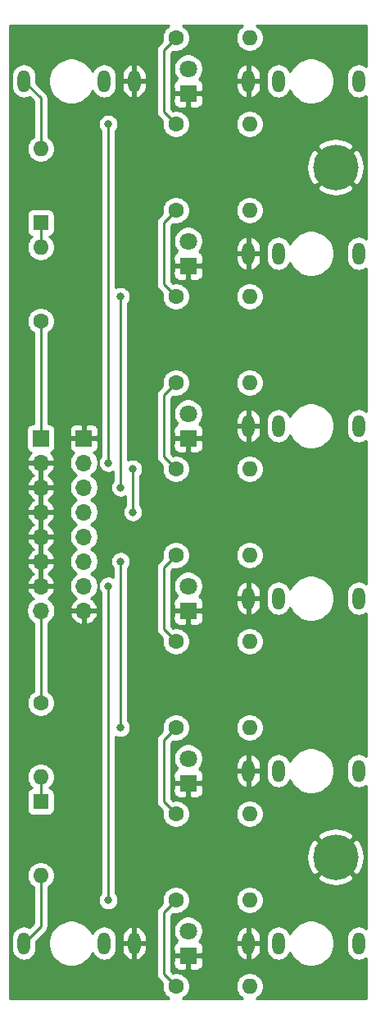
<source format=gbr>
G04 #@! TF.GenerationSoftware,KiCad,Pcbnew,(5.1.9)-1*
G04 #@! TF.CreationDate,2021-04-27T02:12:15+02:00*
G04 #@! TF.ProjectId,Clock Divider Control,436c6f63-6b20-4446-9976-696465722043,rev?*
G04 #@! TF.SameCoordinates,Original*
G04 #@! TF.FileFunction,Copper,L1,Top*
G04 #@! TF.FilePolarity,Positive*
%FSLAX46Y46*%
G04 Gerber Fmt 4.6, Leading zero omitted, Abs format (unit mm)*
G04 Created by KiCad (PCBNEW (5.1.9)-1) date 2021-04-27 02:12:15*
%MOMM*%
%LPD*%
G01*
G04 APERTURE LIST*
G04 #@! TA.AperFunction,ComponentPad*
%ADD10C,4.700000*%
G04 #@! TD*
G04 #@! TA.AperFunction,ComponentPad*
%ADD11O,1.700000X1.700000*%
G04 #@! TD*
G04 #@! TA.AperFunction,ComponentPad*
%ADD12R,1.700000X1.700000*%
G04 #@! TD*
G04 #@! TA.AperFunction,ComponentPad*
%ADD13O,1.600000X1.600000*%
G04 #@! TD*
G04 #@! TA.AperFunction,ComponentPad*
%ADD14C,1.600000*%
G04 #@! TD*
G04 #@! TA.AperFunction,ComponentPad*
%ADD15O,1.300000X2.300000*%
G04 #@! TD*
G04 #@! TA.AperFunction,ComponentPad*
%ADD16C,1.800000*%
G04 #@! TD*
G04 #@! TA.AperFunction,ComponentPad*
%ADD17R,1.800000X1.800000*%
G04 #@! TD*
G04 #@! TA.AperFunction,ComponentPad*
%ADD18R,1.600000X1.600000*%
G04 #@! TD*
G04 #@! TA.AperFunction,ViaPad*
%ADD19C,0.800000*%
G04 #@! TD*
G04 #@! TA.AperFunction,Conductor*
%ADD20C,0.250000*%
G04 #@! TD*
G04 #@! TA.AperFunction,Conductor*
%ADD21C,0.254000*%
G04 #@! TD*
G04 #@! TA.AperFunction,Conductor*
%ADD22C,0.100000*%
G04 #@! TD*
G04 APERTURE END LIST*
D10*
G04 #@! TO.P,H2,1*
G04 #@! TO.N,GND*
X34290000Y-86360000D03*
G04 #@! TD*
G04 #@! TO.P,H1,1*
G04 #@! TO.N,GND*
X34290000Y-15240000D03*
G04 #@! TD*
D11*
G04 #@! TO.P,J10,8*
G04 #@! TO.N,GND*
X8255000Y-60960000D03*
G04 #@! TO.P,J10,7*
G04 #@! TO.N,Net-(J10-Pad7)*
X8255000Y-58420000D03*
G04 #@! TO.P,J10,6*
G04 #@! TO.N,Net-(J10-Pad6)*
X8255000Y-55880000D03*
G04 #@! TO.P,J10,5*
G04 #@! TO.N,Net-(J10-Pad5)*
X8255000Y-53340000D03*
G04 #@! TO.P,J10,4*
G04 #@! TO.N,Net-(J10-Pad4)*
X8255000Y-50800000D03*
G04 #@! TO.P,J10,3*
G04 #@! TO.N,Net-(J10-Pad3)*
X8255000Y-48260000D03*
G04 #@! TO.P,J10,2*
G04 #@! TO.N,Net-(J10-Pad2)*
X8255000Y-45720000D03*
D12*
G04 #@! TO.P,J10,1*
G04 #@! TO.N,GND*
X8255000Y-43180000D03*
G04 #@! TD*
D11*
G04 #@! TO.P,J3,8*
G04 #@! TO.N,Net-(J3-Pad8)*
X3810000Y-60960000D03*
G04 #@! TO.P,J3,7*
G04 #@! TO.N,GND*
X3810000Y-58420000D03*
G04 #@! TO.P,J3,6*
X3810000Y-55880000D03*
G04 #@! TO.P,J3,5*
X3810000Y-53340000D03*
G04 #@! TO.P,J3,4*
X3810000Y-50800000D03*
G04 #@! TO.P,J3,3*
X3810000Y-48260000D03*
G04 #@! TO.P,J3,2*
X3810000Y-45720000D03*
D12*
G04 #@! TO.P,J3,1*
G04 #@! TO.N,Net-(J3-Pad1)*
X3810000Y-43180000D03*
G04 #@! TD*
D13*
G04 #@! TO.P,R29,2*
G04 #@! TO.N,Net-(D9-Pad2)*
X25400000Y-1905000D03*
D14*
G04 #@! TO.P,R29,1*
G04 #@! TO.N,Net-(J10-Pad2)*
X17780000Y-1905000D03*
G04 #@! TD*
D13*
G04 #@! TO.P,R28,2*
G04 #@! TO.N,Net-(J9-PadT)*
X25400000Y-10795000D03*
D14*
G04 #@! TO.P,R28,1*
G04 #@! TO.N,Net-(J10-Pad2)*
X17780000Y-10795000D03*
G04 #@! TD*
D15*
G04 #@! TO.P,J9,T*
G04 #@! TO.N,Net-(J9-PadT)*
X36670000Y-6350000D03*
G04 #@! TO.P,J9,TN*
G04 #@! TO.N,N/C*
X28370000Y-6350000D03*
G04 #@! TO.P,J9,S*
G04 #@! TO.N,GND*
X25270000Y-6350000D03*
G04 #@! TD*
D16*
G04 #@! TO.P,D9,2*
G04 #@! TO.N,Net-(D9-Pad2)*
X19050000Y-5080000D03*
D17*
G04 #@! TO.P,D9,1*
G04 #@! TO.N,GND*
X19050000Y-7620000D03*
G04 #@! TD*
D15*
G04 #@! TO.P,J8,T*
G04 #@! TO.N,Net-(J8-PadT)*
X36670000Y-95250000D03*
G04 #@! TO.P,J8,TN*
G04 #@! TO.N,N/C*
X28370000Y-95250000D03*
G04 #@! TO.P,J8,S*
G04 #@! TO.N,GND*
X25270000Y-95250000D03*
G04 #@! TD*
G04 #@! TO.P,J7,T*
G04 #@! TO.N,Net-(J7-PadT)*
X36670000Y-77470000D03*
G04 #@! TO.P,J7,TN*
G04 #@! TO.N,N/C*
X28370000Y-77470000D03*
G04 #@! TO.P,J7,S*
G04 #@! TO.N,GND*
X25270000Y-77470000D03*
G04 #@! TD*
G04 #@! TO.P,J6,T*
G04 #@! TO.N,Net-(J6-PadT)*
X36670000Y-59690000D03*
G04 #@! TO.P,J6,TN*
G04 #@! TO.N,N/C*
X28370000Y-59690000D03*
G04 #@! TO.P,J6,S*
G04 #@! TO.N,GND*
X25270000Y-59690000D03*
G04 #@! TD*
G04 #@! TO.P,J5,T*
G04 #@! TO.N,Net-(J5-PadT)*
X36670000Y-41910000D03*
G04 #@! TO.P,J5,TN*
G04 #@! TO.N,N/C*
X28370000Y-41910000D03*
G04 #@! TO.P,J5,S*
G04 #@! TO.N,GND*
X25270000Y-41910000D03*
G04 #@! TD*
G04 #@! TO.P,J4,T*
G04 #@! TO.N,Net-(J4-PadT)*
X36670000Y-24130000D03*
G04 #@! TO.P,J4,TN*
G04 #@! TO.N,N/C*
X28370000Y-24130000D03*
G04 #@! TO.P,J4,S*
G04 #@! TO.N,GND*
X25270000Y-24130000D03*
G04 #@! TD*
G04 #@! TO.P,J2,T*
G04 #@! TO.N,Net-(D2-Pad2)*
X2065000Y-95250000D03*
G04 #@! TO.P,J2,TN*
G04 #@! TO.N,N/C*
X10365000Y-95250000D03*
G04 #@! TO.P,J2,S*
G04 #@! TO.N,GND*
X13465000Y-95250000D03*
G04 #@! TD*
G04 #@! TO.P,J1,T*
G04 #@! TO.N,Net-(D1-Pad2)*
X2065000Y-6350000D03*
G04 #@! TO.P,J1,TN*
G04 #@! TO.N,N/C*
X10365000Y-6350000D03*
G04 #@! TO.P,J1,S*
G04 #@! TO.N,GND*
X13465000Y-6350000D03*
G04 #@! TD*
D16*
G04 #@! TO.P,D8,2*
G04 #@! TO.N,Net-(D8-Pad2)*
X19050000Y-93980000D03*
D17*
G04 #@! TO.P,D8,1*
G04 #@! TO.N,GND*
X19050000Y-96520000D03*
G04 #@! TD*
D16*
G04 #@! TO.P,D7,2*
G04 #@! TO.N,Net-(D7-Pad2)*
X19050000Y-76200000D03*
D17*
G04 #@! TO.P,D7,1*
G04 #@! TO.N,GND*
X19050000Y-78740000D03*
G04 #@! TD*
D16*
G04 #@! TO.P,D6,2*
G04 #@! TO.N,Net-(D6-Pad2)*
X19050000Y-58420000D03*
D17*
G04 #@! TO.P,D6,1*
G04 #@! TO.N,GND*
X19050000Y-60960000D03*
G04 #@! TD*
D16*
G04 #@! TO.P,D5,2*
G04 #@! TO.N,Net-(D5-Pad2)*
X19050000Y-40640000D03*
D17*
G04 #@! TO.P,D5,1*
G04 #@! TO.N,GND*
X19050000Y-43180000D03*
G04 #@! TD*
D16*
G04 #@! TO.P,D4,2*
G04 #@! TO.N,Net-(D4-Pad2)*
X19050000Y-22860000D03*
D17*
G04 #@! TO.P,D4,1*
G04 #@! TO.N,GND*
X19050000Y-25400000D03*
G04 #@! TD*
D13*
G04 #@! TO.P,R26,2*
G04 #@! TO.N,Net-(D8-Pad2)*
X25400000Y-90805000D03*
D14*
G04 #@! TO.P,R26,1*
G04 #@! TO.N,Net-(J10-Pad7)*
X17780000Y-90805000D03*
G04 #@! TD*
D13*
G04 #@! TO.P,R25,2*
G04 #@! TO.N,Net-(J8-PadT)*
X25400000Y-99695000D03*
D14*
G04 #@! TO.P,R25,1*
G04 #@! TO.N,Net-(J10-Pad7)*
X17780000Y-99695000D03*
G04 #@! TD*
D13*
G04 #@! TO.P,R24,2*
G04 #@! TO.N,Net-(D7-Pad2)*
X25400000Y-73025000D03*
D14*
G04 #@! TO.P,R24,1*
G04 #@! TO.N,Net-(J10-Pad6)*
X17780000Y-73025000D03*
G04 #@! TD*
D13*
G04 #@! TO.P,R23,2*
G04 #@! TO.N,Net-(J7-PadT)*
X25400000Y-81915000D03*
D14*
G04 #@! TO.P,R23,1*
G04 #@! TO.N,Net-(J10-Pad6)*
X17780000Y-81915000D03*
G04 #@! TD*
D13*
G04 #@! TO.P,R22,2*
G04 #@! TO.N,Net-(D6-Pad2)*
X25400000Y-55245000D03*
D14*
G04 #@! TO.P,R22,1*
G04 #@! TO.N,Net-(J10-Pad5)*
X17780000Y-55245000D03*
G04 #@! TD*
D13*
G04 #@! TO.P,R21,2*
G04 #@! TO.N,Net-(J6-PadT)*
X25400000Y-64135000D03*
D14*
G04 #@! TO.P,R21,1*
G04 #@! TO.N,Net-(J10-Pad5)*
X17780000Y-64135000D03*
G04 #@! TD*
D13*
G04 #@! TO.P,R20,2*
G04 #@! TO.N,Net-(D5-Pad2)*
X25400000Y-37465000D03*
D14*
G04 #@! TO.P,R20,1*
G04 #@! TO.N,Net-(J10-Pad4)*
X17780000Y-37465000D03*
G04 #@! TD*
D13*
G04 #@! TO.P,R19,2*
G04 #@! TO.N,Net-(J5-PadT)*
X25400000Y-46355000D03*
D14*
G04 #@! TO.P,R19,1*
G04 #@! TO.N,Net-(J10-Pad4)*
X17780000Y-46355000D03*
G04 #@! TD*
D13*
G04 #@! TO.P,R18,2*
G04 #@! TO.N,Net-(D4-Pad2)*
X25400000Y-19685000D03*
D14*
G04 #@! TO.P,R18,1*
G04 #@! TO.N,Net-(J10-Pad3)*
X17780000Y-19685000D03*
G04 #@! TD*
D13*
G04 #@! TO.P,R17,2*
G04 #@! TO.N,Net-(J4-PadT)*
X25400000Y-28575000D03*
D14*
G04 #@! TO.P,R17,1*
G04 #@! TO.N,Net-(J10-Pad3)*
X17780000Y-28575000D03*
G04 #@! TD*
D13*
G04 #@! TO.P,R4,2*
G04 #@! TO.N,Net-(D2-Pad1)*
X3810000Y-78105000D03*
D14*
G04 #@! TO.P,R4,1*
G04 #@! TO.N,Net-(J3-Pad8)*
X3810000Y-70485000D03*
G04 #@! TD*
D13*
G04 #@! TO.P,R3,2*
G04 #@! TO.N,Net-(D1-Pad1)*
X3810000Y-23495000D03*
D14*
G04 #@! TO.P,R3,1*
G04 #@! TO.N,Net-(J3-Pad1)*
X3810000Y-31115000D03*
G04 #@! TD*
D13*
G04 #@! TO.P,D2,2*
G04 #@! TO.N,Net-(D2-Pad2)*
X3810000Y-88265000D03*
D18*
G04 #@! TO.P,D2,1*
G04 #@! TO.N,Net-(D2-Pad1)*
X3810000Y-80645000D03*
G04 #@! TD*
D13*
G04 #@! TO.P,D1,2*
G04 #@! TO.N,Net-(D1-Pad2)*
X3810000Y-13335000D03*
D18*
G04 #@! TO.P,D1,1*
G04 #@! TO.N,Net-(D1-Pad1)*
X3810000Y-20955000D03*
G04 #@! TD*
D19*
G04 #@! TO.N,GND*
X36830000Y-100330000D03*
G04 #@! TO.N,Net-(J10-Pad7)*
X10795000Y-58420000D03*
X10795000Y-90805000D03*
G04 #@! TO.N,Net-(J10-Pad6)*
X12065000Y-55880000D03*
X12065000Y-73025000D03*
G04 #@! TO.N,Net-(J10-Pad4)*
X13335000Y-50800000D03*
X13335000Y-46355000D03*
G04 #@! TO.N,Net-(J10-Pad3)*
X12065000Y-48260000D03*
X12065000Y-28575000D03*
G04 #@! TO.N,Net-(J10-Pad2)*
X10795000Y-45720000D03*
X10795000Y-10795000D03*
G04 #@! TD*
D20*
G04 #@! TO.N,Net-(D1-Pad2)*
X3810000Y-8095000D02*
X2065000Y-6350000D01*
X3810000Y-13335000D02*
X3810000Y-8095000D01*
G04 #@! TO.N,Net-(D1-Pad1)*
X3810000Y-20955000D02*
X3810000Y-23495000D01*
G04 #@! TO.N,Net-(D2-Pad2)*
X3810000Y-93505000D02*
X2065000Y-95250000D01*
X3810000Y-88265000D02*
X3810000Y-93505000D01*
G04 #@! TO.N,Net-(D2-Pad1)*
X3810000Y-80645000D02*
X3810000Y-78105000D01*
G04 #@! TO.N,Net-(J3-Pad8)*
X3810000Y-70485000D02*
X3810000Y-60960000D01*
G04 #@! TO.N,Net-(J3-Pad1)*
X3810000Y-31115000D02*
X3810000Y-43180000D01*
G04 #@! TO.N,Net-(J10-Pad7)*
X10795000Y-58420000D02*
X10795000Y-90805000D01*
X10795000Y-90805000D02*
X10795000Y-90805000D01*
X17780000Y-90805000D02*
X16510000Y-92075000D01*
X16510000Y-92075000D02*
X16510000Y-98425000D01*
X16510000Y-98425000D02*
X17780000Y-99695000D01*
G04 #@! TO.N,Net-(J10-Pad6)*
X12065000Y-55880000D02*
X12065000Y-73025000D01*
X12065000Y-73025000D02*
X12065000Y-73025000D01*
X17780000Y-73025000D02*
X16510000Y-74295000D01*
X16510000Y-74295000D02*
X16510000Y-80645000D01*
X16510000Y-80645000D02*
X17780000Y-81915000D01*
G04 #@! TO.N,Net-(J10-Pad5)*
X17780000Y-55245000D02*
X16510000Y-56515000D01*
X16510000Y-56515000D02*
X16510000Y-62865000D01*
X16510000Y-62865000D02*
X17780000Y-64135000D01*
G04 #@! TO.N,Net-(J10-Pad4)*
X13335000Y-50800000D02*
X13335000Y-46355000D01*
X13335000Y-46355000D02*
X13335000Y-46355000D01*
X17780000Y-37465000D02*
X16510000Y-38735000D01*
X16510000Y-38735000D02*
X16510000Y-45085000D01*
X16510000Y-45085000D02*
X17780000Y-46355000D01*
G04 #@! TO.N,Net-(J10-Pad3)*
X12065000Y-48260000D02*
X12065000Y-28575000D01*
X12065000Y-28575000D02*
X12065000Y-28575000D01*
X17780000Y-19685000D02*
X16510000Y-20955000D01*
X16510000Y-20955000D02*
X16510000Y-27305000D01*
X16510000Y-27305000D02*
X17780000Y-28575000D01*
G04 #@! TO.N,Net-(J10-Pad2)*
X10795000Y-45720000D02*
X10795000Y-10795000D01*
X10795000Y-10795000D02*
X10795000Y-10795000D01*
X17780000Y-1905000D02*
X16510000Y-3175000D01*
X16510000Y-3175000D02*
X16510000Y-9525000D01*
X16510000Y-9525000D02*
X17780000Y-10795000D01*
G04 #@! TD*
D21*
G04 #@! TO.N,GND*
X16865241Y-790363D02*
X16665363Y-990241D01*
X16508320Y-1225273D01*
X16400147Y-1486426D01*
X16345000Y-1763665D01*
X16345000Y-2046335D01*
X16381312Y-2228886D01*
X15999003Y-2611196D01*
X15969999Y-2634999D01*
X15914871Y-2702174D01*
X15875026Y-2750724D01*
X15838126Y-2819759D01*
X15804454Y-2882754D01*
X15760997Y-3026015D01*
X15750000Y-3137668D01*
X15750000Y-3137678D01*
X15746324Y-3175000D01*
X15750000Y-3212323D01*
X15750001Y-9487668D01*
X15746324Y-9525000D01*
X15750001Y-9562333D01*
X15760998Y-9673986D01*
X15774180Y-9717442D01*
X15804454Y-9817246D01*
X15875026Y-9949276D01*
X15942361Y-10031323D01*
X15970000Y-10065001D01*
X15998998Y-10088799D01*
X16381312Y-10471114D01*
X16345000Y-10653665D01*
X16345000Y-10936335D01*
X16400147Y-11213574D01*
X16508320Y-11474727D01*
X16665363Y-11709759D01*
X16865241Y-11909637D01*
X17100273Y-12066680D01*
X17361426Y-12174853D01*
X17638665Y-12230000D01*
X17921335Y-12230000D01*
X18198574Y-12174853D01*
X18459727Y-12066680D01*
X18694759Y-11909637D01*
X18894637Y-11709759D01*
X19051680Y-11474727D01*
X19159853Y-11213574D01*
X19215000Y-10936335D01*
X19215000Y-10653665D01*
X23965000Y-10653665D01*
X23965000Y-10936335D01*
X24020147Y-11213574D01*
X24128320Y-11474727D01*
X24285363Y-11709759D01*
X24485241Y-11909637D01*
X24720273Y-12066680D01*
X24981426Y-12174853D01*
X25258665Y-12230000D01*
X25541335Y-12230000D01*
X25818574Y-12174853D01*
X26079727Y-12066680D01*
X26314759Y-11909637D01*
X26514637Y-11709759D01*
X26671680Y-11474727D01*
X26779853Y-11213574D01*
X26835000Y-10936335D01*
X26835000Y-10653665D01*
X26779853Y-10376426D01*
X26671680Y-10115273D01*
X26514637Y-9880241D01*
X26314759Y-9680363D01*
X26079727Y-9523320D01*
X25818574Y-9415147D01*
X25541335Y-9360000D01*
X25258665Y-9360000D01*
X24981426Y-9415147D01*
X24720273Y-9523320D01*
X24485241Y-9680363D01*
X24285363Y-9880241D01*
X24128320Y-10115273D01*
X24020147Y-10376426D01*
X23965000Y-10653665D01*
X19215000Y-10653665D01*
X19159853Y-10376426D01*
X19051680Y-10115273D01*
X18894637Y-9880241D01*
X18694759Y-9680363D01*
X18459727Y-9523320D01*
X18198574Y-9415147D01*
X17921335Y-9360000D01*
X17638665Y-9360000D01*
X17456114Y-9396312D01*
X17270000Y-9210199D01*
X17270000Y-8520000D01*
X17511928Y-8520000D01*
X17524188Y-8644482D01*
X17560498Y-8764180D01*
X17619463Y-8874494D01*
X17698815Y-8971185D01*
X17795506Y-9050537D01*
X17905820Y-9109502D01*
X18025518Y-9145812D01*
X18150000Y-9158072D01*
X18764250Y-9155000D01*
X18923000Y-8996250D01*
X18923000Y-7747000D01*
X19177000Y-7747000D01*
X19177000Y-8996250D01*
X19335750Y-9155000D01*
X19950000Y-9158072D01*
X20074482Y-9145812D01*
X20194180Y-9109502D01*
X20304494Y-9050537D01*
X20401185Y-8971185D01*
X20480537Y-8874494D01*
X20539502Y-8764180D01*
X20575812Y-8644482D01*
X20588072Y-8520000D01*
X20585000Y-7905750D01*
X20426250Y-7747000D01*
X19177000Y-7747000D01*
X18923000Y-7747000D01*
X17673750Y-7747000D01*
X17515000Y-7905750D01*
X17511928Y-8520000D01*
X17270000Y-8520000D01*
X17270000Y-6720000D01*
X17511928Y-6720000D01*
X17515000Y-7334250D01*
X17673750Y-7493000D01*
X18923000Y-7493000D01*
X18923000Y-7473000D01*
X19177000Y-7473000D01*
X19177000Y-7493000D01*
X20426250Y-7493000D01*
X20585000Y-7334250D01*
X20588072Y-6720000D01*
X20575812Y-6595518D01*
X20539860Y-6477000D01*
X23985000Y-6477000D01*
X23985000Y-6977000D01*
X24034467Y-7225251D01*
X24131415Y-7459081D01*
X24272118Y-7669505D01*
X24451170Y-7848436D01*
X24661689Y-7988997D01*
X24895585Y-8085787D01*
X24944529Y-8093099D01*
X25143000Y-7969067D01*
X25143000Y-6477000D01*
X25397000Y-6477000D01*
X25397000Y-7969067D01*
X25595471Y-8093099D01*
X25644415Y-8085787D01*
X25878311Y-7988997D01*
X26088830Y-7848436D01*
X26267882Y-7669505D01*
X26408585Y-7459081D01*
X26505533Y-7225251D01*
X26555000Y-6977000D01*
X26555000Y-6477000D01*
X25397000Y-6477000D01*
X25143000Y-6477000D01*
X23985000Y-6477000D01*
X20539860Y-6477000D01*
X20539502Y-6475820D01*
X20480537Y-6365506D01*
X20401185Y-6268815D01*
X20304494Y-6189463D01*
X20194180Y-6130498D01*
X20175873Y-6124944D01*
X20242312Y-6058505D01*
X20410299Y-5807095D01*
X20445132Y-5723000D01*
X23985000Y-5723000D01*
X23985000Y-6223000D01*
X25143000Y-6223000D01*
X25143000Y-4730933D01*
X25397000Y-4730933D01*
X25397000Y-6223000D01*
X26555000Y-6223000D01*
X26555000Y-5786877D01*
X27085000Y-5786877D01*
X27085000Y-6913122D01*
X27103593Y-7101903D01*
X27177071Y-7344126D01*
X27296392Y-7567361D01*
X27456972Y-7763028D01*
X27652638Y-7923608D01*
X27875873Y-8042929D01*
X28118096Y-8116407D01*
X28370000Y-8141217D01*
X28621903Y-8116407D01*
X28864126Y-8042929D01*
X29087361Y-7923608D01*
X29283028Y-7763028D01*
X29443608Y-7567362D01*
X29562929Y-7344127D01*
X29570262Y-7319953D01*
X29636440Y-7479721D01*
X29897450Y-7870349D01*
X30229651Y-8202550D01*
X30620279Y-8463560D01*
X31054321Y-8643346D01*
X31515098Y-8735000D01*
X31984902Y-8735000D01*
X32445679Y-8643346D01*
X32879721Y-8463560D01*
X33270349Y-8202550D01*
X33602550Y-7870349D01*
X33863560Y-7479721D01*
X34043346Y-7045679D01*
X34135000Y-6584902D01*
X34135000Y-6115098D01*
X34043346Y-5654321D01*
X33863560Y-5220279D01*
X33602550Y-4829651D01*
X33270349Y-4497450D01*
X32879721Y-4236440D01*
X32445679Y-4056654D01*
X31984902Y-3965000D01*
X31515098Y-3965000D01*
X31054321Y-4056654D01*
X30620279Y-4236440D01*
X30229651Y-4497450D01*
X29897450Y-4829651D01*
X29636440Y-5220279D01*
X29570262Y-5380047D01*
X29562929Y-5355873D01*
X29443608Y-5132638D01*
X29283028Y-4936972D01*
X29087362Y-4776392D01*
X28864127Y-4657071D01*
X28621904Y-4583593D01*
X28370000Y-4558783D01*
X28118097Y-4583593D01*
X27875874Y-4657071D01*
X27652639Y-4776392D01*
X27456973Y-4936972D01*
X27296392Y-5132638D01*
X27177071Y-5355873D01*
X27103593Y-5598096D01*
X27085000Y-5786877D01*
X26555000Y-5786877D01*
X26555000Y-5723000D01*
X26505533Y-5474749D01*
X26408585Y-5240919D01*
X26267882Y-5030495D01*
X26088830Y-4851564D01*
X25878311Y-4711003D01*
X25644415Y-4614213D01*
X25595471Y-4606901D01*
X25397000Y-4730933D01*
X25143000Y-4730933D01*
X24944529Y-4606901D01*
X24895585Y-4614213D01*
X24661689Y-4711003D01*
X24451170Y-4851564D01*
X24272118Y-5030495D01*
X24131415Y-5240919D01*
X24034467Y-5474749D01*
X23985000Y-5723000D01*
X20445132Y-5723000D01*
X20526011Y-5527743D01*
X20585000Y-5231184D01*
X20585000Y-4928816D01*
X20526011Y-4632257D01*
X20410299Y-4352905D01*
X20242312Y-4101495D01*
X20028505Y-3887688D01*
X19777095Y-3719701D01*
X19497743Y-3603989D01*
X19201184Y-3545000D01*
X18898816Y-3545000D01*
X18602257Y-3603989D01*
X18322905Y-3719701D01*
X18071495Y-3887688D01*
X17857688Y-4101495D01*
X17689701Y-4352905D01*
X17573989Y-4632257D01*
X17515000Y-4928816D01*
X17515000Y-5231184D01*
X17573989Y-5527743D01*
X17689701Y-5807095D01*
X17857688Y-6058505D01*
X17924127Y-6124944D01*
X17905820Y-6130498D01*
X17795506Y-6189463D01*
X17698815Y-6268815D01*
X17619463Y-6365506D01*
X17560498Y-6475820D01*
X17524188Y-6595518D01*
X17511928Y-6720000D01*
X17270000Y-6720000D01*
X17270000Y-3489801D01*
X17456114Y-3303688D01*
X17638665Y-3340000D01*
X17921335Y-3340000D01*
X18198574Y-3284853D01*
X18459727Y-3176680D01*
X18694759Y-3019637D01*
X18894637Y-2819759D01*
X19051680Y-2584727D01*
X19159853Y-2323574D01*
X19215000Y-2046335D01*
X19215000Y-1763665D01*
X19159853Y-1486426D01*
X19051680Y-1225273D01*
X18894637Y-990241D01*
X18694759Y-790363D01*
X18499657Y-660000D01*
X24680343Y-660000D01*
X24485241Y-790363D01*
X24285363Y-990241D01*
X24128320Y-1225273D01*
X24020147Y-1486426D01*
X23965000Y-1763665D01*
X23965000Y-2046335D01*
X24020147Y-2323574D01*
X24128320Y-2584727D01*
X24285363Y-2819759D01*
X24485241Y-3019637D01*
X24720273Y-3176680D01*
X24981426Y-3284853D01*
X25258665Y-3340000D01*
X25541335Y-3340000D01*
X25818574Y-3284853D01*
X26079727Y-3176680D01*
X26314759Y-3019637D01*
X26514637Y-2819759D01*
X26671680Y-2584727D01*
X26779853Y-2323574D01*
X26835000Y-2046335D01*
X26835000Y-1763665D01*
X26779853Y-1486426D01*
X26671680Y-1225273D01*
X26514637Y-990241D01*
X26314759Y-790363D01*
X26119657Y-660000D01*
X37440000Y-660000D01*
X37440000Y-4819591D01*
X37387362Y-4776392D01*
X37164127Y-4657071D01*
X36921904Y-4583593D01*
X36670000Y-4558783D01*
X36418097Y-4583593D01*
X36175874Y-4657071D01*
X35952639Y-4776392D01*
X35756973Y-4936972D01*
X35596392Y-5132638D01*
X35477071Y-5355873D01*
X35403593Y-5598096D01*
X35385000Y-5786877D01*
X35385000Y-6913122D01*
X35403593Y-7101903D01*
X35477071Y-7344126D01*
X35596392Y-7567361D01*
X35756972Y-7763028D01*
X35952638Y-7923608D01*
X36175873Y-8042929D01*
X36418096Y-8116407D01*
X36670000Y-8141217D01*
X36921903Y-8116407D01*
X37164126Y-8042929D01*
X37387361Y-7923608D01*
X37440000Y-7880408D01*
X37440000Y-22599591D01*
X37387362Y-22556392D01*
X37164127Y-22437071D01*
X36921904Y-22363593D01*
X36670000Y-22338783D01*
X36418097Y-22363593D01*
X36175874Y-22437071D01*
X35952639Y-22556392D01*
X35756973Y-22716972D01*
X35596392Y-22912638D01*
X35477071Y-23135873D01*
X35403593Y-23378096D01*
X35385000Y-23566877D01*
X35385000Y-24693122D01*
X35403593Y-24881903D01*
X35477071Y-25124126D01*
X35596392Y-25347361D01*
X35756972Y-25543028D01*
X35952638Y-25703608D01*
X36175873Y-25822929D01*
X36418096Y-25896407D01*
X36670000Y-25921217D01*
X36921903Y-25896407D01*
X37164126Y-25822929D01*
X37387361Y-25703608D01*
X37440000Y-25660408D01*
X37440000Y-40379592D01*
X37387362Y-40336392D01*
X37164127Y-40217071D01*
X36921904Y-40143593D01*
X36670000Y-40118783D01*
X36418097Y-40143593D01*
X36175874Y-40217071D01*
X35952639Y-40336392D01*
X35756973Y-40496972D01*
X35596392Y-40692638D01*
X35477071Y-40915873D01*
X35403593Y-41158096D01*
X35385000Y-41346877D01*
X35385000Y-42473122D01*
X35403593Y-42661903D01*
X35477071Y-42904126D01*
X35596392Y-43127361D01*
X35756972Y-43323028D01*
X35952638Y-43483608D01*
X36175873Y-43602929D01*
X36418096Y-43676407D01*
X36670000Y-43701217D01*
X36921903Y-43676407D01*
X37164126Y-43602929D01*
X37387361Y-43483608D01*
X37440000Y-43440408D01*
X37440001Y-58159592D01*
X37387362Y-58116392D01*
X37164127Y-57997071D01*
X36921904Y-57923593D01*
X36670000Y-57898783D01*
X36418097Y-57923593D01*
X36175874Y-57997071D01*
X35952639Y-58116392D01*
X35756973Y-58276972D01*
X35596392Y-58472638D01*
X35477071Y-58695873D01*
X35403593Y-58938096D01*
X35385000Y-59126877D01*
X35385000Y-60253122D01*
X35403593Y-60441903D01*
X35477071Y-60684126D01*
X35596392Y-60907361D01*
X35756972Y-61103028D01*
X35952638Y-61263608D01*
X36175873Y-61382929D01*
X36418096Y-61456407D01*
X36670000Y-61481217D01*
X36921903Y-61456407D01*
X37164126Y-61382929D01*
X37387361Y-61263608D01*
X37440001Y-61220408D01*
X37440001Y-75939592D01*
X37387362Y-75896392D01*
X37164127Y-75777071D01*
X36921904Y-75703593D01*
X36670000Y-75678783D01*
X36418097Y-75703593D01*
X36175874Y-75777071D01*
X35952639Y-75896392D01*
X35756973Y-76056972D01*
X35596392Y-76252638D01*
X35477071Y-76475873D01*
X35403593Y-76718096D01*
X35385000Y-76906877D01*
X35385000Y-78033122D01*
X35403593Y-78221903D01*
X35477071Y-78464126D01*
X35596392Y-78687361D01*
X35756972Y-78883028D01*
X35952638Y-79043608D01*
X36175873Y-79162929D01*
X36418096Y-79236407D01*
X36670000Y-79261217D01*
X36921903Y-79236407D01*
X37164126Y-79162929D01*
X37387361Y-79043608D01*
X37440001Y-79000408D01*
X37440001Y-93719592D01*
X37387362Y-93676392D01*
X37164127Y-93557071D01*
X36921904Y-93483593D01*
X36670000Y-93458783D01*
X36418097Y-93483593D01*
X36175874Y-93557071D01*
X35952639Y-93676392D01*
X35756973Y-93836972D01*
X35596392Y-94032638D01*
X35477071Y-94255873D01*
X35403593Y-94498096D01*
X35385000Y-94686877D01*
X35385000Y-95813122D01*
X35403593Y-96001903D01*
X35477071Y-96244126D01*
X35596392Y-96467361D01*
X35756972Y-96663028D01*
X35952638Y-96823608D01*
X36175873Y-96942929D01*
X36418096Y-97016407D01*
X36670000Y-97041217D01*
X36921903Y-97016407D01*
X37164126Y-96942929D01*
X37387361Y-96823608D01*
X37440001Y-96780407D01*
X37440001Y-100940000D01*
X26119657Y-100940000D01*
X26314759Y-100809637D01*
X26514637Y-100609759D01*
X26671680Y-100374727D01*
X26779853Y-100113574D01*
X26835000Y-99836335D01*
X26835000Y-99553665D01*
X26779853Y-99276426D01*
X26671680Y-99015273D01*
X26514637Y-98780241D01*
X26314759Y-98580363D01*
X26079727Y-98423320D01*
X25818574Y-98315147D01*
X25541335Y-98260000D01*
X25258665Y-98260000D01*
X24981426Y-98315147D01*
X24720273Y-98423320D01*
X24485241Y-98580363D01*
X24285363Y-98780241D01*
X24128320Y-99015273D01*
X24020147Y-99276426D01*
X23965000Y-99553665D01*
X23965000Y-99836335D01*
X24020147Y-100113574D01*
X24128320Y-100374727D01*
X24285363Y-100609759D01*
X24485241Y-100809637D01*
X24680343Y-100940000D01*
X18499657Y-100940000D01*
X18694759Y-100809637D01*
X18894637Y-100609759D01*
X19051680Y-100374727D01*
X19159853Y-100113574D01*
X19215000Y-99836335D01*
X19215000Y-99553665D01*
X19159853Y-99276426D01*
X19051680Y-99015273D01*
X18894637Y-98780241D01*
X18694759Y-98580363D01*
X18459727Y-98423320D01*
X18198574Y-98315147D01*
X17921335Y-98260000D01*
X17638665Y-98260000D01*
X17456114Y-98296312D01*
X17270000Y-98110199D01*
X17270000Y-97420000D01*
X17511928Y-97420000D01*
X17524188Y-97544482D01*
X17560498Y-97664180D01*
X17619463Y-97774494D01*
X17698815Y-97871185D01*
X17795506Y-97950537D01*
X17905820Y-98009502D01*
X18025518Y-98045812D01*
X18150000Y-98058072D01*
X18764250Y-98055000D01*
X18923000Y-97896250D01*
X18923000Y-96647000D01*
X19177000Y-96647000D01*
X19177000Y-97896250D01*
X19335750Y-98055000D01*
X19950000Y-98058072D01*
X20074482Y-98045812D01*
X20194180Y-98009502D01*
X20304494Y-97950537D01*
X20401185Y-97871185D01*
X20480537Y-97774494D01*
X20539502Y-97664180D01*
X20575812Y-97544482D01*
X20588072Y-97420000D01*
X20585000Y-96805750D01*
X20426250Y-96647000D01*
X19177000Y-96647000D01*
X18923000Y-96647000D01*
X17673750Y-96647000D01*
X17515000Y-96805750D01*
X17511928Y-97420000D01*
X17270000Y-97420000D01*
X17270000Y-95620000D01*
X17511928Y-95620000D01*
X17515000Y-96234250D01*
X17673750Y-96393000D01*
X18923000Y-96393000D01*
X18923000Y-96373000D01*
X19177000Y-96373000D01*
X19177000Y-96393000D01*
X20426250Y-96393000D01*
X20585000Y-96234250D01*
X20588072Y-95620000D01*
X20575812Y-95495518D01*
X20539860Y-95377000D01*
X23985000Y-95377000D01*
X23985000Y-95877000D01*
X24034467Y-96125251D01*
X24131415Y-96359081D01*
X24272118Y-96569505D01*
X24451170Y-96748436D01*
X24661689Y-96888997D01*
X24895585Y-96985787D01*
X24944529Y-96993099D01*
X25143000Y-96869067D01*
X25143000Y-95377000D01*
X25397000Y-95377000D01*
X25397000Y-96869067D01*
X25595471Y-96993099D01*
X25644415Y-96985787D01*
X25878311Y-96888997D01*
X26088830Y-96748436D01*
X26267882Y-96569505D01*
X26408585Y-96359081D01*
X26505533Y-96125251D01*
X26555000Y-95877000D01*
X26555000Y-95377000D01*
X25397000Y-95377000D01*
X25143000Y-95377000D01*
X23985000Y-95377000D01*
X20539860Y-95377000D01*
X20539502Y-95375820D01*
X20480537Y-95265506D01*
X20401185Y-95168815D01*
X20304494Y-95089463D01*
X20194180Y-95030498D01*
X20175873Y-95024944D01*
X20242312Y-94958505D01*
X20410299Y-94707095D01*
X20445132Y-94623000D01*
X23985000Y-94623000D01*
X23985000Y-95123000D01*
X25143000Y-95123000D01*
X25143000Y-93630933D01*
X25397000Y-93630933D01*
X25397000Y-95123000D01*
X26555000Y-95123000D01*
X26555000Y-94686877D01*
X27085000Y-94686877D01*
X27085000Y-95813122D01*
X27103593Y-96001903D01*
X27177071Y-96244126D01*
X27296392Y-96467361D01*
X27456972Y-96663028D01*
X27652638Y-96823608D01*
X27875873Y-96942929D01*
X28118096Y-97016407D01*
X28370000Y-97041217D01*
X28621903Y-97016407D01*
X28864126Y-96942929D01*
X29087361Y-96823608D01*
X29283028Y-96663028D01*
X29443608Y-96467362D01*
X29562929Y-96244127D01*
X29570262Y-96219953D01*
X29636440Y-96379721D01*
X29897450Y-96770349D01*
X30229651Y-97102550D01*
X30620279Y-97363560D01*
X31054321Y-97543346D01*
X31515098Y-97635000D01*
X31984902Y-97635000D01*
X32445679Y-97543346D01*
X32879721Y-97363560D01*
X33270349Y-97102550D01*
X33602550Y-96770349D01*
X33863560Y-96379721D01*
X34043346Y-95945679D01*
X34135000Y-95484902D01*
X34135000Y-95015098D01*
X34043346Y-94554321D01*
X33863560Y-94120279D01*
X33602550Y-93729651D01*
X33270349Y-93397450D01*
X32879721Y-93136440D01*
X32445679Y-92956654D01*
X31984902Y-92865000D01*
X31515098Y-92865000D01*
X31054321Y-92956654D01*
X30620279Y-93136440D01*
X30229651Y-93397450D01*
X29897450Y-93729651D01*
X29636440Y-94120279D01*
X29570262Y-94280047D01*
X29562929Y-94255873D01*
X29443608Y-94032638D01*
X29283028Y-93836972D01*
X29087362Y-93676392D01*
X28864127Y-93557071D01*
X28621904Y-93483593D01*
X28370000Y-93458783D01*
X28118097Y-93483593D01*
X27875874Y-93557071D01*
X27652639Y-93676392D01*
X27456973Y-93836972D01*
X27296392Y-94032638D01*
X27177071Y-94255873D01*
X27103593Y-94498096D01*
X27085000Y-94686877D01*
X26555000Y-94686877D01*
X26555000Y-94623000D01*
X26505533Y-94374749D01*
X26408585Y-94140919D01*
X26267882Y-93930495D01*
X26088830Y-93751564D01*
X25878311Y-93611003D01*
X25644415Y-93514213D01*
X25595471Y-93506901D01*
X25397000Y-93630933D01*
X25143000Y-93630933D01*
X24944529Y-93506901D01*
X24895585Y-93514213D01*
X24661689Y-93611003D01*
X24451170Y-93751564D01*
X24272118Y-93930495D01*
X24131415Y-94140919D01*
X24034467Y-94374749D01*
X23985000Y-94623000D01*
X20445132Y-94623000D01*
X20526011Y-94427743D01*
X20585000Y-94131184D01*
X20585000Y-93828816D01*
X20526011Y-93532257D01*
X20410299Y-93252905D01*
X20242312Y-93001495D01*
X20028505Y-92787688D01*
X19777095Y-92619701D01*
X19497743Y-92503989D01*
X19201184Y-92445000D01*
X18898816Y-92445000D01*
X18602257Y-92503989D01*
X18322905Y-92619701D01*
X18071495Y-92787688D01*
X17857688Y-93001495D01*
X17689701Y-93252905D01*
X17573989Y-93532257D01*
X17515000Y-93828816D01*
X17515000Y-94131184D01*
X17573989Y-94427743D01*
X17689701Y-94707095D01*
X17857688Y-94958505D01*
X17924127Y-95024944D01*
X17905820Y-95030498D01*
X17795506Y-95089463D01*
X17698815Y-95168815D01*
X17619463Y-95265506D01*
X17560498Y-95375820D01*
X17524188Y-95495518D01*
X17511928Y-95620000D01*
X17270000Y-95620000D01*
X17270000Y-92389801D01*
X17456114Y-92203688D01*
X17638665Y-92240000D01*
X17921335Y-92240000D01*
X18198574Y-92184853D01*
X18459727Y-92076680D01*
X18694759Y-91919637D01*
X18894637Y-91719759D01*
X19051680Y-91484727D01*
X19159853Y-91223574D01*
X19215000Y-90946335D01*
X19215000Y-90663665D01*
X23965000Y-90663665D01*
X23965000Y-90946335D01*
X24020147Y-91223574D01*
X24128320Y-91484727D01*
X24285363Y-91719759D01*
X24485241Y-91919637D01*
X24720273Y-92076680D01*
X24981426Y-92184853D01*
X25258665Y-92240000D01*
X25541335Y-92240000D01*
X25818574Y-92184853D01*
X26079727Y-92076680D01*
X26314759Y-91919637D01*
X26514637Y-91719759D01*
X26671680Y-91484727D01*
X26779853Y-91223574D01*
X26835000Y-90946335D01*
X26835000Y-90663665D01*
X26779853Y-90386426D01*
X26671680Y-90125273D01*
X26514637Y-89890241D01*
X26314759Y-89690363D01*
X26079727Y-89533320D01*
X25818574Y-89425147D01*
X25541335Y-89370000D01*
X25258665Y-89370000D01*
X24981426Y-89425147D01*
X24720273Y-89533320D01*
X24485241Y-89690363D01*
X24285363Y-89890241D01*
X24128320Y-90125273D01*
X24020147Y-90386426D01*
X23965000Y-90663665D01*
X19215000Y-90663665D01*
X19159853Y-90386426D01*
X19051680Y-90125273D01*
X18894637Y-89890241D01*
X18694759Y-89690363D01*
X18459727Y-89533320D01*
X18198574Y-89425147D01*
X17921335Y-89370000D01*
X17638665Y-89370000D01*
X17361426Y-89425147D01*
X17100273Y-89533320D01*
X16865241Y-89690363D01*
X16665363Y-89890241D01*
X16508320Y-90125273D01*
X16400147Y-90386426D01*
X16345000Y-90663665D01*
X16345000Y-90946335D01*
X16381312Y-91128886D01*
X15999003Y-91511196D01*
X15969999Y-91534999D01*
X15914871Y-91602174D01*
X15875026Y-91650724D01*
X15804455Y-91782753D01*
X15804454Y-91782754D01*
X15760997Y-91926015D01*
X15750000Y-92037668D01*
X15750000Y-92037678D01*
X15746324Y-92075000D01*
X15750000Y-92112323D01*
X15750001Y-98387668D01*
X15746324Y-98425000D01*
X15750001Y-98462333D01*
X15760998Y-98573986D01*
X15774180Y-98617442D01*
X15804454Y-98717246D01*
X15875026Y-98849276D01*
X15946201Y-98936002D01*
X15970000Y-98965001D01*
X15998998Y-98988799D01*
X16381312Y-99371114D01*
X16345000Y-99553665D01*
X16345000Y-99836335D01*
X16400147Y-100113574D01*
X16508320Y-100374727D01*
X16665363Y-100609759D01*
X16865241Y-100809637D01*
X17060343Y-100940000D01*
X660000Y-100940000D01*
X660000Y-94686878D01*
X780000Y-94686878D01*
X780000Y-95813123D01*
X798593Y-96001904D01*
X872071Y-96244127D01*
X991392Y-96467362D01*
X1151973Y-96663028D01*
X1347639Y-96823608D01*
X1570874Y-96942929D01*
X1813097Y-97016407D01*
X2065000Y-97041217D01*
X2316904Y-97016407D01*
X2559127Y-96942929D01*
X2782362Y-96823608D01*
X2978028Y-96663028D01*
X3138608Y-96467362D01*
X3257929Y-96244127D01*
X3331407Y-96001904D01*
X3350000Y-95813123D01*
X3350000Y-95039801D01*
X3374703Y-95015098D01*
X4600000Y-95015098D01*
X4600000Y-95484902D01*
X4691654Y-95945679D01*
X4871440Y-96379721D01*
X5132450Y-96770349D01*
X5464651Y-97102550D01*
X5855279Y-97363560D01*
X6289321Y-97543346D01*
X6750098Y-97635000D01*
X7219902Y-97635000D01*
X7680679Y-97543346D01*
X8114721Y-97363560D01*
X8505349Y-97102550D01*
X8837550Y-96770349D01*
X9098560Y-96379721D01*
X9164738Y-96219953D01*
X9172071Y-96244127D01*
X9291392Y-96467362D01*
X9451973Y-96663028D01*
X9647639Y-96823608D01*
X9870874Y-96942929D01*
X10113097Y-97016407D01*
X10365000Y-97041217D01*
X10616904Y-97016407D01*
X10859127Y-96942929D01*
X11082362Y-96823608D01*
X11278028Y-96663028D01*
X11438608Y-96467362D01*
X11557929Y-96244127D01*
X11631407Y-96001904D01*
X11650000Y-95813123D01*
X11650000Y-95377000D01*
X12180000Y-95377000D01*
X12180000Y-95877000D01*
X12229467Y-96125251D01*
X12326415Y-96359081D01*
X12467118Y-96569505D01*
X12646170Y-96748436D01*
X12856689Y-96888997D01*
X13090585Y-96985787D01*
X13139529Y-96993099D01*
X13338000Y-96869067D01*
X13338000Y-95377000D01*
X13592000Y-95377000D01*
X13592000Y-96869067D01*
X13790471Y-96993099D01*
X13839415Y-96985787D01*
X14073311Y-96888997D01*
X14283830Y-96748436D01*
X14462882Y-96569505D01*
X14603585Y-96359081D01*
X14700533Y-96125251D01*
X14750000Y-95877000D01*
X14750000Y-95377000D01*
X13592000Y-95377000D01*
X13338000Y-95377000D01*
X12180000Y-95377000D01*
X11650000Y-95377000D01*
X11650000Y-94686877D01*
X11643709Y-94623000D01*
X12180000Y-94623000D01*
X12180000Y-95123000D01*
X13338000Y-95123000D01*
X13338000Y-93630933D01*
X13592000Y-93630933D01*
X13592000Y-95123000D01*
X14750000Y-95123000D01*
X14750000Y-94623000D01*
X14700533Y-94374749D01*
X14603585Y-94140919D01*
X14462882Y-93930495D01*
X14283830Y-93751564D01*
X14073311Y-93611003D01*
X13839415Y-93514213D01*
X13790471Y-93506901D01*
X13592000Y-93630933D01*
X13338000Y-93630933D01*
X13139529Y-93506901D01*
X13090585Y-93514213D01*
X12856689Y-93611003D01*
X12646170Y-93751564D01*
X12467118Y-93930495D01*
X12326415Y-94140919D01*
X12229467Y-94374749D01*
X12180000Y-94623000D01*
X11643709Y-94623000D01*
X11631407Y-94498096D01*
X11557929Y-94255873D01*
X11438608Y-94032638D01*
X11278028Y-93836972D01*
X11082361Y-93676392D01*
X10859126Y-93557071D01*
X10616903Y-93483593D01*
X10365000Y-93458783D01*
X10113096Y-93483593D01*
X9870873Y-93557071D01*
X9647638Y-93676392D01*
X9451972Y-93836972D01*
X9291392Y-94032639D01*
X9172071Y-94255874D01*
X9164738Y-94280047D01*
X9098560Y-94120279D01*
X8837550Y-93729651D01*
X8505349Y-93397450D01*
X8114721Y-93136440D01*
X7680679Y-92956654D01*
X7219902Y-92865000D01*
X6750098Y-92865000D01*
X6289321Y-92956654D01*
X5855279Y-93136440D01*
X5464651Y-93397450D01*
X5132450Y-93729651D01*
X4871440Y-94120279D01*
X4691654Y-94554321D01*
X4600000Y-95015098D01*
X3374703Y-95015098D01*
X4321003Y-94068799D01*
X4350001Y-94045001D01*
X4444974Y-93929276D01*
X4515546Y-93797247D01*
X4559003Y-93653986D01*
X4570000Y-93542333D01*
X4570000Y-93542325D01*
X4573676Y-93505000D01*
X4570000Y-93467675D01*
X4570000Y-89483043D01*
X4724759Y-89379637D01*
X4924637Y-89179759D01*
X5081680Y-88944727D01*
X5189853Y-88683574D01*
X5245000Y-88406335D01*
X5245000Y-88123665D01*
X5189853Y-87846426D01*
X5081680Y-87585273D01*
X4924637Y-87350241D01*
X4724759Y-87150363D01*
X4489727Y-86993320D01*
X4228574Y-86885147D01*
X3951335Y-86830000D01*
X3668665Y-86830000D01*
X3391426Y-86885147D01*
X3130273Y-86993320D01*
X2895241Y-87150363D01*
X2695363Y-87350241D01*
X2538320Y-87585273D01*
X2430147Y-87846426D01*
X2375000Y-88123665D01*
X2375000Y-88406335D01*
X2430147Y-88683574D01*
X2538320Y-88944727D01*
X2695363Y-89179759D01*
X2895241Y-89379637D01*
X3050000Y-89483044D01*
X3050001Y-93190197D01*
X2639935Y-93600264D01*
X2559126Y-93557071D01*
X2316903Y-93483593D01*
X2065000Y-93458783D01*
X1813096Y-93483593D01*
X1570873Y-93557071D01*
X1347638Y-93676392D01*
X1151972Y-93836972D01*
X991392Y-94032639D01*
X872071Y-94255874D01*
X798593Y-94498097D01*
X780000Y-94686878D01*
X660000Y-94686878D01*
X660000Y-79845000D01*
X2371928Y-79845000D01*
X2371928Y-81445000D01*
X2384188Y-81569482D01*
X2420498Y-81689180D01*
X2479463Y-81799494D01*
X2558815Y-81896185D01*
X2655506Y-81975537D01*
X2765820Y-82034502D01*
X2885518Y-82070812D01*
X3010000Y-82083072D01*
X4610000Y-82083072D01*
X4734482Y-82070812D01*
X4854180Y-82034502D01*
X4964494Y-81975537D01*
X5061185Y-81896185D01*
X5140537Y-81799494D01*
X5199502Y-81689180D01*
X5235812Y-81569482D01*
X5248072Y-81445000D01*
X5248072Y-79845000D01*
X5235812Y-79720518D01*
X5199502Y-79600820D01*
X5140537Y-79490506D01*
X5061185Y-79393815D01*
X4964494Y-79314463D01*
X4854180Y-79255498D01*
X4734482Y-79219188D01*
X4726039Y-79218357D01*
X4924637Y-79019759D01*
X5081680Y-78784727D01*
X5189853Y-78523574D01*
X5245000Y-78246335D01*
X5245000Y-77963665D01*
X5189853Y-77686426D01*
X5081680Y-77425273D01*
X4924637Y-77190241D01*
X4724759Y-76990363D01*
X4489727Y-76833320D01*
X4228574Y-76725147D01*
X3951335Y-76670000D01*
X3668665Y-76670000D01*
X3391426Y-76725147D01*
X3130273Y-76833320D01*
X2895241Y-76990363D01*
X2695363Y-77190241D01*
X2538320Y-77425273D01*
X2430147Y-77686426D01*
X2375000Y-77963665D01*
X2375000Y-78246335D01*
X2430147Y-78523574D01*
X2538320Y-78784727D01*
X2695363Y-79019759D01*
X2893961Y-79218357D01*
X2885518Y-79219188D01*
X2765820Y-79255498D01*
X2655506Y-79314463D01*
X2558815Y-79393815D01*
X2479463Y-79490506D01*
X2420498Y-79600820D01*
X2384188Y-79720518D01*
X2371928Y-79845000D01*
X660000Y-79845000D01*
X660000Y-60813740D01*
X2325000Y-60813740D01*
X2325000Y-61106260D01*
X2382068Y-61393158D01*
X2494010Y-61663411D01*
X2656525Y-61906632D01*
X2863368Y-62113475D01*
X3050001Y-62238179D01*
X3050000Y-69266956D01*
X2895241Y-69370363D01*
X2695363Y-69570241D01*
X2538320Y-69805273D01*
X2430147Y-70066426D01*
X2375000Y-70343665D01*
X2375000Y-70626335D01*
X2430147Y-70903574D01*
X2538320Y-71164727D01*
X2695363Y-71399759D01*
X2895241Y-71599637D01*
X3130273Y-71756680D01*
X3391426Y-71864853D01*
X3668665Y-71920000D01*
X3951335Y-71920000D01*
X4228574Y-71864853D01*
X4489727Y-71756680D01*
X4724759Y-71599637D01*
X4924637Y-71399759D01*
X5081680Y-71164727D01*
X5189853Y-70903574D01*
X5245000Y-70626335D01*
X5245000Y-70343665D01*
X5189853Y-70066426D01*
X5081680Y-69805273D01*
X4924637Y-69570241D01*
X4724759Y-69370363D01*
X4570000Y-69266957D01*
X4570000Y-62238178D01*
X4756632Y-62113475D01*
X4963475Y-61906632D01*
X5125990Y-61663411D01*
X5237932Y-61393158D01*
X5253102Y-61316890D01*
X6813524Y-61316890D01*
X6858175Y-61464099D01*
X6983359Y-61726920D01*
X7157412Y-61960269D01*
X7373645Y-62155178D01*
X7623748Y-62304157D01*
X7898109Y-62401481D01*
X8128000Y-62280814D01*
X8128000Y-61087000D01*
X8382000Y-61087000D01*
X8382000Y-62280814D01*
X8611891Y-62401481D01*
X8886252Y-62304157D01*
X9136355Y-62155178D01*
X9352588Y-61960269D01*
X9526641Y-61726920D01*
X9651825Y-61464099D01*
X9696476Y-61316890D01*
X9575155Y-61087000D01*
X8382000Y-61087000D01*
X8128000Y-61087000D01*
X6934845Y-61087000D01*
X6813524Y-61316890D01*
X5253102Y-61316890D01*
X5295000Y-61106260D01*
X5295000Y-60813740D01*
X5237932Y-60526842D01*
X5125990Y-60256589D01*
X4963475Y-60013368D01*
X4756632Y-59806525D01*
X4574466Y-59684805D01*
X4691355Y-59615178D01*
X4907588Y-59420269D01*
X5081641Y-59186920D01*
X5206825Y-58924099D01*
X5251476Y-58776890D01*
X5130155Y-58547000D01*
X3937000Y-58547000D01*
X3937000Y-58567000D01*
X3683000Y-58567000D01*
X3683000Y-58547000D01*
X2489845Y-58547000D01*
X2368524Y-58776890D01*
X2413175Y-58924099D01*
X2538359Y-59186920D01*
X2712412Y-59420269D01*
X2928645Y-59615178D01*
X3045534Y-59684805D01*
X2863368Y-59806525D01*
X2656525Y-60013368D01*
X2494010Y-60256589D01*
X2382068Y-60526842D01*
X2325000Y-60813740D01*
X660000Y-60813740D01*
X660000Y-56236890D01*
X2368524Y-56236890D01*
X2413175Y-56384099D01*
X2538359Y-56646920D01*
X2712412Y-56880269D01*
X2928645Y-57075178D01*
X3054255Y-57150000D01*
X2928645Y-57224822D01*
X2712412Y-57419731D01*
X2538359Y-57653080D01*
X2413175Y-57915901D01*
X2368524Y-58063110D01*
X2489845Y-58293000D01*
X3683000Y-58293000D01*
X3683000Y-56007000D01*
X3937000Y-56007000D01*
X3937000Y-58293000D01*
X5130155Y-58293000D01*
X5251476Y-58063110D01*
X5206825Y-57915901D01*
X5081641Y-57653080D01*
X4907588Y-57419731D01*
X4691355Y-57224822D01*
X4565745Y-57150000D01*
X4691355Y-57075178D01*
X4907588Y-56880269D01*
X5081641Y-56646920D01*
X5206825Y-56384099D01*
X5251476Y-56236890D01*
X5130155Y-56007000D01*
X3937000Y-56007000D01*
X3683000Y-56007000D01*
X2489845Y-56007000D01*
X2368524Y-56236890D01*
X660000Y-56236890D01*
X660000Y-53696890D01*
X2368524Y-53696890D01*
X2413175Y-53844099D01*
X2538359Y-54106920D01*
X2712412Y-54340269D01*
X2928645Y-54535178D01*
X3054255Y-54610000D01*
X2928645Y-54684822D01*
X2712412Y-54879731D01*
X2538359Y-55113080D01*
X2413175Y-55375901D01*
X2368524Y-55523110D01*
X2489845Y-55753000D01*
X3683000Y-55753000D01*
X3683000Y-53467000D01*
X3937000Y-53467000D01*
X3937000Y-55753000D01*
X5130155Y-55753000D01*
X5251476Y-55523110D01*
X5206825Y-55375901D01*
X5081641Y-55113080D01*
X4907588Y-54879731D01*
X4691355Y-54684822D01*
X4565745Y-54610000D01*
X4691355Y-54535178D01*
X4907588Y-54340269D01*
X5081641Y-54106920D01*
X5206825Y-53844099D01*
X5251476Y-53696890D01*
X5130155Y-53467000D01*
X3937000Y-53467000D01*
X3683000Y-53467000D01*
X2489845Y-53467000D01*
X2368524Y-53696890D01*
X660000Y-53696890D01*
X660000Y-51156890D01*
X2368524Y-51156890D01*
X2413175Y-51304099D01*
X2538359Y-51566920D01*
X2712412Y-51800269D01*
X2928645Y-51995178D01*
X3054255Y-52070000D01*
X2928645Y-52144822D01*
X2712412Y-52339731D01*
X2538359Y-52573080D01*
X2413175Y-52835901D01*
X2368524Y-52983110D01*
X2489845Y-53213000D01*
X3683000Y-53213000D01*
X3683000Y-50927000D01*
X3937000Y-50927000D01*
X3937000Y-53213000D01*
X5130155Y-53213000D01*
X5251476Y-52983110D01*
X5206825Y-52835901D01*
X5081641Y-52573080D01*
X4907588Y-52339731D01*
X4691355Y-52144822D01*
X4565745Y-52070000D01*
X4691355Y-51995178D01*
X4907588Y-51800269D01*
X5081641Y-51566920D01*
X5206825Y-51304099D01*
X5251476Y-51156890D01*
X5130155Y-50927000D01*
X3937000Y-50927000D01*
X3683000Y-50927000D01*
X2489845Y-50927000D01*
X2368524Y-51156890D01*
X660000Y-51156890D01*
X660000Y-48616890D01*
X2368524Y-48616890D01*
X2413175Y-48764099D01*
X2538359Y-49026920D01*
X2712412Y-49260269D01*
X2928645Y-49455178D01*
X3054255Y-49530000D01*
X2928645Y-49604822D01*
X2712412Y-49799731D01*
X2538359Y-50033080D01*
X2413175Y-50295901D01*
X2368524Y-50443110D01*
X2489845Y-50673000D01*
X3683000Y-50673000D01*
X3683000Y-48387000D01*
X3937000Y-48387000D01*
X3937000Y-50673000D01*
X5130155Y-50673000D01*
X5251476Y-50443110D01*
X5206825Y-50295901D01*
X5081641Y-50033080D01*
X4907588Y-49799731D01*
X4691355Y-49604822D01*
X4565745Y-49530000D01*
X4691355Y-49455178D01*
X4907588Y-49260269D01*
X5081641Y-49026920D01*
X5206825Y-48764099D01*
X5251476Y-48616890D01*
X5130155Y-48387000D01*
X3937000Y-48387000D01*
X3683000Y-48387000D01*
X2489845Y-48387000D01*
X2368524Y-48616890D01*
X660000Y-48616890D01*
X660000Y-46076890D01*
X2368524Y-46076890D01*
X2413175Y-46224099D01*
X2538359Y-46486920D01*
X2712412Y-46720269D01*
X2928645Y-46915178D01*
X3054255Y-46990000D01*
X2928645Y-47064822D01*
X2712412Y-47259731D01*
X2538359Y-47493080D01*
X2413175Y-47755901D01*
X2368524Y-47903110D01*
X2489845Y-48133000D01*
X3683000Y-48133000D01*
X3683000Y-45847000D01*
X3937000Y-45847000D01*
X3937000Y-48133000D01*
X5130155Y-48133000D01*
X5251476Y-47903110D01*
X5206825Y-47755901D01*
X5081641Y-47493080D01*
X4907588Y-47259731D01*
X4691355Y-47064822D01*
X4565745Y-46990000D01*
X4691355Y-46915178D01*
X4907588Y-46720269D01*
X5081641Y-46486920D01*
X5206825Y-46224099D01*
X5251476Y-46076890D01*
X5130155Y-45847000D01*
X3937000Y-45847000D01*
X3683000Y-45847000D01*
X2489845Y-45847000D01*
X2368524Y-46076890D01*
X660000Y-46076890D01*
X660000Y-42330000D01*
X2321928Y-42330000D01*
X2321928Y-44030000D01*
X2334188Y-44154482D01*
X2370498Y-44274180D01*
X2429463Y-44384494D01*
X2508815Y-44481185D01*
X2605506Y-44560537D01*
X2715820Y-44619502D01*
X2796466Y-44643966D01*
X2712412Y-44719731D01*
X2538359Y-44953080D01*
X2413175Y-45215901D01*
X2368524Y-45363110D01*
X2489845Y-45593000D01*
X3683000Y-45593000D01*
X3683000Y-45573000D01*
X3937000Y-45573000D01*
X3937000Y-45593000D01*
X5130155Y-45593000D01*
X5251476Y-45363110D01*
X5206825Y-45215901D01*
X5081641Y-44953080D01*
X4907588Y-44719731D01*
X4823534Y-44643966D01*
X4904180Y-44619502D01*
X5014494Y-44560537D01*
X5111185Y-44481185D01*
X5190537Y-44384494D01*
X5249502Y-44274180D01*
X5285812Y-44154482D01*
X5298072Y-44030000D01*
X6766928Y-44030000D01*
X6779188Y-44154482D01*
X6815498Y-44274180D01*
X6874463Y-44384494D01*
X6953815Y-44481185D01*
X7050506Y-44560537D01*
X7160820Y-44619502D01*
X7233380Y-44641513D01*
X7101525Y-44773368D01*
X6939010Y-45016589D01*
X6827068Y-45286842D01*
X6770000Y-45573740D01*
X6770000Y-45866260D01*
X6827068Y-46153158D01*
X6939010Y-46423411D01*
X7101525Y-46666632D01*
X7308368Y-46873475D01*
X7482760Y-46990000D01*
X7308368Y-47106525D01*
X7101525Y-47313368D01*
X6939010Y-47556589D01*
X6827068Y-47826842D01*
X6770000Y-48113740D01*
X6770000Y-48406260D01*
X6827068Y-48693158D01*
X6939010Y-48963411D01*
X7101525Y-49206632D01*
X7308368Y-49413475D01*
X7482760Y-49530000D01*
X7308368Y-49646525D01*
X7101525Y-49853368D01*
X6939010Y-50096589D01*
X6827068Y-50366842D01*
X6770000Y-50653740D01*
X6770000Y-50946260D01*
X6827068Y-51233158D01*
X6939010Y-51503411D01*
X7101525Y-51746632D01*
X7308368Y-51953475D01*
X7482760Y-52070000D01*
X7308368Y-52186525D01*
X7101525Y-52393368D01*
X6939010Y-52636589D01*
X6827068Y-52906842D01*
X6770000Y-53193740D01*
X6770000Y-53486260D01*
X6827068Y-53773158D01*
X6939010Y-54043411D01*
X7101525Y-54286632D01*
X7308368Y-54493475D01*
X7482760Y-54610000D01*
X7308368Y-54726525D01*
X7101525Y-54933368D01*
X6939010Y-55176589D01*
X6827068Y-55446842D01*
X6770000Y-55733740D01*
X6770000Y-56026260D01*
X6827068Y-56313158D01*
X6939010Y-56583411D01*
X7101525Y-56826632D01*
X7308368Y-57033475D01*
X7482760Y-57150000D01*
X7308368Y-57266525D01*
X7101525Y-57473368D01*
X6939010Y-57716589D01*
X6827068Y-57986842D01*
X6770000Y-58273740D01*
X6770000Y-58566260D01*
X6827068Y-58853158D01*
X6939010Y-59123411D01*
X7101525Y-59366632D01*
X7308368Y-59573475D01*
X7490534Y-59695195D01*
X7373645Y-59764822D01*
X7157412Y-59959731D01*
X6983359Y-60193080D01*
X6858175Y-60455901D01*
X6813524Y-60603110D01*
X6934845Y-60833000D01*
X8128000Y-60833000D01*
X8128000Y-60813000D01*
X8382000Y-60813000D01*
X8382000Y-60833000D01*
X9575155Y-60833000D01*
X9696476Y-60603110D01*
X9651825Y-60455901D01*
X9526641Y-60193080D01*
X9352588Y-59959731D01*
X9136355Y-59764822D01*
X9019466Y-59695195D01*
X9201632Y-59573475D01*
X9408475Y-59366632D01*
X9570990Y-59123411D01*
X9682932Y-58853158D01*
X9740000Y-58566260D01*
X9740000Y-58318061D01*
X9760000Y-58318061D01*
X9760000Y-58521939D01*
X9799774Y-58721898D01*
X9877795Y-58910256D01*
X9991063Y-59079774D01*
X10035000Y-59123711D01*
X10035001Y-90101288D01*
X9991063Y-90145226D01*
X9877795Y-90314744D01*
X9799774Y-90503102D01*
X9760000Y-90703061D01*
X9760000Y-90906939D01*
X9799774Y-91106898D01*
X9877795Y-91295256D01*
X9991063Y-91464774D01*
X10135226Y-91608937D01*
X10304744Y-91722205D01*
X10493102Y-91800226D01*
X10693061Y-91840000D01*
X10896939Y-91840000D01*
X11096898Y-91800226D01*
X11285256Y-91722205D01*
X11454774Y-91608937D01*
X11598937Y-91464774D01*
X11712205Y-91295256D01*
X11790226Y-91106898D01*
X11830000Y-90906939D01*
X11830000Y-90703061D01*
X11790226Y-90503102D01*
X11712205Y-90314744D01*
X11598937Y-90145226D01*
X11555000Y-90101289D01*
X11555000Y-88456468D01*
X32373137Y-88456468D01*
X32631298Y-88859073D01*
X33150715Y-89134651D01*
X33713913Y-89303601D01*
X34299250Y-89359430D01*
X34884233Y-89299992D01*
X35446379Y-89127571D01*
X35948702Y-88859073D01*
X36206863Y-88456468D01*
X34290000Y-86539605D01*
X32373137Y-88456468D01*
X11555000Y-88456468D01*
X11555000Y-86369250D01*
X31290570Y-86369250D01*
X31350008Y-86954233D01*
X31522429Y-87516379D01*
X31790927Y-88018702D01*
X32193532Y-88276863D01*
X34110395Y-86360000D01*
X34469605Y-86360000D01*
X36386468Y-88276863D01*
X36789073Y-88018702D01*
X37064651Y-87499285D01*
X37233601Y-86936087D01*
X37289430Y-86350750D01*
X37229992Y-85765767D01*
X37057571Y-85203621D01*
X36789073Y-84701298D01*
X36386468Y-84443137D01*
X34469605Y-86360000D01*
X34110395Y-86360000D01*
X32193532Y-84443137D01*
X31790927Y-84701298D01*
X31515349Y-85220715D01*
X31346399Y-85783913D01*
X31290570Y-86369250D01*
X11555000Y-86369250D01*
X11555000Y-84263532D01*
X32373137Y-84263532D01*
X34290000Y-86180395D01*
X36206863Y-84263532D01*
X35948702Y-83860927D01*
X35429285Y-83585349D01*
X34866087Y-83416399D01*
X34280750Y-83360570D01*
X33695767Y-83420008D01*
X33133621Y-83592429D01*
X32631298Y-83860927D01*
X32373137Y-84263532D01*
X11555000Y-84263532D01*
X11555000Y-74295000D01*
X15746324Y-74295000D01*
X15750000Y-74332323D01*
X15750001Y-80607668D01*
X15746324Y-80645000D01*
X15750001Y-80682332D01*
X15750001Y-80682333D01*
X15760998Y-80793986D01*
X15774180Y-80837442D01*
X15804454Y-80937246D01*
X15875026Y-81069276D01*
X15946201Y-81156002D01*
X15970000Y-81185001D01*
X15998998Y-81208799D01*
X16381312Y-81591114D01*
X16345000Y-81773665D01*
X16345000Y-82056335D01*
X16400147Y-82333574D01*
X16508320Y-82594727D01*
X16665363Y-82829759D01*
X16865241Y-83029637D01*
X17100273Y-83186680D01*
X17361426Y-83294853D01*
X17638665Y-83350000D01*
X17921335Y-83350000D01*
X18198574Y-83294853D01*
X18459727Y-83186680D01*
X18694759Y-83029637D01*
X18894637Y-82829759D01*
X19051680Y-82594727D01*
X19159853Y-82333574D01*
X19215000Y-82056335D01*
X19215000Y-81773665D01*
X23965000Y-81773665D01*
X23965000Y-82056335D01*
X24020147Y-82333574D01*
X24128320Y-82594727D01*
X24285363Y-82829759D01*
X24485241Y-83029637D01*
X24720273Y-83186680D01*
X24981426Y-83294853D01*
X25258665Y-83350000D01*
X25541335Y-83350000D01*
X25818574Y-83294853D01*
X26079727Y-83186680D01*
X26314759Y-83029637D01*
X26514637Y-82829759D01*
X26671680Y-82594727D01*
X26779853Y-82333574D01*
X26835000Y-82056335D01*
X26835000Y-81773665D01*
X26779853Y-81496426D01*
X26671680Y-81235273D01*
X26514637Y-81000241D01*
X26314759Y-80800363D01*
X26079727Y-80643320D01*
X25818574Y-80535147D01*
X25541335Y-80480000D01*
X25258665Y-80480000D01*
X24981426Y-80535147D01*
X24720273Y-80643320D01*
X24485241Y-80800363D01*
X24285363Y-81000241D01*
X24128320Y-81235273D01*
X24020147Y-81496426D01*
X23965000Y-81773665D01*
X19215000Y-81773665D01*
X19159853Y-81496426D01*
X19051680Y-81235273D01*
X18894637Y-81000241D01*
X18694759Y-80800363D01*
X18459727Y-80643320D01*
X18198574Y-80535147D01*
X17921335Y-80480000D01*
X17638665Y-80480000D01*
X17456114Y-80516312D01*
X17270000Y-80330199D01*
X17270000Y-79640000D01*
X17511928Y-79640000D01*
X17524188Y-79764482D01*
X17560498Y-79884180D01*
X17619463Y-79994494D01*
X17698815Y-80091185D01*
X17795506Y-80170537D01*
X17905820Y-80229502D01*
X18025518Y-80265812D01*
X18150000Y-80278072D01*
X18764250Y-80275000D01*
X18923000Y-80116250D01*
X18923000Y-78867000D01*
X19177000Y-78867000D01*
X19177000Y-80116250D01*
X19335750Y-80275000D01*
X19950000Y-80278072D01*
X20074482Y-80265812D01*
X20194180Y-80229502D01*
X20304494Y-80170537D01*
X20401185Y-80091185D01*
X20480537Y-79994494D01*
X20539502Y-79884180D01*
X20575812Y-79764482D01*
X20588072Y-79640000D01*
X20585000Y-79025750D01*
X20426250Y-78867000D01*
X19177000Y-78867000D01*
X18923000Y-78867000D01*
X17673750Y-78867000D01*
X17515000Y-79025750D01*
X17511928Y-79640000D01*
X17270000Y-79640000D01*
X17270000Y-77840000D01*
X17511928Y-77840000D01*
X17515000Y-78454250D01*
X17673750Y-78613000D01*
X18923000Y-78613000D01*
X18923000Y-78593000D01*
X19177000Y-78593000D01*
X19177000Y-78613000D01*
X20426250Y-78613000D01*
X20585000Y-78454250D01*
X20588072Y-77840000D01*
X20575812Y-77715518D01*
X20539860Y-77597000D01*
X23985000Y-77597000D01*
X23985000Y-78097000D01*
X24034467Y-78345251D01*
X24131415Y-78579081D01*
X24272118Y-78789505D01*
X24451170Y-78968436D01*
X24661689Y-79108997D01*
X24895585Y-79205787D01*
X24944529Y-79213099D01*
X25143000Y-79089067D01*
X25143000Y-77597000D01*
X25397000Y-77597000D01*
X25397000Y-79089067D01*
X25595471Y-79213099D01*
X25644415Y-79205787D01*
X25878311Y-79108997D01*
X26088830Y-78968436D01*
X26267882Y-78789505D01*
X26408585Y-78579081D01*
X26505533Y-78345251D01*
X26555000Y-78097000D01*
X26555000Y-77597000D01*
X25397000Y-77597000D01*
X25143000Y-77597000D01*
X23985000Y-77597000D01*
X20539860Y-77597000D01*
X20539502Y-77595820D01*
X20480537Y-77485506D01*
X20401185Y-77388815D01*
X20304494Y-77309463D01*
X20194180Y-77250498D01*
X20175873Y-77244944D01*
X20242312Y-77178505D01*
X20410299Y-76927095D01*
X20445132Y-76843000D01*
X23985000Y-76843000D01*
X23985000Y-77343000D01*
X25143000Y-77343000D01*
X25143000Y-75850933D01*
X25397000Y-75850933D01*
X25397000Y-77343000D01*
X26555000Y-77343000D01*
X26555000Y-76906877D01*
X27085000Y-76906877D01*
X27085000Y-78033122D01*
X27103593Y-78221903D01*
X27177071Y-78464126D01*
X27296392Y-78687361D01*
X27456972Y-78883028D01*
X27652638Y-79043608D01*
X27875873Y-79162929D01*
X28118096Y-79236407D01*
X28370000Y-79261217D01*
X28621903Y-79236407D01*
X28864126Y-79162929D01*
X29087361Y-79043608D01*
X29283028Y-78883028D01*
X29443608Y-78687362D01*
X29562929Y-78464127D01*
X29570262Y-78439953D01*
X29636440Y-78599721D01*
X29897450Y-78990349D01*
X30229651Y-79322550D01*
X30620279Y-79583560D01*
X31054321Y-79763346D01*
X31515098Y-79855000D01*
X31984902Y-79855000D01*
X32445679Y-79763346D01*
X32879721Y-79583560D01*
X33270349Y-79322550D01*
X33602550Y-78990349D01*
X33863560Y-78599721D01*
X34043346Y-78165679D01*
X34135000Y-77704902D01*
X34135000Y-77235098D01*
X34043346Y-76774321D01*
X33863560Y-76340279D01*
X33602550Y-75949651D01*
X33270349Y-75617450D01*
X32879721Y-75356440D01*
X32445679Y-75176654D01*
X31984902Y-75085000D01*
X31515098Y-75085000D01*
X31054321Y-75176654D01*
X30620279Y-75356440D01*
X30229651Y-75617450D01*
X29897450Y-75949651D01*
X29636440Y-76340279D01*
X29570262Y-76500047D01*
X29562929Y-76475873D01*
X29443608Y-76252638D01*
X29283028Y-76056972D01*
X29087362Y-75896392D01*
X28864127Y-75777071D01*
X28621904Y-75703593D01*
X28370000Y-75678783D01*
X28118097Y-75703593D01*
X27875874Y-75777071D01*
X27652639Y-75896392D01*
X27456973Y-76056972D01*
X27296392Y-76252638D01*
X27177071Y-76475873D01*
X27103593Y-76718096D01*
X27085000Y-76906877D01*
X26555000Y-76906877D01*
X26555000Y-76843000D01*
X26505533Y-76594749D01*
X26408585Y-76360919D01*
X26267882Y-76150495D01*
X26088830Y-75971564D01*
X25878311Y-75831003D01*
X25644415Y-75734213D01*
X25595471Y-75726901D01*
X25397000Y-75850933D01*
X25143000Y-75850933D01*
X24944529Y-75726901D01*
X24895585Y-75734213D01*
X24661689Y-75831003D01*
X24451170Y-75971564D01*
X24272118Y-76150495D01*
X24131415Y-76360919D01*
X24034467Y-76594749D01*
X23985000Y-76843000D01*
X20445132Y-76843000D01*
X20526011Y-76647743D01*
X20585000Y-76351184D01*
X20585000Y-76048816D01*
X20526011Y-75752257D01*
X20410299Y-75472905D01*
X20242312Y-75221495D01*
X20028505Y-75007688D01*
X19777095Y-74839701D01*
X19497743Y-74723989D01*
X19201184Y-74665000D01*
X18898816Y-74665000D01*
X18602257Y-74723989D01*
X18322905Y-74839701D01*
X18071495Y-75007688D01*
X17857688Y-75221495D01*
X17689701Y-75472905D01*
X17573989Y-75752257D01*
X17515000Y-76048816D01*
X17515000Y-76351184D01*
X17573989Y-76647743D01*
X17689701Y-76927095D01*
X17857688Y-77178505D01*
X17924127Y-77244944D01*
X17905820Y-77250498D01*
X17795506Y-77309463D01*
X17698815Y-77388815D01*
X17619463Y-77485506D01*
X17560498Y-77595820D01*
X17524188Y-77715518D01*
X17511928Y-77840000D01*
X17270000Y-77840000D01*
X17270000Y-74609801D01*
X17456114Y-74423688D01*
X17638665Y-74460000D01*
X17921335Y-74460000D01*
X18198574Y-74404853D01*
X18459727Y-74296680D01*
X18694759Y-74139637D01*
X18894637Y-73939759D01*
X19051680Y-73704727D01*
X19159853Y-73443574D01*
X19215000Y-73166335D01*
X19215000Y-72883665D01*
X23965000Y-72883665D01*
X23965000Y-73166335D01*
X24020147Y-73443574D01*
X24128320Y-73704727D01*
X24285363Y-73939759D01*
X24485241Y-74139637D01*
X24720273Y-74296680D01*
X24981426Y-74404853D01*
X25258665Y-74460000D01*
X25541335Y-74460000D01*
X25818574Y-74404853D01*
X26079727Y-74296680D01*
X26314759Y-74139637D01*
X26514637Y-73939759D01*
X26671680Y-73704727D01*
X26779853Y-73443574D01*
X26835000Y-73166335D01*
X26835000Y-72883665D01*
X26779853Y-72606426D01*
X26671680Y-72345273D01*
X26514637Y-72110241D01*
X26314759Y-71910363D01*
X26079727Y-71753320D01*
X25818574Y-71645147D01*
X25541335Y-71590000D01*
X25258665Y-71590000D01*
X24981426Y-71645147D01*
X24720273Y-71753320D01*
X24485241Y-71910363D01*
X24285363Y-72110241D01*
X24128320Y-72345273D01*
X24020147Y-72606426D01*
X23965000Y-72883665D01*
X19215000Y-72883665D01*
X19159853Y-72606426D01*
X19051680Y-72345273D01*
X18894637Y-72110241D01*
X18694759Y-71910363D01*
X18459727Y-71753320D01*
X18198574Y-71645147D01*
X17921335Y-71590000D01*
X17638665Y-71590000D01*
X17361426Y-71645147D01*
X17100273Y-71753320D01*
X16865241Y-71910363D01*
X16665363Y-72110241D01*
X16508320Y-72345273D01*
X16400147Y-72606426D01*
X16345000Y-72883665D01*
X16345000Y-73166335D01*
X16381312Y-73348886D01*
X15999003Y-73731196D01*
X15969999Y-73754999D01*
X15914871Y-73822174D01*
X15875026Y-73870724D01*
X15804455Y-74002753D01*
X15804454Y-74002754D01*
X15760997Y-74146015D01*
X15750000Y-74257668D01*
X15750000Y-74257678D01*
X15746324Y-74295000D01*
X11555000Y-74295000D01*
X11555000Y-73929013D01*
X11574744Y-73942205D01*
X11763102Y-74020226D01*
X11963061Y-74060000D01*
X12166939Y-74060000D01*
X12366898Y-74020226D01*
X12555256Y-73942205D01*
X12724774Y-73828937D01*
X12868937Y-73684774D01*
X12982205Y-73515256D01*
X13060226Y-73326898D01*
X13100000Y-73126939D01*
X13100000Y-72923061D01*
X13060226Y-72723102D01*
X12982205Y-72534744D01*
X12868937Y-72365226D01*
X12825000Y-72321289D01*
X12825000Y-56583711D01*
X12868937Y-56539774D01*
X12885490Y-56515000D01*
X15746324Y-56515000D01*
X15750000Y-56552323D01*
X15750001Y-62827668D01*
X15746324Y-62865000D01*
X15750001Y-62902333D01*
X15760998Y-63013986D01*
X15774180Y-63057442D01*
X15804454Y-63157246D01*
X15875026Y-63289276D01*
X15946201Y-63376002D01*
X15970000Y-63405001D01*
X15998998Y-63428799D01*
X16381312Y-63811114D01*
X16345000Y-63993665D01*
X16345000Y-64276335D01*
X16400147Y-64553574D01*
X16508320Y-64814727D01*
X16665363Y-65049759D01*
X16865241Y-65249637D01*
X17100273Y-65406680D01*
X17361426Y-65514853D01*
X17638665Y-65570000D01*
X17921335Y-65570000D01*
X18198574Y-65514853D01*
X18459727Y-65406680D01*
X18694759Y-65249637D01*
X18894637Y-65049759D01*
X19051680Y-64814727D01*
X19159853Y-64553574D01*
X19215000Y-64276335D01*
X19215000Y-63993665D01*
X23965000Y-63993665D01*
X23965000Y-64276335D01*
X24020147Y-64553574D01*
X24128320Y-64814727D01*
X24285363Y-65049759D01*
X24485241Y-65249637D01*
X24720273Y-65406680D01*
X24981426Y-65514853D01*
X25258665Y-65570000D01*
X25541335Y-65570000D01*
X25818574Y-65514853D01*
X26079727Y-65406680D01*
X26314759Y-65249637D01*
X26514637Y-65049759D01*
X26671680Y-64814727D01*
X26779853Y-64553574D01*
X26835000Y-64276335D01*
X26835000Y-63993665D01*
X26779853Y-63716426D01*
X26671680Y-63455273D01*
X26514637Y-63220241D01*
X26314759Y-63020363D01*
X26079727Y-62863320D01*
X25818574Y-62755147D01*
X25541335Y-62700000D01*
X25258665Y-62700000D01*
X24981426Y-62755147D01*
X24720273Y-62863320D01*
X24485241Y-63020363D01*
X24285363Y-63220241D01*
X24128320Y-63455273D01*
X24020147Y-63716426D01*
X23965000Y-63993665D01*
X19215000Y-63993665D01*
X19159853Y-63716426D01*
X19051680Y-63455273D01*
X18894637Y-63220241D01*
X18694759Y-63020363D01*
X18459727Y-62863320D01*
X18198574Y-62755147D01*
X17921335Y-62700000D01*
X17638665Y-62700000D01*
X17456114Y-62736312D01*
X17270000Y-62550199D01*
X17270000Y-61860000D01*
X17511928Y-61860000D01*
X17524188Y-61984482D01*
X17560498Y-62104180D01*
X17619463Y-62214494D01*
X17698815Y-62311185D01*
X17795506Y-62390537D01*
X17905820Y-62449502D01*
X18025518Y-62485812D01*
X18150000Y-62498072D01*
X18764250Y-62495000D01*
X18923000Y-62336250D01*
X18923000Y-61087000D01*
X19177000Y-61087000D01*
X19177000Y-62336250D01*
X19335750Y-62495000D01*
X19950000Y-62498072D01*
X20074482Y-62485812D01*
X20194180Y-62449502D01*
X20304494Y-62390537D01*
X20401185Y-62311185D01*
X20480537Y-62214494D01*
X20539502Y-62104180D01*
X20575812Y-61984482D01*
X20588072Y-61860000D01*
X20585000Y-61245750D01*
X20426250Y-61087000D01*
X19177000Y-61087000D01*
X18923000Y-61087000D01*
X17673750Y-61087000D01*
X17515000Y-61245750D01*
X17511928Y-61860000D01*
X17270000Y-61860000D01*
X17270000Y-60060000D01*
X17511928Y-60060000D01*
X17515000Y-60674250D01*
X17673750Y-60833000D01*
X18923000Y-60833000D01*
X18923000Y-60813000D01*
X19177000Y-60813000D01*
X19177000Y-60833000D01*
X20426250Y-60833000D01*
X20585000Y-60674250D01*
X20588072Y-60060000D01*
X20575812Y-59935518D01*
X20539860Y-59817000D01*
X23985000Y-59817000D01*
X23985000Y-60317000D01*
X24034467Y-60565251D01*
X24131415Y-60799081D01*
X24272118Y-61009505D01*
X24451170Y-61188436D01*
X24661689Y-61328997D01*
X24895585Y-61425787D01*
X24944529Y-61433099D01*
X25143000Y-61309067D01*
X25143000Y-59817000D01*
X25397000Y-59817000D01*
X25397000Y-61309067D01*
X25595471Y-61433099D01*
X25644415Y-61425787D01*
X25878311Y-61328997D01*
X26088830Y-61188436D01*
X26267882Y-61009505D01*
X26408585Y-60799081D01*
X26505533Y-60565251D01*
X26555000Y-60317000D01*
X26555000Y-59817000D01*
X25397000Y-59817000D01*
X25143000Y-59817000D01*
X23985000Y-59817000D01*
X20539860Y-59817000D01*
X20539502Y-59815820D01*
X20480537Y-59705506D01*
X20401185Y-59608815D01*
X20304494Y-59529463D01*
X20194180Y-59470498D01*
X20175873Y-59464944D01*
X20242312Y-59398505D01*
X20410299Y-59147095D01*
X20445132Y-59063000D01*
X23985000Y-59063000D01*
X23985000Y-59563000D01*
X25143000Y-59563000D01*
X25143000Y-58070933D01*
X25397000Y-58070933D01*
X25397000Y-59563000D01*
X26555000Y-59563000D01*
X26555000Y-59126877D01*
X27085000Y-59126877D01*
X27085000Y-60253122D01*
X27103593Y-60441903D01*
X27177071Y-60684126D01*
X27296392Y-60907361D01*
X27456972Y-61103028D01*
X27652638Y-61263608D01*
X27875873Y-61382929D01*
X28118096Y-61456407D01*
X28370000Y-61481217D01*
X28621903Y-61456407D01*
X28864126Y-61382929D01*
X29087361Y-61263608D01*
X29283028Y-61103028D01*
X29443608Y-60907362D01*
X29562929Y-60684127D01*
X29570262Y-60659953D01*
X29636440Y-60819721D01*
X29897450Y-61210349D01*
X30229651Y-61542550D01*
X30620279Y-61803560D01*
X31054321Y-61983346D01*
X31515098Y-62075000D01*
X31984902Y-62075000D01*
X32445679Y-61983346D01*
X32879721Y-61803560D01*
X33270349Y-61542550D01*
X33602550Y-61210349D01*
X33863560Y-60819721D01*
X34043346Y-60385679D01*
X34135000Y-59924902D01*
X34135000Y-59455098D01*
X34043346Y-58994321D01*
X33863560Y-58560279D01*
X33602550Y-58169651D01*
X33270349Y-57837450D01*
X32879721Y-57576440D01*
X32445679Y-57396654D01*
X31984902Y-57305000D01*
X31515098Y-57305000D01*
X31054321Y-57396654D01*
X30620279Y-57576440D01*
X30229651Y-57837450D01*
X29897450Y-58169651D01*
X29636440Y-58560279D01*
X29570262Y-58720047D01*
X29562929Y-58695873D01*
X29443608Y-58472638D01*
X29283028Y-58276972D01*
X29087362Y-58116392D01*
X28864127Y-57997071D01*
X28621904Y-57923593D01*
X28370000Y-57898783D01*
X28118097Y-57923593D01*
X27875874Y-57997071D01*
X27652639Y-58116392D01*
X27456973Y-58276972D01*
X27296392Y-58472638D01*
X27177071Y-58695873D01*
X27103593Y-58938096D01*
X27085000Y-59126877D01*
X26555000Y-59126877D01*
X26555000Y-59063000D01*
X26505533Y-58814749D01*
X26408585Y-58580919D01*
X26267882Y-58370495D01*
X26088830Y-58191564D01*
X25878311Y-58051003D01*
X25644415Y-57954213D01*
X25595471Y-57946901D01*
X25397000Y-58070933D01*
X25143000Y-58070933D01*
X24944529Y-57946901D01*
X24895585Y-57954213D01*
X24661689Y-58051003D01*
X24451170Y-58191564D01*
X24272118Y-58370495D01*
X24131415Y-58580919D01*
X24034467Y-58814749D01*
X23985000Y-59063000D01*
X20445132Y-59063000D01*
X20526011Y-58867743D01*
X20585000Y-58571184D01*
X20585000Y-58268816D01*
X20526011Y-57972257D01*
X20410299Y-57692905D01*
X20242312Y-57441495D01*
X20028505Y-57227688D01*
X19777095Y-57059701D01*
X19497743Y-56943989D01*
X19201184Y-56885000D01*
X18898816Y-56885000D01*
X18602257Y-56943989D01*
X18322905Y-57059701D01*
X18071495Y-57227688D01*
X17857688Y-57441495D01*
X17689701Y-57692905D01*
X17573989Y-57972257D01*
X17515000Y-58268816D01*
X17515000Y-58571184D01*
X17573989Y-58867743D01*
X17689701Y-59147095D01*
X17857688Y-59398505D01*
X17924127Y-59464944D01*
X17905820Y-59470498D01*
X17795506Y-59529463D01*
X17698815Y-59608815D01*
X17619463Y-59705506D01*
X17560498Y-59815820D01*
X17524188Y-59935518D01*
X17511928Y-60060000D01*
X17270000Y-60060000D01*
X17270000Y-56829801D01*
X17456114Y-56643688D01*
X17638665Y-56680000D01*
X17921335Y-56680000D01*
X18198574Y-56624853D01*
X18459727Y-56516680D01*
X18694759Y-56359637D01*
X18894637Y-56159759D01*
X19051680Y-55924727D01*
X19159853Y-55663574D01*
X19215000Y-55386335D01*
X19215000Y-55103665D01*
X23965000Y-55103665D01*
X23965000Y-55386335D01*
X24020147Y-55663574D01*
X24128320Y-55924727D01*
X24285363Y-56159759D01*
X24485241Y-56359637D01*
X24720273Y-56516680D01*
X24981426Y-56624853D01*
X25258665Y-56680000D01*
X25541335Y-56680000D01*
X25818574Y-56624853D01*
X26079727Y-56516680D01*
X26314759Y-56359637D01*
X26514637Y-56159759D01*
X26671680Y-55924727D01*
X26779853Y-55663574D01*
X26835000Y-55386335D01*
X26835000Y-55103665D01*
X26779853Y-54826426D01*
X26671680Y-54565273D01*
X26514637Y-54330241D01*
X26314759Y-54130363D01*
X26079727Y-53973320D01*
X25818574Y-53865147D01*
X25541335Y-53810000D01*
X25258665Y-53810000D01*
X24981426Y-53865147D01*
X24720273Y-53973320D01*
X24485241Y-54130363D01*
X24285363Y-54330241D01*
X24128320Y-54565273D01*
X24020147Y-54826426D01*
X23965000Y-55103665D01*
X19215000Y-55103665D01*
X19159853Y-54826426D01*
X19051680Y-54565273D01*
X18894637Y-54330241D01*
X18694759Y-54130363D01*
X18459727Y-53973320D01*
X18198574Y-53865147D01*
X17921335Y-53810000D01*
X17638665Y-53810000D01*
X17361426Y-53865147D01*
X17100273Y-53973320D01*
X16865241Y-54130363D01*
X16665363Y-54330241D01*
X16508320Y-54565273D01*
X16400147Y-54826426D01*
X16345000Y-55103665D01*
X16345000Y-55386335D01*
X16381312Y-55568886D01*
X15999003Y-55951196D01*
X15969999Y-55974999D01*
X15943737Y-56007000D01*
X15875026Y-56090724D01*
X15838126Y-56159759D01*
X15804454Y-56222754D01*
X15760997Y-56366015D01*
X15750000Y-56477668D01*
X15750000Y-56477678D01*
X15746324Y-56515000D01*
X12885490Y-56515000D01*
X12982205Y-56370256D01*
X13060226Y-56181898D01*
X13100000Y-55981939D01*
X13100000Y-55778061D01*
X13060226Y-55578102D01*
X12982205Y-55389744D01*
X12868937Y-55220226D01*
X12724774Y-55076063D01*
X12555256Y-54962795D01*
X12366898Y-54884774D01*
X12166939Y-54845000D01*
X11963061Y-54845000D01*
X11763102Y-54884774D01*
X11574744Y-54962795D01*
X11405226Y-55076063D01*
X11261063Y-55220226D01*
X11147795Y-55389744D01*
X11069774Y-55578102D01*
X11030000Y-55778061D01*
X11030000Y-55981939D01*
X11069774Y-56181898D01*
X11147795Y-56370256D01*
X11261063Y-56539774D01*
X11305000Y-56583711D01*
X11305000Y-57515988D01*
X11285256Y-57502795D01*
X11096898Y-57424774D01*
X10896939Y-57385000D01*
X10693061Y-57385000D01*
X10493102Y-57424774D01*
X10304744Y-57502795D01*
X10135226Y-57616063D01*
X9991063Y-57760226D01*
X9877795Y-57929744D01*
X9799774Y-58118102D01*
X9760000Y-58318061D01*
X9740000Y-58318061D01*
X9740000Y-58273740D01*
X9682932Y-57986842D01*
X9570990Y-57716589D01*
X9408475Y-57473368D01*
X9201632Y-57266525D01*
X9027240Y-57150000D01*
X9201632Y-57033475D01*
X9408475Y-56826632D01*
X9570990Y-56583411D01*
X9682932Y-56313158D01*
X9740000Y-56026260D01*
X9740000Y-55733740D01*
X9682932Y-55446842D01*
X9570990Y-55176589D01*
X9408475Y-54933368D01*
X9201632Y-54726525D01*
X9027240Y-54610000D01*
X9201632Y-54493475D01*
X9408475Y-54286632D01*
X9570990Y-54043411D01*
X9682932Y-53773158D01*
X9740000Y-53486260D01*
X9740000Y-53193740D01*
X9682932Y-52906842D01*
X9570990Y-52636589D01*
X9408475Y-52393368D01*
X9201632Y-52186525D01*
X9027240Y-52070000D01*
X9201632Y-51953475D01*
X9408475Y-51746632D01*
X9570990Y-51503411D01*
X9682932Y-51233158D01*
X9740000Y-50946260D01*
X9740000Y-50653740D01*
X9682932Y-50366842D01*
X9570990Y-50096589D01*
X9408475Y-49853368D01*
X9201632Y-49646525D01*
X9027240Y-49530000D01*
X9201632Y-49413475D01*
X9408475Y-49206632D01*
X9570990Y-48963411D01*
X9682932Y-48693158D01*
X9740000Y-48406260D01*
X9740000Y-48113740D01*
X9682932Y-47826842D01*
X9570990Y-47556589D01*
X9408475Y-47313368D01*
X9201632Y-47106525D01*
X9027240Y-46990000D01*
X9201632Y-46873475D01*
X9408475Y-46666632D01*
X9570990Y-46423411D01*
X9682932Y-46153158D01*
X9740000Y-45866260D01*
X9740000Y-45573740D01*
X9682932Y-45286842D01*
X9570990Y-45016589D01*
X9408475Y-44773368D01*
X9276620Y-44641513D01*
X9349180Y-44619502D01*
X9459494Y-44560537D01*
X9556185Y-44481185D01*
X9635537Y-44384494D01*
X9694502Y-44274180D01*
X9730812Y-44154482D01*
X9743072Y-44030000D01*
X9740000Y-43465750D01*
X9581250Y-43307000D01*
X8382000Y-43307000D01*
X8382000Y-43327000D01*
X8128000Y-43327000D01*
X8128000Y-43307000D01*
X6928750Y-43307000D01*
X6770000Y-43465750D01*
X6766928Y-44030000D01*
X5298072Y-44030000D01*
X5298072Y-42330000D01*
X6766928Y-42330000D01*
X6770000Y-42894250D01*
X6928750Y-43053000D01*
X8128000Y-43053000D01*
X8128000Y-41853750D01*
X8382000Y-41853750D01*
X8382000Y-43053000D01*
X9581250Y-43053000D01*
X9740000Y-42894250D01*
X9743072Y-42330000D01*
X9730812Y-42205518D01*
X9694502Y-42085820D01*
X9635537Y-41975506D01*
X9556185Y-41878815D01*
X9459494Y-41799463D01*
X9349180Y-41740498D01*
X9229482Y-41704188D01*
X9105000Y-41691928D01*
X8540750Y-41695000D01*
X8382000Y-41853750D01*
X8128000Y-41853750D01*
X7969250Y-41695000D01*
X7405000Y-41691928D01*
X7280518Y-41704188D01*
X7160820Y-41740498D01*
X7050506Y-41799463D01*
X6953815Y-41878815D01*
X6874463Y-41975506D01*
X6815498Y-42085820D01*
X6779188Y-42205518D01*
X6766928Y-42330000D01*
X5298072Y-42330000D01*
X5285812Y-42205518D01*
X5249502Y-42085820D01*
X5190537Y-41975506D01*
X5111185Y-41878815D01*
X5014494Y-41799463D01*
X4904180Y-41740498D01*
X4784482Y-41704188D01*
X4660000Y-41691928D01*
X4570000Y-41691928D01*
X4570000Y-32333043D01*
X4724759Y-32229637D01*
X4924637Y-32029759D01*
X5081680Y-31794727D01*
X5189853Y-31533574D01*
X5245000Y-31256335D01*
X5245000Y-30973665D01*
X5189853Y-30696426D01*
X5081680Y-30435273D01*
X4924637Y-30200241D01*
X4724759Y-30000363D01*
X4489727Y-29843320D01*
X4228574Y-29735147D01*
X3951335Y-29680000D01*
X3668665Y-29680000D01*
X3391426Y-29735147D01*
X3130273Y-29843320D01*
X2895241Y-30000363D01*
X2695363Y-30200241D01*
X2538320Y-30435273D01*
X2430147Y-30696426D01*
X2375000Y-30973665D01*
X2375000Y-31256335D01*
X2430147Y-31533574D01*
X2538320Y-31794727D01*
X2695363Y-32029759D01*
X2895241Y-32229637D01*
X3050000Y-32333043D01*
X3050001Y-41691928D01*
X2960000Y-41691928D01*
X2835518Y-41704188D01*
X2715820Y-41740498D01*
X2605506Y-41799463D01*
X2508815Y-41878815D01*
X2429463Y-41975506D01*
X2370498Y-42085820D01*
X2334188Y-42205518D01*
X2321928Y-42330000D01*
X660000Y-42330000D01*
X660000Y-20155000D01*
X2371928Y-20155000D01*
X2371928Y-21755000D01*
X2384188Y-21879482D01*
X2420498Y-21999180D01*
X2479463Y-22109494D01*
X2558815Y-22206185D01*
X2655506Y-22285537D01*
X2765820Y-22344502D01*
X2885518Y-22380812D01*
X2893961Y-22381643D01*
X2695363Y-22580241D01*
X2538320Y-22815273D01*
X2430147Y-23076426D01*
X2375000Y-23353665D01*
X2375000Y-23636335D01*
X2430147Y-23913574D01*
X2538320Y-24174727D01*
X2695363Y-24409759D01*
X2895241Y-24609637D01*
X3130273Y-24766680D01*
X3391426Y-24874853D01*
X3668665Y-24930000D01*
X3951335Y-24930000D01*
X4228574Y-24874853D01*
X4489727Y-24766680D01*
X4724759Y-24609637D01*
X4924637Y-24409759D01*
X5081680Y-24174727D01*
X5189853Y-23913574D01*
X5245000Y-23636335D01*
X5245000Y-23353665D01*
X5189853Y-23076426D01*
X5081680Y-22815273D01*
X4924637Y-22580241D01*
X4726039Y-22381643D01*
X4734482Y-22380812D01*
X4854180Y-22344502D01*
X4964494Y-22285537D01*
X5061185Y-22206185D01*
X5140537Y-22109494D01*
X5199502Y-21999180D01*
X5235812Y-21879482D01*
X5248072Y-21755000D01*
X5248072Y-20155000D01*
X5235812Y-20030518D01*
X5199502Y-19910820D01*
X5140537Y-19800506D01*
X5061185Y-19703815D01*
X4964494Y-19624463D01*
X4854180Y-19565498D01*
X4734482Y-19529188D01*
X4610000Y-19516928D01*
X3010000Y-19516928D01*
X2885518Y-19529188D01*
X2765820Y-19565498D01*
X2655506Y-19624463D01*
X2558815Y-19703815D01*
X2479463Y-19800506D01*
X2420498Y-19910820D01*
X2384188Y-20030518D01*
X2371928Y-20155000D01*
X660000Y-20155000D01*
X660000Y-5786878D01*
X780000Y-5786878D01*
X780000Y-6913123D01*
X798593Y-7101904D01*
X872071Y-7344127D01*
X991392Y-7567362D01*
X1151973Y-7763028D01*
X1347639Y-7923608D01*
X1570874Y-8042929D01*
X1813097Y-8116407D01*
X2065000Y-8141217D01*
X2316904Y-8116407D01*
X2559127Y-8042929D01*
X2639935Y-7999737D01*
X3050001Y-8409803D01*
X3050000Y-12116956D01*
X2895241Y-12220363D01*
X2695363Y-12420241D01*
X2538320Y-12655273D01*
X2430147Y-12916426D01*
X2375000Y-13193665D01*
X2375000Y-13476335D01*
X2430147Y-13753574D01*
X2538320Y-14014727D01*
X2695363Y-14249759D01*
X2895241Y-14449637D01*
X3130273Y-14606680D01*
X3391426Y-14714853D01*
X3668665Y-14770000D01*
X3951335Y-14770000D01*
X4228574Y-14714853D01*
X4489727Y-14606680D01*
X4724759Y-14449637D01*
X4924637Y-14249759D01*
X5081680Y-14014727D01*
X5189853Y-13753574D01*
X5245000Y-13476335D01*
X5245000Y-13193665D01*
X5189853Y-12916426D01*
X5081680Y-12655273D01*
X4924637Y-12420241D01*
X4724759Y-12220363D01*
X4570000Y-12116957D01*
X4570000Y-10693061D01*
X9760000Y-10693061D01*
X9760000Y-10896939D01*
X9799774Y-11096898D01*
X9877795Y-11285256D01*
X9991063Y-11454774D01*
X10035001Y-11498712D01*
X10035000Y-45016289D01*
X9991063Y-45060226D01*
X9877795Y-45229744D01*
X9799774Y-45418102D01*
X9760000Y-45618061D01*
X9760000Y-45821939D01*
X9799774Y-46021898D01*
X9877795Y-46210256D01*
X9991063Y-46379774D01*
X10135226Y-46523937D01*
X10304744Y-46637205D01*
X10493102Y-46715226D01*
X10693061Y-46755000D01*
X10896939Y-46755000D01*
X11096898Y-46715226D01*
X11285256Y-46637205D01*
X11305000Y-46624012D01*
X11305000Y-47556289D01*
X11261063Y-47600226D01*
X11147795Y-47769744D01*
X11069774Y-47958102D01*
X11030000Y-48158061D01*
X11030000Y-48361939D01*
X11069774Y-48561898D01*
X11147795Y-48750256D01*
X11261063Y-48919774D01*
X11405226Y-49063937D01*
X11574744Y-49177205D01*
X11763102Y-49255226D01*
X11963061Y-49295000D01*
X12166939Y-49295000D01*
X12366898Y-49255226D01*
X12555256Y-49177205D01*
X12575000Y-49164012D01*
X12575000Y-50096289D01*
X12531063Y-50140226D01*
X12417795Y-50309744D01*
X12339774Y-50498102D01*
X12300000Y-50698061D01*
X12300000Y-50901939D01*
X12339774Y-51101898D01*
X12417795Y-51290256D01*
X12531063Y-51459774D01*
X12675226Y-51603937D01*
X12844744Y-51717205D01*
X13033102Y-51795226D01*
X13233061Y-51835000D01*
X13436939Y-51835000D01*
X13636898Y-51795226D01*
X13825256Y-51717205D01*
X13994774Y-51603937D01*
X14138937Y-51459774D01*
X14252205Y-51290256D01*
X14330226Y-51101898D01*
X14370000Y-50901939D01*
X14370000Y-50698061D01*
X14330226Y-50498102D01*
X14252205Y-50309744D01*
X14138937Y-50140226D01*
X14095000Y-50096289D01*
X14095000Y-47058711D01*
X14138937Y-47014774D01*
X14252205Y-46845256D01*
X14330226Y-46656898D01*
X14370000Y-46456939D01*
X14370000Y-46253061D01*
X14330226Y-46053102D01*
X14252205Y-45864744D01*
X14138937Y-45695226D01*
X13994774Y-45551063D01*
X13825256Y-45437795D01*
X13636898Y-45359774D01*
X13436939Y-45320000D01*
X13233061Y-45320000D01*
X13033102Y-45359774D01*
X12844744Y-45437795D01*
X12825000Y-45450987D01*
X12825000Y-38735000D01*
X15746324Y-38735000D01*
X15750000Y-38772323D01*
X15750001Y-45047668D01*
X15746324Y-45085000D01*
X15750001Y-45122333D01*
X15760998Y-45233986D01*
X15774180Y-45277442D01*
X15804454Y-45377246D01*
X15875026Y-45509276D01*
X15927931Y-45573740D01*
X15970000Y-45625001D01*
X15998998Y-45648799D01*
X16381312Y-46031114D01*
X16345000Y-46213665D01*
X16345000Y-46496335D01*
X16400147Y-46773574D01*
X16508320Y-47034727D01*
X16665363Y-47269759D01*
X16865241Y-47469637D01*
X17100273Y-47626680D01*
X17361426Y-47734853D01*
X17638665Y-47790000D01*
X17921335Y-47790000D01*
X18198574Y-47734853D01*
X18459727Y-47626680D01*
X18694759Y-47469637D01*
X18894637Y-47269759D01*
X19051680Y-47034727D01*
X19159853Y-46773574D01*
X19215000Y-46496335D01*
X19215000Y-46213665D01*
X23965000Y-46213665D01*
X23965000Y-46496335D01*
X24020147Y-46773574D01*
X24128320Y-47034727D01*
X24285363Y-47269759D01*
X24485241Y-47469637D01*
X24720273Y-47626680D01*
X24981426Y-47734853D01*
X25258665Y-47790000D01*
X25541335Y-47790000D01*
X25818574Y-47734853D01*
X26079727Y-47626680D01*
X26314759Y-47469637D01*
X26514637Y-47269759D01*
X26671680Y-47034727D01*
X26779853Y-46773574D01*
X26835000Y-46496335D01*
X26835000Y-46213665D01*
X26779853Y-45936426D01*
X26671680Y-45675273D01*
X26514637Y-45440241D01*
X26314759Y-45240363D01*
X26079727Y-45083320D01*
X25818574Y-44975147D01*
X25541335Y-44920000D01*
X25258665Y-44920000D01*
X24981426Y-44975147D01*
X24720273Y-45083320D01*
X24485241Y-45240363D01*
X24285363Y-45440241D01*
X24128320Y-45675273D01*
X24020147Y-45936426D01*
X23965000Y-46213665D01*
X19215000Y-46213665D01*
X19159853Y-45936426D01*
X19051680Y-45675273D01*
X18894637Y-45440241D01*
X18694759Y-45240363D01*
X18459727Y-45083320D01*
X18198574Y-44975147D01*
X17921335Y-44920000D01*
X17638665Y-44920000D01*
X17456114Y-44956312D01*
X17270000Y-44770199D01*
X17270000Y-44080000D01*
X17511928Y-44080000D01*
X17524188Y-44204482D01*
X17560498Y-44324180D01*
X17619463Y-44434494D01*
X17698815Y-44531185D01*
X17795506Y-44610537D01*
X17905820Y-44669502D01*
X18025518Y-44705812D01*
X18150000Y-44718072D01*
X18764250Y-44715000D01*
X18923000Y-44556250D01*
X18923000Y-43307000D01*
X19177000Y-43307000D01*
X19177000Y-44556250D01*
X19335750Y-44715000D01*
X19950000Y-44718072D01*
X20074482Y-44705812D01*
X20194180Y-44669502D01*
X20304494Y-44610537D01*
X20401185Y-44531185D01*
X20480537Y-44434494D01*
X20539502Y-44324180D01*
X20575812Y-44204482D01*
X20588072Y-44080000D01*
X20585000Y-43465750D01*
X20426250Y-43307000D01*
X19177000Y-43307000D01*
X18923000Y-43307000D01*
X17673750Y-43307000D01*
X17515000Y-43465750D01*
X17511928Y-44080000D01*
X17270000Y-44080000D01*
X17270000Y-42280000D01*
X17511928Y-42280000D01*
X17515000Y-42894250D01*
X17673750Y-43053000D01*
X18923000Y-43053000D01*
X18923000Y-43033000D01*
X19177000Y-43033000D01*
X19177000Y-43053000D01*
X20426250Y-43053000D01*
X20585000Y-42894250D01*
X20588072Y-42280000D01*
X20575812Y-42155518D01*
X20539860Y-42037000D01*
X23985000Y-42037000D01*
X23985000Y-42537000D01*
X24034467Y-42785251D01*
X24131415Y-43019081D01*
X24272118Y-43229505D01*
X24451170Y-43408436D01*
X24661689Y-43548997D01*
X24895585Y-43645787D01*
X24944529Y-43653099D01*
X25143000Y-43529067D01*
X25143000Y-42037000D01*
X25397000Y-42037000D01*
X25397000Y-43529067D01*
X25595471Y-43653099D01*
X25644415Y-43645787D01*
X25878311Y-43548997D01*
X26088830Y-43408436D01*
X26267882Y-43229505D01*
X26408585Y-43019081D01*
X26505533Y-42785251D01*
X26555000Y-42537000D01*
X26555000Y-42037000D01*
X25397000Y-42037000D01*
X25143000Y-42037000D01*
X23985000Y-42037000D01*
X20539860Y-42037000D01*
X20539502Y-42035820D01*
X20480537Y-41925506D01*
X20401185Y-41828815D01*
X20304494Y-41749463D01*
X20194180Y-41690498D01*
X20175873Y-41684944D01*
X20242312Y-41618505D01*
X20410299Y-41367095D01*
X20445132Y-41283000D01*
X23985000Y-41283000D01*
X23985000Y-41783000D01*
X25143000Y-41783000D01*
X25143000Y-40290933D01*
X25397000Y-40290933D01*
X25397000Y-41783000D01*
X26555000Y-41783000D01*
X26555000Y-41346877D01*
X27085000Y-41346877D01*
X27085000Y-42473122D01*
X27103593Y-42661903D01*
X27177071Y-42904126D01*
X27296392Y-43127361D01*
X27456972Y-43323028D01*
X27652638Y-43483608D01*
X27875873Y-43602929D01*
X28118096Y-43676407D01*
X28370000Y-43701217D01*
X28621903Y-43676407D01*
X28864126Y-43602929D01*
X29087361Y-43483608D01*
X29283028Y-43323028D01*
X29443608Y-43127362D01*
X29562929Y-42904127D01*
X29570262Y-42879953D01*
X29636440Y-43039721D01*
X29897450Y-43430349D01*
X30229651Y-43762550D01*
X30620279Y-44023560D01*
X31054321Y-44203346D01*
X31515098Y-44295000D01*
X31984902Y-44295000D01*
X32445679Y-44203346D01*
X32879721Y-44023560D01*
X33270349Y-43762550D01*
X33602550Y-43430349D01*
X33863560Y-43039721D01*
X34043346Y-42605679D01*
X34135000Y-42144902D01*
X34135000Y-41675098D01*
X34043346Y-41214321D01*
X33863560Y-40780279D01*
X33602550Y-40389651D01*
X33270349Y-40057450D01*
X32879721Y-39796440D01*
X32445679Y-39616654D01*
X31984902Y-39525000D01*
X31515098Y-39525000D01*
X31054321Y-39616654D01*
X30620279Y-39796440D01*
X30229651Y-40057450D01*
X29897450Y-40389651D01*
X29636440Y-40780279D01*
X29570262Y-40940047D01*
X29562929Y-40915873D01*
X29443608Y-40692638D01*
X29283028Y-40496972D01*
X29087362Y-40336392D01*
X28864127Y-40217071D01*
X28621904Y-40143593D01*
X28370000Y-40118783D01*
X28118097Y-40143593D01*
X27875874Y-40217071D01*
X27652639Y-40336392D01*
X27456973Y-40496972D01*
X27296392Y-40692638D01*
X27177071Y-40915873D01*
X27103593Y-41158096D01*
X27085000Y-41346877D01*
X26555000Y-41346877D01*
X26555000Y-41283000D01*
X26505533Y-41034749D01*
X26408585Y-40800919D01*
X26267882Y-40590495D01*
X26088830Y-40411564D01*
X25878311Y-40271003D01*
X25644415Y-40174213D01*
X25595471Y-40166901D01*
X25397000Y-40290933D01*
X25143000Y-40290933D01*
X24944529Y-40166901D01*
X24895585Y-40174213D01*
X24661689Y-40271003D01*
X24451170Y-40411564D01*
X24272118Y-40590495D01*
X24131415Y-40800919D01*
X24034467Y-41034749D01*
X23985000Y-41283000D01*
X20445132Y-41283000D01*
X20526011Y-41087743D01*
X20585000Y-40791184D01*
X20585000Y-40488816D01*
X20526011Y-40192257D01*
X20410299Y-39912905D01*
X20242312Y-39661495D01*
X20028505Y-39447688D01*
X19777095Y-39279701D01*
X19497743Y-39163989D01*
X19201184Y-39105000D01*
X18898816Y-39105000D01*
X18602257Y-39163989D01*
X18322905Y-39279701D01*
X18071495Y-39447688D01*
X17857688Y-39661495D01*
X17689701Y-39912905D01*
X17573989Y-40192257D01*
X17515000Y-40488816D01*
X17515000Y-40791184D01*
X17573989Y-41087743D01*
X17689701Y-41367095D01*
X17857688Y-41618505D01*
X17924127Y-41684944D01*
X17905820Y-41690498D01*
X17795506Y-41749463D01*
X17698815Y-41828815D01*
X17619463Y-41925506D01*
X17560498Y-42035820D01*
X17524188Y-42155518D01*
X17511928Y-42280000D01*
X17270000Y-42280000D01*
X17270000Y-39049801D01*
X17456114Y-38863688D01*
X17638665Y-38900000D01*
X17921335Y-38900000D01*
X18198574Y-38844853D01*
X18459727Y-38736680D01*
X18694759Y-38579637D01*
X18894637Y-38379759D01*
X19051680Y-38144727D01*
X19159853Y-37883574D01*
X19215000Y-37606335D01*
X19215000Y-37323665D01*
X23965000Y-37323665D01*
X23965000Y-37606335D01*
X24020147Y-37883574D01*
X24128320Y-38144727D01*
X24285363Y-38379759D01*
X24485241Y-38579637D01*
X24720273Y-38736680D01*
X24981426Y-38844853D01*
X25258665Y-38900000D01*
X25541335Y-38900000D01*
X25818574Y-38844853D01*
X26079727Y-38736680D01*
X26314759Y-38579637D01*
X26514637Y-38379759D01*
X26671680Y-38144727D01*
X26779853Y-37883574D01*
X26835000Y-37606335D01*
X26835000Y-37323665D01*
X26779853Y-37046426D01*
X26671680Y-36785273D01*
X26514637Y-36550241D01*
X26314759Y-36350363D01*
X26079727Y-36193320D01*
X25818574Y-36085147D01*
X25541335Y-36030000D01*
X25258665Y-36030000D01*
X24981426Y-36085147D01*
X24720273Y-36193320D01*
X24485241Y-36350363D01*
X24285363Y-36550241D01*
X24128320Y-36785273D01*
X24020147Y-37046426D01*
X23965000Y-37323665D01*
X19215000Y-37323665D01*
X19159853Y-37046426D01*
X19051680Y-36785273D01*
X18894637Y-36550241D01*
X18694759Y-36350363D01*
X18459727Y-36193320D01*
X18198574Y-36085147D01*
X17921335Y-36030000D01*
X17638665Y-36030000D01*
X17361426Y-36085147D01*
X17100273Y-36193320D01*
X16865241Y-36350363D01*
X16665363Y-36550241D01*
X16508320Y-36785273D01*
X16400147Y-37046426D01*
X16345000Y-37323665D01*
X16345000Y-37606335D01*
X16381312Y-37788886D01*
X15999003Y-38171196D01*
X15969999Y-38194999D01*
X15914871Y-38262174D01*
X15875026Y-38310724D01*
X15838126Y-38379759D01*
X15804454Y-38442754D01*
X15760997Y-38586015D01*
X15750000Y-38697668D01*
X15750000Y-38697678D01*
X15746324Y-38735000D01*
X12825000Y-38735000D01*
X12825000Y-29278711D01*
X12868937Y-29234774D01*
X12982205Y-29065256D01*
X13060226Y-28876898D01*
X13100000Y-28676939D01*
X13100000Y-28473061D01*
X13060226Y-28273102D01*
X12982205Y-28084744D01*
X12868937Y-27915226D01*
X12724774Y-27771063D01*
X12555256Y-27657795D01*
X12366898Y-27579774D01*
X12166939Y-27540000D01*
X11963061Y-27540000D01*
X11763102Y-27579774D01*
X11574744Y-27657795D01*
X11555000Y-27670987D01*
X11555000Y-20955000D01*
X15746324Y-20955000D01*
X15750000Y-20992323D01*
X15750001Y-27267668D01*
X15746324Y-27305000D01*
X15750001Y-27342333D01*
X15760998Y-27453986D01*
X15774180Y-27497442D01*
X15804454Y-27597246D01*
X15875026Y-27729276D01*
X15942361Y-27811323D01*
X15970000Y-27845001D01*
X15998998Y-27868799D01*
X16381312Y-28251114D01*
X16345000Y-28433665D01*
X16345000Y-28716335D01*
X16400147Y-28993574D01*
X16508320Y-29254727D01*
X16665363Y-29489759D01*
X16865241Y-29689637D01*
X17100273Y-29846680D01*
X17361426Y-29954853D01*
X17638665Y-30010000D01*
X17921335Y-30010000D01*
X18198574Y-29954853D01*
X18459727Y-29846680D01*
X18694759Y-29689637D01*
X18894637Y-29489759D01*
X19051680Y-29254727D01*
X19159853Y-28993574D01*
X19215000Y-28716335D01*
X19215000Y-28433665D01*
X23965000Y-28433665D01*
X23965000Y-28716335D01*
X24020147Y-28993574D01*
X24128320Y-29254727D01*
X24285363Y-29489759D01*
X24485241Y-29689637D01*
X24720273Y-29846680D01*
X24981426Y-29954853D01*
X25258665Y-30010000D01*
X25541335Y-30010000D01*
X25818574Y-29954853D01*
X26079727Y-29846680D01*
X26314759Y-29689637D01*
X26514637Y-29489759D01*
X26671680Y-29254727D01*
X26779853Y-28993574D01*
X26835000Y-28716335D01*
X26835000Y-28433665D01*
X26779853Y-28156426D01*
X26671680Y-27895273D01*
X26514637Y-27660241D01*
X26314759Y-27460363D01*
X26079727Y-27303320D01*
X25818574Y-27195147D01*
X25541335Y-27140000D01*
X25258665Y-27140000D01*
X24981426Y-27195147D01*
X24720273Y-27303320D01*
X24485241Y-27460363D01*
X24285363Y-27660241D01*
X24128320Y-27895273D01*
X24020147Y-28156426D01*
X23965000Y-28433665D01*
X19215000Y-28433665D01*
X19159853Y-28156426D01*
X19051680Y-27895273D01*
X18894637Y-27660241D01*
X18694759Y-27460363D01*
X18459727Y-27303320D01*
X18198574Y-27195147D01*
X17921335Y-27140000D01*
X17638665Y-27140000D01*
X17456114Y-27176312D01*
X17270000Y-26990199D01*
X17270000Y-26300000D01*
X17511928Y-26300000D01*
X17524188Y-26424482D01*
X17560498Y-26544180D01*
X17619463Y-26654494D01*
X17698815Y-26751185D01*
X17795506Y-26830537D01*
X17905820Y-26889502D01*
X18025518Y-26925812D01*
X18150000Y-26938072D01*
X18764250Y-26935000D01*
X18923000Y-26776250D01*
X18923000Y-25527000D01*
X19177000Y-25527000D01*
X19177000Y-26776250D01*
X19335750Y-26935000D01*
X19950000Y-26938072D01*
X20074482Y-26925812D01*
X20194180Y-26889502D01*
X20304494Y-26830537D01*
X20401185Y-26751185D01*
X20480537Y-26654494D01*
X20539502Y-26544180D01*
X20575812Y-26424482D01*
X20588072Y-26300000D01*
X20585000Y-25685750D01*
X20426250Y-25527000D01*
X19177000Y-25527000D01*
X18923000Y-25527000D01*
X17673750Y-25527000D01*
X17515000Y-25685750D01*
X17511928Y-26300000D01*
X17270000Y-26300000D01*
X17270000Y-24500000D01*
X17511928Y-24500000D01*
X17515000Y-25114250D01*
X17673750Y-25273000D01*
X18923000Y-25273000D01*
X18923000Y-25253000D01*
X19177000Y-25253000D01*
X19177000Y-25273000D01*
X20426250Y-25273000D01*
X20585000Y-25114250D01*
X20588072Y-24500000D01*
X20575812Y-24375518D01*
X20539860Y-24257000D01*
X23985000Y-24257000D01*
X23985000Y-24757000D01*
X24034467Y-25005251D01*
X24131415Y-25239081D01*
X24272118Y-25449505D01*
X24451170Y-25628436D01*
X24661689Y-25768997D01*
X24895585Y-25865787D01*
X24944529Y-25873099D01*
X25143000Y-25749067D01*
X25143000Y-24257000D01*
X25397000Y-24257000D01*
X25397000Y-25749067D01*
X25595471Y-25873099D01*
X25644415Y-25865787D01*
X25878311Y-25768997D01*
X26088830Y-25628436D01*
X26267882Y-25449505D01*
X26408585Y-25239081D01*
X26505533Y-25005251D01*
X26555000Y-24757000D01*
X26555000Y-24257000D01*
X25397000Y-24257000D01*
X25143000Y-24257000D01*
X23985000Y-24257000D01*
X20539860Y-24257000D01*
X20539502Y-24255820D01*
X20480537Y-24145506D01*
X20401185Y-24048815D01*
X20304494Y-23969463D01*
X20194180Y-23910498D01*
X20175873Y-23904944D01*
X20242312Y-23838505D01*
X20410299Y-23587095D01*
X20445132Y-23503000D01*
X23985000Y-23503000D01*
X23985000Y-24003000D01*
X25143000Y-24003000D01*
X25143000Y-22510933D01*
X25397000Y-22510933D01*
X25397000Y-24003000D01*
X26555000Y-24003000D01*
X26555000Y-23566877D01*
X27085000Y-23566877D01*
X27085000Y-24693122D01*
X27103593Y-24881903D01*
X27177071Y-25124126D01*
X27296392Y-25347361D01*
X27456972Y-25543028D01*
X27652638Y-25703608D01*
X27875873Y-25822929D01*
X28118096Y-25896407D01*
X28370000Y-25921217D01*
X28621903Y-25896407D01*
X28864126Y-25822929D01*
X29087361Y-25703608D01*
X29283028Y-25543028D01*
X29443608Y-25347362D01*
X29562929Y-25124127D01*
X29570262Y-25099953D01*
X29636440Y-25259721D01*
X29897450Y-25650349D01*
X30229651Y-25982550D01*
X30620279Y-26243560D01*
X31054321Y-26423346D01*
X31515098Y-26515000D01*
X31984902Y-26515000D01*
X32445679Y-26423346D01*
X32879721Y-26243560D01*
X33270349Y-25982550D01*
X33602550Y-25650349D01*
X33863560Y-25259721D01*
X34043346Y-24825679D01*
X34135000Y-24364902D01*
X34135000Y-23895098D01*
X34043346Y-23434321D01*
X33863560Y-23000279D01*
X33602550Y-22609651D01*
X33270349Y-22277450D01*
X32879721Y-22016440D01*
X32445679Y-21836654D01*
X31984902Y-21745000D01*
X31515098Y-21745000D01*
X31054321Y-21836654D01*
X30620279Y-22016440D01*
X30229651Y-22277450D01*
X29897450Y-22609651D01*
X29636440Y-23000279D01*
X29570262Y-23160047D01*
X29562929Y-23135873D01*
X29443608Y-22912638D01*
X29283028Y-22716972D01*
X29087362Y-22556392D01*
X28864127Y-22437071D01*
X28621904Y-22363593D01*
X28370000Y-22338783D01*
X28118097Y-22363593D01*
X27875874Y-22437071D01*
X27652639Y-22556392D01*
X27456973Y-22716972D01*
X27296392Y-22912638D01*
X27177071Y-23135873D01*
X27103593Y-23378096D01*
X27085000Y-23566877D01*
X26555000Y-23566877D01*
X26555000Y-23503000D01*
X26505533Y-23254749D01*
X26408585Y-23020919D01*
X26267882Y-22810495D01*
X26088830Y-22631564D01*
X25878311Y-22491003D01*
X25644415Y-22394213D01*
X25595471Y-22386901D01*
X25397000Y-22510933D01*
X25143000Y-22510933D01*
X24944529Y-22386901D01*
X24895585Y-22394213D01*
X24661689Y-22491003D01*
X24451170Y-22631564D01*
X24272118Y-22810495D01*
X24131415Y-23020919D01*
X24034467Y-23254749D01*
X23985000Y-23503000D01*
X20445132Y-23503000D01*
X20526011Y-23307743D01*
X20585000Y-23011184D01*
X20585000Y-22708816D01*
X20526011Y-22412257D01*
X20410299Y-22132905D01*
X20242312Y-21881495D01*
X20028505Y-21667688D01*
X19777095Y-21499701D01*
X19497743Y-21383989D01*
X19201184Y-21325000D01*
X18898816Y-21325000D01*
X18602257Y-21383989D01*
X18322905Y-21499701D01*
X18071495Y-21667688D01*
X17857688Y-21881495D01*
X17689701Y-22132905D01*
X17573989Y-22412257D01*
X17515000Y-22708816D01*
X17515000Y-23011184D01*
X17573989Y-23307743D01*
X17689701Y-23587095D01*
X17857688Y-23838505D01*
X17924127Y-23904944D01*
X17905820Y-23910498D01*
X17795506Y-23969463D01*
X17698815Y-24048815D01*
X17619463Y-24145506D01*
X17560498Y-24255820D01*
X17524188Y-24375518D01*
X17511928Y-24500000D01*
X17270000Y-24500000D01*
X17270000Y-21269801D01*
X17456114Y-21083688D01*
X17638665Y-21120000D01*
X17921335Y-21120000D01*
X18198574Y-21064853D01*
X18459727Y-20956680D01*
X18694759Y-20799637D01*
X18894637Y-20599759D01*
X19051680Y-20364727D01*
X19159853Y-20103574D01*
X19215000Y-19826335D01*
X19215000Y-19543665D01*
X23965000Y-19543665D01*
X23965000Y-19826335D01*
X24020147Y-20103574D01*
X24128320Y-20364727D01*
X24285363Y-20599759D01*
X24485241Y-20799637D01*
X24720273Y-20956680D01*
X24981426Y-21064853D01*
X25258665Y-21120000D01*
X25541335Y-21120000D01*
X25818574Y-21064853D01*
X26079727Y-20956680D01*
X26314759Y-20799637D01*
X26514637Y-20599759D01*
X26671680Y-20364727D01*
X26779853Y-20103574D01*
X26835000Y-19826335D01*
X26835000Y-19543665D01*
X26779853Y-19266426D01*
X26671680Y-19005273D01*
X26514637Y-18770241D01*
X26314759Y-18570363D01*
X26079727Y-18413320D01*
X25818574Y-18305147D01*
X25541335Y-18250000D01*
X25258665Y-18250000D01*
X24981426Y-18305147D01*
X24720273Y-18413320D01*
X24485241Y-18570363D01*
X24285363Y-18770241D01*
X24128320Y-19005273D01*
X24020147Y-19266426D01*
X23965000Y-19543665D01*
X19215000Y-19543665D01*
X19159853Y-19266426D01*
X19051680Y-19005273D01*
X18894637Y-18770241D01*
X18694759Y-18570363D01*
X18459727Y-18413320D01*
X18198574Y-18305147D01*
X17921335Y-18250000D01*
X17638665Y-18250000D01*
X17361426Y-18305147D01*
X17100273Y-18413320D01*
X16865241Y-18570363D01*
X16665363Y-18770241D01*
X16508320Y-19005273D01*
X16400147Y-19266426D01*
X16345000Y-19543665D01*
X16345000Y-19826335D01*
X16381312Y-20008886D01*
X15999003Y-20391196D01*
X15969999Y-20414999D01*
X15914871Y-20482174D01*
X15875026Y-20530724D01*
X15838126Y-20599759D01*
X15804454Y-20662754D01*
X15760997Y-20806015D01*
X15750000Y-20917668D01*
X15750000Y-20917678D01*
X15746324Y-20955000D01*
X11555000Y-20955000D01*
X11555000Y-17336468D01*
X32373137Y-17336468D01*
X32631298Y-17739073D01*
X33150715Y-18014651D01*
X33713913Y-18183601D01*
X34299250Y-18239430D01*
X34884233Y-18179992D01*
X35446379Y-18007571D01*
X35948702Y-17739073D01*
X36206863Y-17336468D01*
X34290000Y-15419605D01*
X32373137Y-17336468D01*
X11555000Y-17336468D01*
X11555000Y-15249250D01*
X31290570Y-15249250D01*
X31350008Y-15834233D01*
X31522429Y-16396379D01*
X31790927Y-16898702D01*
X32193532Y-17156863D01*
X34110395Y-15240000D01*
X34469605Y-15240000D01*
X36386468Y-17156863D01*
X36789073Y-16898702D01*
X37064651Y-16379285D01*
X37233601Y-15816087D01*
X37289430Y-15230750D01*
X37229992Y-14645767D01*
X37057571Y-14083621D01*
X36789073Y-13581298D01*
X36386468Y-13323137D01*
X34469605Y-15240000D01*
X34110395Y-15240000D01*
X32193532Y-13323137D01*
X31790927Y-13581298D01*
X31515349Y-14100715D01*
X31346399Y-14663913D01*
X31290570Y-15249250D01*
X11555000Y-15249250D01*
X11555000Y-13143532D01*
X32373137Y-13143532D01*
X34290000Y-15060395D01*
X36206863Y-13143532D01*
X35948702Y-12740927D01*
X35429285Y-12465349D01*
X34866087Y-12296399D01*
X34280750Y-12240570D01*
X33695767Y-12300008D01*
X33133621Y-12472429D01*
X32631298Y-12740927D01*
X32373137Y-13143532D01*
X11555000Y-13143532D01*
X11555000Y-11498711D01*
X11598937Y-11454774D01*
X11712205Y-11285256D01*
X11790226Y-11096898D01*
X11830000Y-10896939D01*
X11830000Y-10693061D01*
X11790226Y-10493102D01*
X11712205Y-10304744D01*
X11598937Y-10135226D01*
X11454774Y-9991063D01*
X11285256Y-9877795D01*
X11096898Y-9799774D01*
X10896939Y-9760000D01*
X10693061Y-9760000D01*
X10493102Y-9799774D01*
X10304744Y-9877795D01*
X10135226Y-9991063D01*
X9991063Y-10135226D01*
X9877795Y-10304744D01*
X9799774Y-10493102D01*
X9760000Y-10693061D01*
X4570000Y-10693061D01*
X4570000Y-8132325D01*
X4573676Y-8095000D01*
X4570000Y-8057675D01*
X4570000Y-8057667D01*
X4559003Y-7946014D01*
X4515546Y-7802753D01*
X4444974Y-7670724D01*
X4350001Y-7554999D01*
X4321003Y-7531201D01*
X3350000Y-6560199D01*
X3350000Y-6115098D01*
X4600000Y-6115098D01*
X4600000Y-6584902D01*
X4691654Y-7045679D01*
X4871440Y-7479721D01*
X5132450Y-7870349D01*
X5464651Y-8202550D01*
X5855279Y-8463560D01*
X6289321Y-8643346D01*
X6750098Y-8735000D01*
X7219902Y-8735000D01*
X7680679Y-8643346D01*
X8114721Y-8463560D01*
X8505349Y-8202550D01*
X8837550Y-7870349D01*
X9098560Y-7479721D01*
X9164738Y-7319953D01*
X9172071Y-7344127D01*
X9291392Y-7567362D01*
X9451973Y-7763028D01*
X9647639Y-7923608D01*
X9870874Y-8042929D01*
X10113097Y-8116407D01*
X10365000Y-8141217D01*
X10616904Y-8116407D01*
X10859127Y-8042929D01*
X11082362Y-7923608D01*
X11278028Y-7763028D01*
X11438608Y-7567362D01*
X11557929Y-7344127D01*
X11631407Y-7101904D01*
X11650000Y-6913123D01*
X11650000Y-6477000D01*
X12180000Y-6477000D01*
X12180000Y-6977000D01*
X12229467Y-7225251D01*
X12326415Y-7459081D01*
X12467118Y-7669505D01*
X12646170Y-7848436D01*
X12856689Y-7988997D01*
X13090585Y-8085787D01*
X13139529Y-8093099D01*
X13338000Y-7969067D01*
X13338000Y-6477000D01*
X13592000Y-6477000D01*
X13592000Y-7969067D01*
X13790471Y-8093099D01*
X13839415Y-8085787D01*
X14073311Y-7988997D01*
X14283830Y-7848436D01*
X14462882Y-7669505D01*
X14603585Y-7459081D01*
X14700533Y-7225251D01*
X14750000Y-6977000D01*
X14750000Y-6477000D01*
X13592000Y-6477000D01*
X13338000Y-6477000D01*
X12180000Y-6477000D01*
X11650000Y-6477000D01*
X11650000Y-5786877D01*
X11643709Y-5723000D01*
X12180000Y-5723000D01*
X12180000Y-6223000D01*
X13338000Y-6223000D01*
X13338000Y-4730933D01*
X13592000Y-4730933D01*
X13592000Y-6223000D01*
X14750000Y-6223000D01*
X14750000Y-5723000D01*
X14700533Y-5474749D01*
X14603585Y-5240919D01*
X14462882Y-5030495D01*
X14283830Y-4851564D01*
X14073311Y-4711003D01*
X13839415Y-4614213D01*
X13790471Y-4606901D01*
X13592000Y-4730933D01*
X13338000Y-4730933D01*
X13139529Y-4606901D01*
X13090585Y-4614213D01*
X12856689Y-4711003D01*
X12646170Y-4851564D01*
X12467118Y-5030495D01*
X12326415Y-5240919D01*
X12229467Y-5474749D01*
X12180000Y-5723000D01*
X11643709Y-5723000D01*
X11631407Y-5598096D01*
X11557929Y-5355873D01*
X11438608Y-5132638D01*
X11278028Y-4936972D01*
X11082361Y-4776392D01*
X10859126Y-4657071D01*
X10616903Y-4583593D01*
X10365000Y-4558783D01*
X10113096Y-4583593D01*
X9870873Y-4657071D01*
X9647638Y-4776392D01*
X9451972Y-4936972D01*
X9291392Y-5132639D01*
X9172071Y-5355874D01*
X9164738Y-5380047D01*
X9098560Y-5220279D01*
X8837550Y-4829651D01*
X8505349Y-4497450D01*
X8114721Y-4236440D01*
X7680679Y-4056654D01*
X7219902Y-3965000D01*
X6750098Y-3965000D01*
X6289321Y-4056654D01*
X5855279Y-4236440D01*
X5464651Y-4497450D01*
X5132450Y-4829651D01*
X4871440Y-5220279D01*
X4691654Y-5654321D01*
X4600000Y-6115098D01*
X3350000Y-6115098D01*
X3350000Y-5786877D01*
X3331407Y-5598096D01*
X3257929Y-5355873D01*
X3138608Y-5132638D01*
X2978028Y-4936972D01*
X2782361Y-4776392D01*
X2559126Y-4657071D01*
X2316903Y-4583593D01*
X2065000Y-4558783D01*
X1813096Y-4583593D01*
X1570873Y-4657071D01*
X1347638Y-4776392D01*
X1151972Y-4936972D01*
X991392Y-5132639D01*
X872071Y-5355874D01*
X798593Y-5598097D01*
X780000Y-5786878D01*
X660000Y-5786878D01*
X660000Y-660000D01*
X17060343Y-660000D01*
X16865241Y-790363D01*
G04 #@! TA.AperFunction,Conductor*
D22*
G36*
X16865241Y-790363D02*
G01*
X16665363Y-990241D01*
X16508320Y-1225273D01*
X16400147Y-1486426D01*
X16345000Y-1763665D01*
X16345000Y-2046335D01*
X16381312Y-2228886D01*
X15999003Y-2611196D01*
X15969999Y-2634999D01*
X15914871Y-2702174D01*
X15875026Y-2750724D01*
X15838126Y-2819759D01*
X15804454Y-2882754D01*
X15760997Y-3026015D01*
X15750000Y-3137668D01*
X15750000Y-3137678D01*
X15746324Y-3175000D01*
X15750000Y-3212323D01*
X15750001Y-9487668D01*
X15746324Y-9525000D01*
X15750001Y-9562333D01*
X15760998Y-9673986D01*
X15774180Y-9717442D01*
X15804454Y-9817246D01*
X15875026Y-9949276D01*
X15942361Y-10031323D01*
X15970000Y-10065001D01*
X15998998Y-10088799D01*
X16381312Y-10471114D01*
X16345000Y-10653665D01*
X16345000Y-10936335D01*
X16400147Y-11213574D01*
X16508320Y-11474727D01*
X16665363Y-11709759D01*
X16865241Y-11909637D01*
X17100273Y-12066680D01*
X17361426Y-12174853D01*
X17638665Y-12230000D01*
X17921335Y-12230000D01*
X18198574Y-12174853D01*
X18459727Y-12066680D01*
X18694759Y-11909637D01*
X18894637Y-11709759D01*
X19051680Y-11474727D01*
X19159853Y-11213574D01*
X19215000Y-10936335D01*
X19215000Y-10653665D01*
X23965000Y-10653665D01*
X23965000Y-10936335D01*
X24020147Y-11213574D01*
X24128320Y-11474727D01*
X24285363Y-11709759D01*
X24485241Y-11909637D01*
X24720273Y-12066680D01*
X24981426Y-12174853D01*
X25258665Y-12230000D01*
X25541335Y-12230000D01*
X25818574Y-12174853D01*
X26079727Y-12066680D01*
X26314759Y-11909637D01*
X26514637Y-11709759D01*
X26671680Y-11474727D01*
X26779853Y-11213574D01*
X26835000Y-10936335D01*
X26835000Y-10653665D01*
X26779853Y-10376426D01*
X26671680Y-10115273D01*
X26514637Y-9880241D01*
X26314759Y-9680363D01*
X26079727Y-9523320D01*
X25818574Y-9415147D01*
X25541335Y-9360000D01*
X25258665Y-9360000D01*
X24981426Y-9415147D01*
X24720273Y-9523320D01*
X24485241Y-9680363D01*
X24285363Y-9880241D01*
X24128320Y-10115273D01*
X24020147Y-10376426D01*
X23965000Y-10653665D01*
X19215000Y-10653665D01*
X19159853Y-10376426D01*
X19051680Y-10115273D01*
X18894637Y-9880241D01*
X18694759Y-9680363D01*
X18459727Y-9523320D01*
X18198574Y-9415147D01*
X17921335Y-9360000D01*
X17638665Y-9360000D01*
X17456114Y-9396312D01*
X17270000Y-9210199D01*
X17270000Y-8520000D01*
X17511928Y-8520000D01*
X17524188Y-8644482D01*
X17560498Y-8764180D01*
X17619463Y-8874494D01*
X17698815Y-8971185D01*
X17795506Y-9050537D01*
X17905820Y-9109502D01*
X18025518Y-9145812D01*
X18150000Y-9158072D01*
X18764250Y-9155000D01*
X18923000Y-8996250D01*
X18923000Y-7747000D01*
X19177000Y-7747000D01*
X19177000Y-8996250D01*
X19335750Y-9155000D01*
X19950000Y-9158072D01*
X20074482Y-9145812D01*
X20194180Y-9109502D01*
X20304494Y-9050537D01*
X20401185Y-8971185D01*
X20480537Y-8874494D01*
X20539502Y-8764180D01*
X20575812Y-8644482D01*
X20588072Y-8520000D01*
X20585000Y-7905750D01*
X20426250Y-7747000D01*
X19177000Y-7747000D01*
X18923000Y-7747000D01*
X17673750Y-7747000D01*
X17515000Y-7905750D01*
X17511928Y-8520000D01*
X17270000Y-8520000D01*
X17270000Y-6720000D01*
X17511928Y-6720000D01*
X17515000Y-7334250D01*
X17673750Y-7493000D01*
X18923000Y-7493000D01*
X18923000Y-7473000D01*
X19177000Y-7473000D01*
X19177000Y-7493000D01*
X20426250Y-7493000D01*
X20585000Y-7334250D01*
X20588072Y-6720000D01*
X20575812Y-6595518D01*
X20539860Y-6477000D01*
X23985000Y-6477000D01*
X23985000Y-6977000D01*
X24034467Y-7225251D01*
X24131415Y-7459081D01*
X24272118Y-7669505D01*
X24451170Y-7848436D01*
X24661689Y-7988997D01*
X24895585Y-8085787D01*
X24944529Y-8093099D01*
X25143000Y-7969067D01*
X25143000Y-6477000D01*
X25397000Y-6477000D01*
X25397000Y-7969067D01*
X25595471Y-8093099D01*
X25644415Y-8085787D01*
X25878311Y-7988997D01*
X26088830Y-7848436D01*
X26267882Y-7669505D01*
X26408585Y-7459081D01*
X26505533Y-7225251D01*
X26555000Y-6977000D01*
X26555000Y-6477000D01*
X25397000Y-6477000D01*
X25143000Y-6477000D01*
X23985000Y-6477000D01*
X20539860Y-6477000D01*
X20539502Y-6475820D01*
X20480537Y-6365506D01*
X20401185Y-6268815D01*
X20304494Y-6189463D01*
X20194180Y-6130498D01*
X20175873Y-6124944D01*
X20242312Y-6058505D01*
X20410299Y-5807095D01*
X20445132Y-5723000D01*
X23985000Y-5723000D01*
X23985000Y-6223000D01*
X25143000Y-6223000D01*
X25143000Y-4730933D01*
X25397000Y-4730933D01*
X25397000Y-6223000D01*
X26555000Y-6223000D01*
X26555000Y-5786877D01*
X27085000Y-5786877D01*
X27085000Y-6913122D01*
X27103593Y-7101903D01*
X27177071Y-7344126D01*
X27296392Y-7567361D01*
X27456972Y-7763028D01*
X27652638Y-7923608D01*
X27875873Y-8042929D01*
X28118096Y-8116407D01*
X28370000Y-8141217D01*
X28621903Y-8116407D01*
X28864126Y-8042929D01*
X29087361Y-7923608D01*
X29283028Y-7763028D01*
X29443608Y-7567362D01*
X29562929Y-7344127D01*
X29570262Y-7319953D01*
X29636440Y-7479721D01*
X29897450Y-7870349D01*
X30229651Y-8202550D01*
X30620279Y-8463560D01*
X31054321Y-8643346D01*
X31515098Y-8735000D01*
X31984902Y-8735000D01*
X32445679Y-8643346D01*
X32879721Y-8463560D01*
X33270349Y-8202550D01*
X33602550Y-7870349D01*
X33863560Y-7479721D01*
X34043346Y-7045679D01*
X34135000Y-6584902D01*
X34135000Y-6115098D01*
X34043346Y-5654321D01*
X33863560Y-5220279D01*
X33602550Y-4829651D01*
X33270349Y-4497450D01*
X32879721Y-4236440D01*
X32445679Y-4056654D01*
X31984902Y-3965000D01*
X31515098Y-3965000D01*
X31054321Y-4056654D01*
X30620279Y-4236440D01*
X30229651Y-4497450D01*
X29897450Y-4829651D01*
X29636440Y-5220279D01*
X29570262Y-5380047D01*
X29562929Y-5355873D01*
X29443608Y-5132638D01*
X29283028Y-4936972D01*
X29087362Y-4776392D01*
X28864127Y-4657071D01*
X28621904Y-4583593D01*
X28370000Y-4558783D01*
X28118097Y-4583593D01*
X27875874Y-4657071D01*
X27652639Y-4776392D01*
X27456973Y-4936972D01*
X27296392Y-5132638D01*
X27177071Y-5355873D01*
X27103593Y-5598096D01*
X27085000Y-5786877D01*
X26555000Y-5786877D01*
X26555000Y-5723000D01*
X26505533Y-5474749D01*
X26408585Y-5240919D01*
X26267882Y-5030495D01*
X26088830Y-4851564D01*
X25878311Y-4711003D01*
X25644415Y-4614213D01*
X25595471Y-4606901D01*
X25397000Y-4730933D01*
X25143000Y-4730933D01*
X24944529Y-4606901D01*
X24895585Y-4614213D01*
X24661689Y-4711003D01*
X24451170Y-4851564D01*
X24272118Y-5030495D01*
X24131415Y-5240919D01*
X24034467Y-5474749D01*
X23985000Y-5723000D01*
X20445132Y-5723000D01*
X20526011Y-5527743D01*
X20585000Y-5231184D01*
X20585000Y-4928816D01*
X20526011Y-4632257D01*
X20410299Y-4352905D01*
X20242312Y-4101495D01*
X20028505Y-3887688D01*
X19777095Y-3719701D01*
X19497743Y-3603989D01*
X19201184Y-3545000D01*
X18898816Y-3545000D01*
X18602257Y-3603989D01*
X18322905Y-3719701D01*
X18071495Y-3887688D01*
X17857688Y-4101495D01*
X17689701Y-4352905D01*
X17573989Y-4632257D01*
X17515000Y-4928816D01*
X17515000Y-5231184D01*
X17573989Y-5527743D01*
X17689701Y-5807095D01*
X17857688Y-6058505D01*
X17924127Y-6124944D01*
X17905820Y-6130498D01*
X17795506Y-6189463D01*
X17698815Y-6268815D01*
X17619463Y-6365506D01*
X17560498Y-6475820D01*
X17524188Y-6595518D01*
X17511928Y-6720000D01*
X17270000Y-6720000D01*
X17270000Y-3489801D01*
X17456114Y-3303688D01*
X17638665Y-3340000D01*
X17921335Y-3340000D01*
X18198574Y-3284853D01*
X18459727Y-3176680D01*
X18694759Y-3019637D01*
X18894637Y-2819759D01*
X19051680Y-2584727D01*
X19159853Y-2323574D01*
X19215000Y-2046335D01*
X19215000Y-1763665D01*
X19159853Y-1486426D01*
X19051680Y-1225273D01*
X18894637Y-990241D01*
X18694759Y-790363D01*
X18499657Y-660000D01*
X24680343Y-660000D01*
X24485241Y-790363D01*
X24285363Y-990241D01*
X24128320Y-1225273D01*
X24020147Y-1486426D01*
X23965000Y-1763665D01*
X23965000Y-2046335D01*
X24020147Y-2323574D01*
X24128320Y-2584727D01*
X24285363Y-2819759D01*
X24485241Y-3019637D01*
X24720273Y-3176680D01*
X24981426Y-3284853D01*
X25258665Y-3340000D01*
X25541335Y-3340000D01*
X25818574Y-3284853D01*
X26079727Y-3176680D01*
X26314759Y-3019637D01*
X26514637Y-2819759D01*
X26671680Y-2584727D01*
X26779853Y-2323574D01*
X26835000Y-2046335D01*
X26835000Y-1763665D01*
X26779853Y-1486426D01*
X26671680Y-1225273D01*
X26514637Y-990241D01*
X26314759Y-790363D01*
X26119657Y-660000D01*
X37440000Y-660000D01*
X37440000Y-4819591D01*
X37387362Y-4776392D01*
X37164127Y-4657071D01*
X36921904Y-4583593D01*
X36670000Y-4558783D01*
X36418097Y-4583593D01*
X36175874Y-4657071D01*
X35952639Y-4776392D01*
X35756973Y-4936972D01*
X35596392Y-5132638D01*
X35477071Y-5355873D01*
X35403593Y-5598096D01*
X35385000Y-5786877D01*
X35385000Y-6913122D01*
X35403593Y-7101903D01*
X35477071Y-7344126D01*
X35596392Y-7567361D01*
X35756972Y-7763028D01*
X35952638Y-7923608D01*
X36175873Y-8042929D01*
X36418096Y-8116407D01*
X36670000Y-8141217D01*
X36921903Y-8116407D01*
X37164126Y-8042929D01*
X37387361Y-7923608D01*
X37440000Y-7880408D01*
X37440000Y-22599591D01*
X37387362Y-22556392D01*
X37164127Y-22437071D01*
X36921904Y-22363593D01*
X36670000Y-22338783D01*
X36418097Y-22363593D01*
X36175874Y-22437071D01*
X35952639Y-22556392D01*
X35756973Y-22716972D01*
X35596392Y-22912638D01*
X35477071Y-23135873D01*
X35403593Y-23378096D01*
X35385000Y-23566877D01*
X35385000Y-24693122D01*
X35403593Y-24881903D01*
X35477071Y-25124126D01*
X35596392Y-25347361D01*
X35756972Y-25543028D01*
X35952638Y-25703608D01*
X36175873Y-25822929D01*
X36418096Y-25896407D01*
X36670000Y-25921217D01*
X36921903Y-25896407D01*
X37164126Y-25822929D01*
X37387361Y-25703608D01*
X37440000Y-25660408D01*
X37440000Y-40379592D01*
X37387362Y-40336392D01*
X37164127Y-40217071D01*
X36921904Y-40143593D01*
X36670000Y-40118783D01*
X36418097Y-40143593D01*
X36175874Y-40217071D01*
X35952639Y-40336392D01*
X35756973Y-40496972D01*
X35596392Y-40692638D01*
X35477071Y-40915873D01*
X35403593Y-41158096D01*
X35385000Y-41346877D01*
X35385000Y-42473122D01*
X35403593Y-42661903D01*
X35477071Y-42904126D01*
X35596392Y-43127361D01*
X35756972Y-43323028D01*
X35952638Y-43483608D01*
X36175873Y-43602929D01*
X36418096Y-43676407D01*
X36670000Y-43701217D01*
X36921903Y-43676407D01*
X37164126Y-43602929D01*
X37387361Y-43483608D01*
X37440000Y-43440408D01*
X37440001Y-58159592D01*
X37387362Y-58116392D01*
X37164127Y-57997071D01*
X36921904Y-57923593D01*
X36670000Y-57898783D01*
X36418097Y-57923593D01*
X36175874Y-57997071D01*
X35952639Y-58116392D01*
X35756973Y-58276972D01*
X35596392Y-58472638D01*
X35477071Y-58695873D01*
X35403593Y-58938096D01*
X35385000Y-59126877D01*
X35385000Y-60253122D01*
X35403593Y-60441903D01*
X35477071Y-60684126D01*
X35596392Y-60907361D01*
X35756972Y-61103028D01*
X35952638Y-61263608D01*
X36175873Y-61382929D01*
X36418096Y-61456407D01*
X36670000Y-61481217D01*
X36921903Y-61456407D01*
X37164126Y-61382929D01*
X37387361Y-61263608D01*
X37440001Y-61220408D01*
X37440001Y-75939592D01*
X37387362Y-75896392D01*
X37164127Y-75777071D01*
X36921904Y-75703593D01*
X36670000Y-75678783D01*
X36418097Y-75703593D01*
X36175874Y-75777071D01*
X35952639Y-75896392D01*
X35756973Y-76056972D01*
X35596392Y-76252638D01*
X35477071Y-76475873D01*
X35403593Y-76718096D01*
X35385000Y-76906877D01*
X35385000Y-78033122D01*
X35403593Y-78221903D01*
X35477071Y-78464126D01*
X35596392Y-78687361D01*
X35756972Y-78883028D01*
X35952638Y-79043608D01*
X36175873Y-79162929D01*
X36418096Y-79236407D01*
X36670000Y-79261217D01*
X36921903Y-79236407D01*
X37164126Y-79162929D01*
X37387361Y-79043608D01*
X37440001Y-79000408D01*
X37440001Y-93719592D01*
X37387362Y-93676392D01*
X37164127Y-93557071D01*
X36921904Y-93483593D01*
X36670000Y-93458783D01*
X36418097Y-93483593D01*
X36175874Y-93557071D01*
X35952639Y-93676392D01*
X35756973Y-93836972D01*
X35596392Y-94032638D01*
X35477071Y-94255873D01*
X35403593Y-94498096D01*
X35385000Y-94686877D01*
X35385000Y-95813122D01*
X35403593Y-96001903D01*
X35477071Y-96244126D01*
X35596392Y-96467361D01*
X35756972Y-96663028D01*
X35952638Y-96823608D01*
X36175873Y-96942929D01*
X36418096Y-97016407D01*
X36670000Y-97041217D01*
X36921903Y-97016407D01*
X37164126Y-96942929D01*
X37387361Y-96823608D01*
X37440001Y-96780407D01*
X37440001Y-100940000D01*
X26119657Y-100940000D01*
X26314759Y-100809637D01*
X26514637Y-100609759D01*
X26671680Y-100374727D01*
X26779853Y-100113574D01*
X26835000Y-99836335D01*
X26835000Y-99553665D01*
X26779853Y-99276426D01*
X26671680Y-99015273D01*
X26514637Y-98780241D01*
X26314759Y-98580363D01*
X26079727Y-98423320D01*
X25818574Y-98315147D01*
X25541335Y-98260000D01*
X25258665Y-98260000D01*
X24981426Y-98315147D01*
X24720273Y-98423320D01*
X24485241Y-98580363D01*
X24285363Y-98780241D01*
X24128320Y-99015273D01*
X24020147Y-99276426D01*
X23965000Y-99553665D01*
X23965000Y-99836335D01*
X24020147Y-100113574D01*
X24128320Y-100374727D01*
X24285363Y-100609759D01*
X24485241Y-100809637D01*
X24680343Y-100940000D01*
X18499657Y-100940000D01*
X18694759Y-100809637D01*
X18894637Y-100609759D01*
X19051680Y-100374727D01*
X19159853Y-100113574D01*
X19215000Y-99836335D01*
X19215000Y-99553665D01*
X19159853Y-99276426D01*
X19051680Y-99015273D01*
X18894637Y-98780241D01*
X18694759Y-98580363D01*
X18459727Y-98423320D01*
X18198574Y-98315147D01*
X17921335Y-98260000D01*
X17638665Y-98260000D01*
X17456114Y-98296312D01*
X17270000Y-98110199D01*
X17270000Y-97420000D01*
X17511928Y-97420000D01*
X17524188Y-97544482D01*
X17560498Y-97664180D01*
X17619463Y-97774494D01*
X17698815Y-97871185D01*
X17795506Y-97950537D01*
X17905820Y-98009502D01*
X18025518Y-98045812D01*
X18150000Y-98058072D01*
X18764250Y-98055000D01*
X18923000Y-97896250D01*
X18923000Y-96647000D01*
X19177000Y-96647000D01*
X19177000Y-97896250D01*
X19335750Y-98055000D01*
X19950000Y-98058072D01*
X20074482Y-98045812D01*
X20194180Y-98009502D01*
X20304494Y-97950537D01*
X20401185Y-97871185D01*
X20480537Y-97774494D01*
X20539502Y-97664180D01*
X20575812Y-97544482D01*
X20588072Y-97420000D01*
X20585000Y-96805750D01*
X20426250Y-96647000D01*
X19177000Y-96647000D01*
X18923000Y-96647000D01*
X17673750Y-96647000D01*
X17515000Y-96805750D01*
X17511928Y-97420000D01*
X17270000Y-97420000D01*
X17270000Y-95620000D01*
X17511928Y-95620000D01*
X17515000Y-96234250D01*
X17673750Y-96393000D01*
X18923000Y-96393000D01*
X18923000Y-96373000D01*
X19177000Y-96373000D01*
X19177000Y-96393000D01*
X20426250Y-96393000D01*
X20585000Y-96234250D01*
X20588072Y-95620000D01*
X20575812Y-95495518D01*
X20539860Y-95377000D01*
X23985000Y-95377000D01*
X23985000Y-95877000D01*
X24034467Y-96125251D01*
X24131415Y-96359081D01*
X24272118Y-96569505D01*
X24451170Y-96748436D01*
X24661689Y-96888997D01*
X24895585Y-96985787D01*
X24944529Y-96993099D01*
X25143000Y-96869067D01*
X25143000Y-95377000D01*
X25397000Y-95377000D01*
X25397000Y-96869067D01*
X25595471Y-96993099D01*
X25644415Y-96985787D01*
X25878311Y-96888997D01*
X26088830Y-96748436D01*
X26267882Y-96569505D01*
X26408585Y-96359081D01*
X26505533Y-96125251D01*
X26555000Y-95877000D01*
X26555000Y-95377000D01*
X25397000Y-95377000D01*
X25143000Y-95377000D01*
X23985000Y-95377000D01*
X20539860Y-95377000D01*
X20539502Y-95375820D01*
X20480537Y-95265506D01*
X20401185Y-95168815D01*
X20304494Y-95089463D01*
X20194180Y-95030498D01*
X20175873Y-95024944D01*
X20242312Y-94958505D01*
X20410299Y-94707095D01*
X20445132Y-94623000D01*
X23985000Y-94623000D01*
X23985000Y-95123000D01*
X25143000Y-95123000D01*
X25143000Y-93630933D01*
X25397000Y-93630933D01*
X25397000Y-95123000D01*
X26555000Y-95123000D01*
X26555000Y-94686877D01*
X27085000Y-94686877D01*
X27085000Y-95813122D01*
X27103593Y-96001903D01*
X27177071Y-96244126D01*
X27296392Y-96467361D01*
X27456972Y-96663028D01*
X27652638Y-96823608D01*
X27875873Y-96942929D01*
X28118096Y-97016407D01*
X28370000Y-97041217D01*
X28621903Y-97016407D01*
X28864126Y-96942929D01*
X29087361Y-96823608D01*
X29283028Y-96663028D01*
X29443608Y-96467362D01*
X29562929Y-96244127D01*
X29570262Y-96219953D01*
X29636440Y-96379721D01*
X29897450Y-96770349D01*
X30229651Y-97102550D01*
X30620279Y-97363560D01*
X31054321Y-97543346D01*
X31515098Y-97635000D01*
X31984902Y-97635000D01*
X32445679Y-97543346D01*
X32879721Y-97363560D01*
X33270349Y-97102550D01*
X33602550Y-96770349D01*
X33863560Y-96379721D01*
X34043346Y-95945679D01*
X34135000Y-95484902D01*
X34135000Y-95015098D01*
X34043346Y-94554321D01*
X33863560Y-94120279D01*
X33602550Y-93729651D01*
X33270349Y-93397450D01*
X32879721Y-93136440D01*
X32445679Y-92956654D01*
X31984902Y-92865000D01*
X31515098Y-92865000D01*
X31054321Y-92956654D01*
X30620279Y-93136440D01*
X30229651Y-93397450D01*
X29897450Y-93729651D01*
X29636440Y-94120279D01*
X29570262Y-94280047D01*
X29562929Y-94255873D01*
X29443608Y-94032638D01*
X29283028Y-93836972D01*
X29087362Y-93676392D01*
X28864127Y-93557071D01*
X28621904Y-93483593D01*
X28370000Y-93458783D01*
X28118097Y-93483593D01*
X27875874Y-93557071D01*
X27652639Y-93676392D01*
X27456973Y-93836972D01*
X27296392Y-94032638D01*
X27177071Y-94255873D01*
X27103593Y-94498096D01*
X27085000Y-94686877D01*
X26555000Y-94686877D01*
X26555000Y-94623000D01*
X26505533Y-94374749D01*
X26408585Y-94140919D01*
X26267882Y-93930495D01*
X26088830Y-93751564D01*
X25878311Y-93611003D01*
X25644415Y-93514213D01*
X25595471Y-93506901D01*
X25397000Y-93630933D01*
X25143000Y-93630933D01*
X24944529Y-93506901D01*
X24895585Y-93514213D01*
X24661689Y-93611003D01*
X24451170Y-93751564D01*
X24272118Y-93930495D01*
X24131415Y-94140919D01*
X24034467Y-94374749D01*
X23985000Y-94623000D01*
X20445132Y-94623000D01*
X20526011Y-94427743D01*
X20585000Y-94131184D01*
X20585000Y-93828816D01*
X20526011Y-93532257D01*
X20410299Y-93252905D01*
X20242312Y-93001495D01*
X20028505Y-92787688D01*
X19777095Y-92619701D01*
X19497743Y-92503989D01*
X19201184Y-92445000D01*
X18898816Y-92445000D01*
X18602257Y-92503989D01*
X18322905Y-92619701D01*
X18071495Y-92787688D01*
X17857688Y-93001495D01*
X17689701Y-93252905D01*
X17573989Y-93532257D01*
X17515000Y-93828816D01*
X17515000Y-94131184D01*
X17573989Y-94427743D01*
X17689701Y-94707095D01*
X17857688Y-94958505D01*
X17924127Y-95024944D01*
X17905820Y-95030498D01*
X17795506Y-95089463D01*
X17698815Y-95168815D01*
X17619463Y-95265506D01*
X17560498Y-95375820D01*
X17524188Y-95495518D01*
X17511928Y-95620000D01*
X17270000Y-95620000D01*
X17270000Y-92389801D01*
X17456114Y-92203688D01*
X17638665Y-92240000D01*
X17921335Y-92240000D01*
X18198574Y-92184853D01*
X18459727Y-92076680D01*
X18694759Y-91919637D01*
X18894637Y-91719759D01*
X19051680Y-91484727D01*
X19159853Y-91223574D01*
X19215000Y-90946335D01*
X19215000Y-90663665D01*
X23965000Y-90663665D01*
X23965000Y-90946335D01*
X24020147Y-91223574D01*
X24128320Y-91484727D01*
X24285363Y-91719759D01*
X24485241Y-91919637D01*
X24720273Y-92076680D01*
X24981426Y-92184853D01*
X25258665Y-92240000D01*
X25541335Y-92240000D01*
X25818574Y-92184853D01*
X26079727Y-92076680D01*
X26314759Y-91919637D01*
X26514637Y-91719759D01*
X26671680Y-91484727D01*
X26779853Y-91223574D01*
X26835000Y-90946335D01*
X26835000Y-90663665D01*
X26779853Y-90386426D01*
X26671680Y-90125273D01*
X26514637Y-89890241D01*
X26314759Y-89690363D01*
X26079727Y-89533320D01*
X25818574Y-89425147D01*
X25541335Y-89370000D01*
X25258665Y-89370000D01*
X24981426Y-89425147D01*
X24720273Y-89533320D01*
X24485241Y-89690363D01*
X24285363Y-89890241D01*
X24128320Y-90125273D01*
X24020147Y-90386426D01*
X23965000Y-90663665D01*
X19215000Y-90663665D01*
X19159853Y-90386426D01*
X19051680Y-90125273D01*
X18894637Y-89890241D01*
X18694759Y-89690363D01*
X18459727Y-89533320D01*
X18198574Y-89425147D01*
X17921335Y-89370000D01*
X17638665Y-89370000D01*
X17361426Y-89425147D01*
X17100273Y-89533320D01*
X16865241Y-89690363D01*
X16665363Y-89890241D01*
X16508320Y-90125273D01*
X16400147Y-90386426D01*
X16345000Y-90663665D01*
X16345000Y-90946335D01*
X16381312Y-91128886D01*
X15999003Y-91511196D01*
X15969999Y-91534999D01*
X15914871Y-91602174D01*
X15875026Y-91650724D01*
X15804455Y-91782753D01*
X15804454Y-91782754D01*
X15760997Y-91926015D01*
X15750000Y-92037668D01*
X15750000Y-92037678D01*
X15746324Y-92075000D01*
X15750000Y-92112323D01*
X15750001Y-98387668D01*
X15746324Y-98425000D01*
X15750001Y-98462333D01*
X15760998Y-98573986D01*
X15774180Y-98617442D01*
X15804454Y-98717246D01*
X15875026Y-98849276D01*
X15946201Y-98936002D01*
X15970000Y-98965001D01*
X15998998Y-98988799D01*
X16381312Y-99371114D01*
X16345000Y-99553665D01*
X16345000Y-99836335D01*
X16400147Y-100113574D01*
X16508320Y-100374727D01*
X16665363Y-100609759D01*
X16865241Y-100809637D01*
X17060343Y-100940000D01*
X660000Y-100940000D01*
X660000Y-94686878D01*
X780000Y-94686878D01*
X780000Y-95813123D01*
X798593Y-96001904D01*
X872071Y-96244127D01*
X991392Y-96467362D01*
X1151973Y-96663028D01*
X1347639Y-96823608D01*
X1570874Y-96942929D01*
X1813097Y-97016407D01*
X2065000Y-97041217D01*
X2316904Y-97016407D01*
X2559127Y-96942929D01*
X2782362Y-96823608D01*
X2978028Y-96663028D01*
X3138608Y-96467362D01*
X3257929Y-96244127D01*
X3331407Y-96001904D01*
X3350000Y-95813123D01*
X3350000Y-95039801D01*
X3374703Y-95015098D01*
X4600000Y-95015098D01*
X4600000Y-95484902D01*
X4691654Y-95945679D01*
X4871440Y-96379721D01*
X5132450Y-96770349D01*
X5464651Y-97102550D01*
X5855279Y-97363560D01*
X6289321Y-97543346D01*
X6750098Y-97635000D01*
X7219902Y-97635000D01*
X7680679Y-97543346D01*
X8114721Y-97363560D01*
X8505349Y-97102550D01*
X8837550Y-96770349D01*
X9098560Y-96379721D01*
X9164738Y-96219953D01*
X9172071Y-96244127D01*
X9291392Y-96467362D01*
X9451973Y-96663028D01*
X9647639Y-96823608D01*
X9870874Y-96942929D01*
X10113097Y-97016407D01*
X10365000Y-97041217D01*
X10616904Y-97016407D01*
X10859127Y-96942929D01*
X11082362Y-96823608D01*
X11278028Y-96663028D01*
X11438608Y-96467362D01*
X11557929Y-96244127D01*
X11631407Y-96001904D01*
X11650000Y-95813123D01*
X11650000Y-95377000D01*
X12180000Y-95377000D01*
X12180000Y-95877000D01*
X12229467Y-96125251D01*
X12326415Y-96359081D01*
X12467118Y-96569505D01*
X12646170Y-96748436D01*
X12856689Y-96888997D01*
X13090585Y-96985787D01*
X13139529Y-96993099D01*
X13338000Y-96869067D01*
X13338000Y-95377000D01*
X13592000Y-95377000D01*
X13592000Y-96869067D01*
X13790471Y-96993099D01*
X13839415Y-96985787D01*
X14073311Y-96888997D01*
X14283830Y-96748436D01*
X14462882Y-96569505D01*
X14603585Y-96359081D01*
X14700533Y-96125251D01*
X14750000Y-95877000D01*
X14750000Y-95377000D01*
X13592000Y-95377000D01*
X13338000Y-95377000D01*
X12180000Y-95377000D01*
X11650000Y-95377000D01*
X11650000Y-94686877D01*
X11643709Y-94623000D01*
X12180000Y-94623000D01*
X12180000Y-95123000D01*
X13338000Y-95123000D01*
X13338000Y-93630933D01*
X13592000Y-93630933D01*
X13592000Y-95123000D01*
X14750000Y-95123000D01*
X14750000Y-94623000D01*
X14700533Y-94374749D01*
X14603585Y-94140919D01*
X14462882Y-93930495D01*
X14283830Y-93751564D01*
X14073311Y-93611003D01*
X13839415Y-93514213D01*
X13790471Y-93506901D01*
X13592000Y-93630933D01*
X13338000Y-93630933D01*
X13139529Y-93506901D01*
X13090585Y-93514213D01*
X12856689Y-93611003D01*
X12646170Y-93751564D01*
X12467118Y-93930495D01*
X12326415Y-94140919D01*
X12229467Y-94374749D01*
X12180000Y-94623000D01*
X11643709Y-94623000D01*
X11631407Y-94498096D01*
X11557929Y-94255873D01*
X11438608Y-94032638D01*
X11278028Y-93836972D01*
X11082361Y-93676392D01*
X10859126Y-93557071D01*
X10616903Y-93483593D01*
X10365000Y-93458783D01*
X10113096Y-93483593D01*
X9870873Y-93557071D01*
X9647638Y-93676392D01*
X9451972Y-93836972D01*
X9291392Y-94032639D01*
X9172071Y-94255874D01*
X9164738Y-94280047D01*
X9098560Y-94120279D01*
X8837550Y-93729651D01*
X8505349Y-93397450D01*
X8114721Y-93136440D01*
X7680679Y-92956654D01*
X7219902Y-92865000D01*
X6750098Y-92865000D01*
X6289321Y-92956654D01*
X5855279Y-93136440D01*
X5464651Y-93397450D01*
X5132450Y-93729651D01*
X4871440Y-94120279D01*
X4691654Y-94554321D01*
X4600000Y-95015098D01*
X3374703Y-95015098D01*
X4321003Y-94068799D01*
X4350001Y-94045001D01*
X4444974Y-93929276D01*
X4515546Y-93797247D01*
X4559003Y-93653986D01*
X4570000Y-93542333D01*
X4570000Y-93542325D01*
X4573676Y-93505000D01*
X4570000Y-93467675D01*
X4570000Y-89483043D01*
X4724759Y-89379637D01*
X4924637Y-89179759D01*
X5081680Y-88944727D01*
X5189853Y-88683574D01*
X5245000Y-88406335D01*
X5245000Y-88123665D01*
X5189853Y-87846426D01*
X5081680Y-87585273D01*
X4924637Y-87350241D01*
X4724759Y-87150363D01*
X4489727Y-86993320D01*
X4228574Y-86885147D01*
X3951335Y-86830000D01*
X3668665Y-86830000D01*
X3391426Y-86885147D01*
X3130273Y-86993320D01*
X2895241Y-87150363D01*
X2695363Y-87350241D01*
X2538320Y-87585273D01*
X2430147Y-87846426D01*
X2375000Y-88123665D01*
X2375000Y-88406335D01*
X2430147Y-88683574D01*
X2538320Y-88944727D01*
X2695363Y-89179759D01*
X2895241Y-89379637D01*
X3050000Y-89483044D01*
X3050001Y-93190197D01*
X2639935Y-93600264D01*
X2559126Y-93557071D01*
X2316903Y-93483593D01*
X2065000Y-93458783D01*
X1813096Y-93483593D01*
X1570873Y-93557071D01*
X1347638Y-93676392D01*
X1151972Y-93836972D01*
X991392Y-94032639D01*
X872071Y-94255874D01*
X798593Y-94498097D01*
X780000Y-94686878D01*
X660000Y-94686878D01*
X660000Y-79845000D01*
X2371928Y-79845000D01*
X2371928Y-81445000D01*
X2384188Y-81569482D01*
X2420498Y-81689180D01*
X2479463Y-81799494D01*
X2558815Y-81896185D01*
X2655506Y-81975537D01*
X2765820Y-82034502D01*
X2885518Y-82070812D01*
X3010000Y-82083072D01*
X4610000Y-82083072D01*
X4734482Y-82070812D01*
X4854180Y-82034502D01*
X4964494Y-81975537D01*
X5061185Y-81896185D01*
X5140537Y-81799494D01*
X5199502Y-81689180D01*
X5235812Y-81569482D01*
X5248072Y-81445000D01*
X5248072Y-79845000D01*
X5235812Y-79720518D01*
X5199502Y-79600820D01*
X5140537Y-79490506D01*
X5061185Y-79393815D01*
X4964494Y-79314463D01*
X4854180Y-79255498D01*
X4734482Y-79219188D01*
X4726039Y-79218357D01*
X4924637Y-79019759D01*
X5081680Y-78784727D01*
X5189853Y-78523574D01*
X5245000Y-78246335D01*
X5245000Y-77963665D01*
X5189853Y-77686426D01*
X5081680Y-77425273D01*
X4924637Y-77190241D01*
X4724759Y-76990363D01*
X4489727Y-76833320D01*
X4228574Y-76725147D01*
X3951335Y-76670000D01*
X3668665Y-76670000D01*
X3391426Y-76725147D01*
X3130273Y-76833320D01*
X2895241Y-76990363D01*
X2695363Y-77190241D01*
X2538320Y-77425273D01*
X2430147Y-77686426D01*
X2375000Y-77963665D01*
X2375000Y-78246335D01*
X2430147Y-78523574D01*
X2538320Y-78784727D01*
X2695363Y-79019759D01*
X2893961Y-79218357D01*
X2885518Y-79219188D01*
X2765820Y-79255498D01*
X2655506Y-79314463D01*
X2558815Y-79393815D01*
X2479463Y-79490506D01*
X2420498Y-79600820D01*
X2384188Y-79720518D01*
X2371928Y-79845000D01*
X660000Y-79845000D01*
X660000Y-60813740D01*
X2325000Y-60813740D01*
X2325000Y-61106260D01*
X2382068Y-61393158D01*
X2494010Y-61663411D01*
X2656525Y-61906632D01*
X2863368Y-62113475D01*
X3050001Y-62238179D01*
X3050000Y-69266956D01*
X2895241Y-69370363D01*
X2695363Y-69570241D01*
X2538320Y-69805273D01*
X2430147Y-70066426D01*
X2375000Y-70343665D01*
X2375000Y-70626335D01*
X2430147Y-70903574D01*
X2538320Y-71164727D01*
X2695363Y-71399759D01*
X2895241Y-71599637D01*
X3130273Y-71756680D01*
X3391426Y-71864853D01*
X3668665Y-71920000D01*
X3951335Y-71920000D01*
X4228574Y-71864853D01*
X4489727Y-71756680D01*
X4724759Y-71599637D01*
X4924637Y-71399759D01*
X5081680Y-71164727D01*
X5189853Y-70903574D01*
X5245000Y-70626335D01*
X5245000Y-70343665D01*
X5189853Y-70066426D01*
X5081680Y-69805273D01*
X4924637Y-69570241D01*
X4724759Y-69370363D01*
X4570000Y-69266957D01*
X4570000Y-62238178D01*
X4756632Y-62113475D01*
X4963475Y-61906632D01*
X5125990Y-61663411D01*
X5237932Y-61393158D01*
X5253102Y-61316890D01*
X6813524Y-61316890D01*
X6858175Y-61464099D01*
X6983359Y-61726920D01*
X7157412Y-61960269D01*
X7373645Y-62155178D01*
X7623748Y-62304157D01*
X7898109Y-62401481D01*
X8128000Y-62280814D01*
X8128000Y-61087000D01*
X8382000Y-61087000D01*
X8382000Y-62280814D01*
X8611891Y-62401481D01*
X8886252Y-62304157D01*
X9136355Y-62155178D01*
X9352588Y-61960269D01*
X9526641Y-61726920D01*
X9651825Y-61464099D01*
X9696476Y-61316890D01*
X9575155Y-61087000D01*
X8382000Y-61087000D01*
X8128000Y-61087000D01*
X6934845Y-61087000D01*
X6813524Y-61316890D01*
X5253102Y-61316890D01*
X5295000Y-61106260D01*
X5295000Y-60813740D01*
X5237932Y-60526842D01*
X5125990Y-60256589D01*
X4963475Y-60013368D01*
X4756632Y-59806525D01*
X4574466Y-59684805D01*
X4691355Y-59615178D01*
X4907588Y-59420269D01*
X5081641Y-59186920D01*
X5206825Y-58924099D01*
X5251476Y-58776890D01*
X5130155Y-58547000D01*
X3937000Y-58547000D01*
X3937000Y-58567000D01*
X3683000Y-58567000D01*
X3683000Y-58547000D01*
X2489845Y-58547000D01*
X2368524Y-58776890D01*
X2413175Y-58924099D01*
X2538359Y-59186920D01*
X2712412Y-59420269D01*
X2928645Y-59615178D01*
X3045534Y-59684805D01*
X2863368Y-59806525D01*
X2656525Y-60013368D01*
X2494010Y-60256589D01*
X2382068Y-60526842D01*
X2325000Y-60813740D01*
X660000Y-60813740D01*
X660000Y-56236890D01*
X2368524Y-56236890D01*
X2413175Y-56384099D01*
X2538359Y-56646920D01*
X2712412Y-56880269D01*
X2928645Y-57075178D01*
X3054255Y-57150000D01*
X2928645Y-57224822D01*
X2712412Y-57419731D01*
X2538359Y-57653080D01*
X2413175Y-57915901D01*
X2368524Y-58063110D01*
X2489845Y-58293000D01*
X3683000Y-58293000D01*
X3683000Y-56007000D01*
X3937000Y-56007000D01*
X3937000Y-58293000D01*
X5130155Y-58293000D01*
X5251476Y-58063110D01*
X5206825Y-57915901D01*
X5081641Y-57653080D01*
X4907588Y-57419731D01*
X4691355Y-57224822D01*
X4565745Y-57150000D01*
X4691355Y-57075178D01*
X4907588Y-56880269D01*
X5081641Y-56646920D01*
X5206825Y-56384099D01*
X5251476Y-56236890D01*
X5130155Y-56007000D01*
X3937000Y-56007000D01*
X3683000Y-56007000D01*
X2489845Y-56007000D01*
X2368524Y-56236890D01*
X660000Y-56236890D01*
X660000Y-53696890D01*
X2368524Y-53696890D01*
X2413175Y-53844099D01*
X2538359Y-54106920D01*
X2712412Y-54340269D01*
X2928645Y-54535178D01*
X3054255Y-54610000D01*
X2928645Y-54684822D01*
X2712412Y-54879731D01*
X2538359Y-55113080D01*
X2413175Y-55375901D01*
X2368524Y-55523110D01*
X2489845Y-55753000D01*
X3683000Y-55753000D01*
X3683000Y-53467000D01*
X3937000Y-53467000D01*
X3937000Y-55753000D01*
X5130155Y-55753000D01*
X5251476Y-55523110D01*
X5206825Y-55375901D01*
X5081641Y-55113080D01*
X4907588Y-54879731D01*
X4691355Y-54684822D01*
X4565745Y-54610000D01*
X4691355Y-54535178D01*
X4907588Y-54340269D01*
X5081641Y-54106920D01*
X5206825Y-53844099D01*
X5251476Y-53696890D01*
X5130155Y-53467000D01*
X3937000Y-53467000D01*
X3683000Y-53467000D01*
X2489845Y-53467000D01*
X2368524Y-53696890D01*
X660000Y-53696890D01*
X660000Y-51156890D01*
X2368524Y-51156890D01*
X2413175Y-51304099D01*
X2538359Y-51566920D01*
X2712412Y-51800269D01*
X2928645Y-51995178D01*
X3054255Y-52070000D01*
X2928645Y-52144822D01*
X2712412Y-52339731D01*
X2538359Y-52573080D01*
X2413175Y-52835901D01*
X2368524Y-52983110D01*
X2489845Y-53213000D01*
X3683000Y-53213000D01*
X3683000Y-50927000D01*
X3937000Y-50927000D01*
X3937000Y-53213000D01*
X5130155Y-53213000D01*
X5251476Y-52983110D01*
X5206825Y-52835901D01*
X5081641Y-52573080D01*
X4907588Y-52339731D01*
X4691355Y-52144822D01*
X4565745Y-52070000D01*
X4691355Y-51995178D01*
X4907588Y-51800269D01*
X5081641Y-51566920D01*
X5206825Y-51304099D01*
X5251476Y-51156890D01*
X5130155Y-50927000D01*
X3937000Y-50927000D01*
X3683000Y-50927000D01*
X2489845Y-50927000D01*
X2368524Y-51156890D01*
X660000Y-51156890D01*
X660000Y-48616890D01*
X2368524Y-48616890D01*
X2413175Y-48764099D01*
X2538359Y-49026920D01*
X2712412Y-49260269D01*
X2928645Y-49455178D01*
X3054255Y-49530000D01*
X2928645Y-49604822D01*
X2712412Y-49799731D01*
X2538359Y-50033080D01*
X2413175Y-50295901D01*
X2368524Y-50443110D01*
X2489845Y-50673000D01*
X3683000Y-50673000D01*
X3683000Y-48387000D01*
X3937000Y-48387000D01*
X3937000Y-50673000D01*
X5130155Y-50673000D01*
X5251476Y-50443110D01*
X5206825Y-50295901D01*
X5081641Y-50033080D01*
X4907588Y-49799731D01*
X4691355Y-49604822D01*
X4565745Y-49530000D01*
X4691355Y-49455178D01*
X4907588Y-49260269D01*
X5081641Y-49026920D01*
X5206825Y-48764099D01*
X5251476Y-48616890D01*
X5130155Y-48387000D01*
X3937000Y-48387000D01*
X3683000Y-48387000D01*
X2489845Y-48387000D01*
X2368524Y-48616890D01*
X660000Y-48616890D01*
X660000Y-46076890D01*
X2368524Y-46076890D01*
X2413175Y-46224099D01*
X2538359Y-46486920D01*
X2712412Y-46720269D01*
X2928645Y-46915178D01*
X3054255Y-46990000D01*
X2928645Y-47064822D01*
X2712412Y-47259731D01*
X2538359Y-47493080D01*
X2413175Y-47755901D01*
X2368524Y-47903110D01*
X2489845Y-48133000D01*
X3683000Y-48133000D01*
X3683000Y-45847000D01*
X3937000Y-45847000D01*
X3937000Y-48133000D01*
X5130155Y-48133000D01*
X5251476Y-47903110D01*
X5206825Y-47755901D01*
X5081641Y-47493080D01*
X4907588Y-47259731D01*
X4691355Y-47064822D01*
X4565745Y-46990000D01*
X4691355Y-46915178D01*
X4907588Y-46720269D01*
X5081641Y-46486920D01*
X5206825Y-46224099D01*
X5251476Y-46076890D01*
X5130155Y-45847000D01*
X3937000Y-45847000D01*
X3683000Y-45847000D01*
X2489845Y-45847000D01*
X2368524Y-46076890D01*
X660000Y-46076890D01*
X660000Y-42330000D01*
X2321928Y-42330000D01*
X2321928Y-44030000D01*
X2334188Y-44154482D01*
X2370498Y-44274180D01*
X2429463Y-44384494D01*
X2508815Y-44481185D01*
X2605506Y-44560537D01*
X2715820Y-44619502D01*
X2796466Y-44643966D01*
X2712412Y-44719731D01*
X2538359Y-44953080D01*
X2413175Y-45215901D01*
X2368524Y-45363110D01*
X2489845Y-45593000D01*
X3683000Y-45593000D01*
X3683000Y-45573000D01*
X3937000Y-45573000D01*
X3937000Y-45593000D01*
X5130155Y-45593000D01*
X5251476Y-45363110D01*
X5206825Y-45215901D01*
X5081641Y-44953080D01*
X4907588Y-44719731D01*
X4823534Y-44643966D01*
X4904180Y-44619502D01*
X5014494Y-44560537D01*
X5111185Y-44481185D01*
X5190537Y-44384494D01*
X5249502Y-44274180D01*
X5285812Y-44154482D01*
X5298072Y-44030000D01*
X6766928Y-44030000D01*
X6779188Y-44154482D01*
X6815498Y-44274180D01*
X6874463Y-44384494D01*
X6953815Y-44481185D01*
X7050506Y-44560537D01*
X7160820Y-44619502D01*
X7233380Y-44641513D01*
X7101525Y-44773368D01*
X6939010Y-45016589D01*
X6827068Y-45286842D01*
X6770000Y-45573740D01*
X6770000Y-45866260D01*
X6827068Y-46153158D01*
X6939010Y-46423411D01*
X7101525Y-46666632D01*
X7308368Y-46873475D01*
X7482760Y-46990000D01*
X7308368Y-47106525D01*
X7101525Y-47313368D01*
X6939010Y-47556589D01*
X6827068Y-47826842D01*
X6770000Y-48113740D01*
X6770000Y-48406260D01*
X6827068Y-48693158D01*
X6939010Y-48963411D01*
X7101525Y-49206632D01*
X7308368Y-49413475D01*
X7482760Y-49530000D01*
X7308368Y-49646525D01*
X7101525Y-49853368D01*
X6939010Y-50096589D01*
X6827068Y-50366842D01*
X6770000Y-50653740D01*
X6770000Y-50946260D01*
X6827068Y-51233158D01*
X6939010Y-51503411D01*
X7101525Y-51746632D01*
X7308368Y-51953475D01*
X7482760Y-52070000D01*
X7308368Y-52186525D01*
X7101525Y-52393368D01*
X6939010Y-52636589D01*
X6827068Y-52906842D01*
X6770000Y-53193740D01*
X6770000Y-53486260D01*
X6827068Y-53773158D01*
X6939010Y-54043411D01*
X7101525Y-54286632D01*
X7308368Y-54493475D01*
X7482760Y-54610000D01*
X7308368Y-54726525D01*
X7101525Y-54933368D01*
X6939010Y-55176589D01*
X6827068Y-55446842D01*
X6770000Y-55733740D01*
X6770000Y-56026260D01*
X6827068Y-56313158D01*
X6939010Y-56583411D01*
X7101525Y-56826632D01*
X7308368Y-57033475D01*
X7482760Y-57150000D01*
X7308368Y-57266525D01*
X7101525Y-57473368D01*
X6939010Y-57716589D01*
X6827068Y-57986842D01*
X6770000Y-58273740D01*
X6770000Y-58566260D01*
X6827068Y-58853158D01*
X6939010Y-59123411D01*
X7101525Y-59366632D01*
X7308368Y-59573475D01*
X7490534Y-59695195D01*
X7373645Y-59764822D01*
X7157412Y-59959731D01*
X6983359Y-60193080D01*
X6858175Y-60455901D01*
X6813524Y-60603110D01*
X6934845Y-60833000D01*
X8128000Y-60833000D01*
X8128000Y-60813000D01*
X8382000Y-60813000D01*
X8382000Y-60833000D01*
X9575155Y-60833000D01*
X9696476Y-60603110D01*
X9651825Y-60455901D01*
X9526641Y-60193080D01*
X9352588Y-59959731D01*
X9136355Y-59764822D01*
X9019466Y-59695195D01*
X9201632Y-59573475D01*
X9408475Y-59366632D01*
X9570990Y-59123411D01*
X9682932Y-58853158D01*
X9740000Y-58566260D01*
X9740000Y-58318061D01*
X9760000Y-58318061D01*
X9760000Y-58521939D01*
X9799774Y-58721898D01*
X9877795Y-58910256D01*
X9991063Y-59079774D01*
X10035000Y-59123711D01*
X10035001Y-90101288D01*
X9991063Y-90145226D01*
X9877795Y-90314744D01*
X9799774Y-90503102D01*
X9760000Y-90703061D01*
X9760000Y-90906939D01*
X9799774Y-91106898D01*
X9877795Y-91295256D01*
X9991063Y-91464774D01*
X10135226Y-91608937D01*
X10304744Y-91722205D01*
X10493102Y-91800226D01*
X10693061Y-91840000D01*
X10896939Y-91840000D01*
X11096898Y-91800226D01*
X11285256Y-91722205D01*
X11454774Y-91608937D01*
X11598937Y-91464774D01*
X11712205Y-91295256D01*
X11790226Y-91106898D01*
X11830000Y-90906939D01*
X11830000Y-90703061D01*
X11790226Y-90503102D01*
X11712205Y-90314744D01*
X11598937Y-90145226D01*
X11555000Y-90101289D01*
X11555000Y-88456468D01*
X32373137Y-88456468D01*
X32631298Y-88859073D01*
X33150715Y-89134651D01*
X33713913Y-89303601D01*
X34299250Y-89359430D01*
X34884233Y-89299992D01*
X35446379Y-89127571D01*
X35948702Y-88859073D01*
X36206863Y-88456468D01*
X34290000Y-86539605D01*
X32373137Y-88456468D01*
X11555000Y-88456468D01*
X11555000Y-86369250D01*
X31290570Y-86369250D01*
X31350008Y-86954233D01*
X31522429Y-87516379D01*
X31790927Y-88018702D01*
X32193532Y-88276863D01*
X34110395Y-86360000D01*
X34469605Y-86360000D01*
X36386468Y-88276863D01*
X36789073Y-88018702D01*
X37064651Y-87499285D01*
X37233601Y-86936087D01*
X37289430Y-86350750D01*
X37229992Y-85765767D01*
X37057571Y-85203621D01*
X36789073Y-84701298D01*
X36386468Y-84443137D01*
X34469605Y-86360000D01*
X34110395Y-86360000D01*
X32193532Y-84443137D01*
X31790927Y-84701298D01*
X31515349Y-85220715D01*
X31346399Y-85783913D01*
X31290570Y-86369250D01*
X11555000Y-86369250D01*
X11555000Y-84263532D01*
X32373137Y-84263532D01*
X34290000Y-86180395D01*
X36206863Y-84263532D01*
X35948702Y-83860927D01*
X35429285Y-83585349D01*
X34866087Y-83416399D01*
X34280750Y-83360570D01*
X33695767Y-83420008D01*
X33133621Y-83592429D01*
X32631298Y-83860927D01*
X32373137Y-84263532D01*
X11555000Y-84263532D01*
X11555000Y-74295000D01*
X15746324Y-74295000D01*
X15750000Y-74332323D01*
X15750001Y-80607668D01*
X15746324Y-80645000D01*
X15750001Y-80682332D01*
X15750001Y-80682333D01*
X15760998Y-80793986D01*
X15774180Y-80837442D01*
X15804454Y-80937246D01*
X15875026Y-81069276D01*
X15946201Y-81156002D01*
X15970000Y-81185001D01*
X15998998Y-81208799D01*
X16381312Y-81591114D01*
X16345000Y-81773665D01*
X16345000Y-82056335D01*
X16400147Y-82333574D01*
X16508320Y-82594727D01*
X16665363Y-82829759D01*
X16865241Y-83029637D01*
X17100273Y-83186680D01*
X17361426Y-83294853D01*
X17638665Y-83350000D01*
X17921335Y-83350000D01*
X18198574Y-83294853D01*
X18459727Y-83186680D01*
X18694759Y-83029637D01*
X18894637Y-82829759D01*
X19051680Y-82594727D01*
X19159853Y-82333574D01*
X19215000Y-82056335D01*
X19215000Y-81773665D01*
X23965000Y-81773665D01*
X23965000Y-82056335D01*
X24020147Y-82333574D01*
X24128320Y-82594727D01*
X24285363Y-82829759D01*
X24485241Y-83029637D01*
X24720273Y-83186680D01*
X24981426Y-83294853D01*
X25258665Y-83350000D01*
X25541335Y-83350000D01*
X25818574Y-83294853D01*
X26079727Y-83186680D01*
X26314759Y-83029637D01*
X26514637Y-82829759D01*
X26671680Y-82594727D01*
X26779853Y-82333574D01*
X26835000Y-82056335D01*
X26835000Y-81773665D01*
X26779853Y-81496426D01*
X26671680Y-81235273D01*
X26514637Y-81000241D01*
X26314759Y-80800363D01*
X26079727Y-80643320D01*
X25818574Y-80535147D01*
X25541335Y-80480000D01*
X25258665Y-80480000D01*
X24981426Y-80535147D01*
X24720273Y-80643320D01*
X24485241Y-80800363D01*
X24285363Y-81000241D01*
X24128320Y-81235273D01*
X24020147Y-81496426D01*
X23965000Y-81773665D01*
X19215000Y-81773665D01*
X19159853Y-81496426D01*
X19051680Y-81235273D01*
X18894637Y-81000241D01*
X18694759Y-80800363D01*
X18459727Y-80643320D01*
X18198574Y-80535147D01*
X17921335Y-80480000D01*
X17638665Y-80480000D01*
X17456114Y-80516312D01*
X17270000Y-80330199D01*
X17270000Y-79640000D01*
X17511928Y-79640000D01*
X17524188Y-79764482D01*
X17560498Y-79884180D01*
X17619463Y-79994494D01*
X17698815Y-80091185D01*
X17795506Y-80170537D01*
X17905820Y-80229502D01*
X18025518Y-80265812D01*
X18150000Y-80278072D01*
X18764250Y-80275000D01*
X18923000Y-80116250D01*
X18923000Y-78867000D01*
X19177000Y-78867000D01*
X19177000Y-80116250D01*
X19335750Y-80275000D01*
X19950000Y-80278072D01*
X20074482Y-80265812D01*
X20194180Y-80229502D01*
X20304494Y-80170537D01*
X20401185Y-80091185D01*
X20480537Y-79994494D01*
X20539502Y-79884180D01*
X20575812Y-79764482D01*
X20588072Y-79640000D01*
X20585000Y-79025750D01*
X20426250Y-78867000D01*
X19177000Y-78867000D01*
X18923000Y-78867000D01*
X17673750Y-78867000D01*
X17515000Y-79025750D01*
X17511928Y-79640000D01*
X17270000Y-79640000D01*
X17270000Y-77840000D01*
X17511928Y-77840000D01*
X17515000Y-78454250D01*
X17673750Y-78613000D01*
X18923000Y-78613000D01*
X18923000Y-78593000D01*
X19177000Y-78593000D01*
X19177000Y-78613000D01*
X20426250Y-78613000D01*
X20585000Y-78454250D01*
X20588072Y-77840000D01*
X20575812Y-77715518D01*
X20539860Y-77597000D01*
X23985000Y-77597000D01*
X23985000Y-78097000D01*
X24034467Y-78345251D01*
X24131415Y-78579081D01*
X24272118Y-78789505D01*
X24451170Y-78968436D01*
X24661689Y-79108997D01*
X24895585Y-79205787D01*
X24944529Y-79213099D01*
X25143000Y-79089067D01*
X25143000Y-77597000D01*
X25397000Y-77597000D01*
X25397000Y-79089067D01*
X25595471Y-79213099D01*
X25644415Y-79205787D01*
X25878311Y-79108997D01*
X26088830Y-78968436D01*
X26267882Y-78789505D01*
X26408585Y-78579081D01*
X26505533Y-78345251D01*
X26555000Y-78097000D01*
X26555000Y-77597000D01*
X25397000Y-77597000D01*
X25143000Y-77597000D01*
X23985000Y-77597000D01*
X20539860Y-77597000D01*
X20539502Y-77595820D01*
X20480537Y-77485506D01*
X20401185Y-77388815D01*
X20304494Y-77309463D01*
X20194180Y-77250498D01*
X20175873Y-77244944D01*
X20242312Y-77178505D01*
X20410299Y-76927095D01*
X20445132Y-76843000D01*
X23985000Y-76843000D01*
X23985000Y-77343000D01*
X25143000Y-77343000D01*
X25143000Y-75850933D01*
X25397000Y-75850933D01*
X25397000Y-77343000D01*
X26555000Y-77343000D01*
X26555000Y-76906877D01*
X27085000Y-76906877D01*
X27085000Y-78033122D01*
X27103593Y-78221903D01*
X27177071Y-78464126D01*
X27296392Y-78687361D01*
X27456972Y-78883028D01*
X27652638Y-79043608D01*
X27875873Y-79162929D01*
X28118096Y-79236407D01*
X28370000Y-79261217D01*
X28621903Y-79236407D01*
X28864126Y-79162929D01*
X29087361Y-79043608D01*
X29283028Y-78883028D01*
X29443608Y-78687362D01*
X29562929Y-78464127D01*
X29570262Y-78439953D01*
X29636440Y-78599721D01*
X29897450Y-78990349D01*
X30229651Y-79322550D01*
X30620279Y-79583560D01*
X31054321Y-79763346D01*
X31515098Y-79855000D01*
X31984902Y-79855000D01*
X32445679Y-79763346D01*
X32879721Y-79583560D01*
X33270349Y-79322550D01*
X33602550Y-78990349D01*
X33863560Y-78599721D01*
X34043346Y-78165679D01*
X34135000Y-77704902D01*
X34135000Y-77235098D01*
X34043346Y-76774321D01*
X33863560Y-76340279D01*
X33602550Y-75949651D01*
X33270349Y-75617450D01*
X32879721Y-75356440D01*
X32445679Y-75176654D01*
X31984902Y-75085000D01*
X31515098Y-75085000D01*
X31054321Y-75176654D01*
X30620279Y-75356440D01*
X30229651Y-75617450D01*
X29897450Y-75949651D01*
X29636440Y-76340279D01*
X29570262Y-76500047D01*
X29562929Y-76475873D01*
X29443608Y-76252638D01*
X29283028Y-76056972D01*
X29087362Y-75896392D01*
X28864127Y-75777071D01*
X28621904Y-75703593D01*
X28370000Y-75678783D01*
X28118097Y-75703593D01*
X27875874Y-75777071D01*
X27652639Y-75896392D01*
X27456973Y-76056972D01*
X27296392Y-76252638D01*
X27177071Y-76475873D01*
X27103593Y-76718096D01*
X27085000Y-76906877D01*
X26555000Y-76906877D01*
X26555000Y-76843000D01*
X26505533Y-76594749D01*
X26408585Y-76360919D01*
X26267882Y-76150495D01*
X26088830Y-75971564D01*
X25878311Y-75831003D01*
X25644415Y-75734213D01*
X25595471Y-75726901D01*
X25397000Y-75850933D01*
X25143000Y-75850933D01*
X24944529Y-75726901D01*
X24895585Y-75734213D01*
X24661689Y-75831003D01*
X24451170Y-75971564D01*
X24272118Y-76150495D01*
X24131415Y-76360919D01*
X24034467Y-76594749D01*
X23985000Y-76843000D01*
X20445132Y-76843000D01*
X20526011Y-76647743D01*
X20585000Y-76351184D01*
X20585000Y-76048816D01*
X20526011Y-75752257D01*
X20410299Y-75472905D01*
X20242312Y-75221495D01*
X20028505Y-75007688D01*
X19777095Y-74839701D01*
X19497743Y-74723989D01*
X19201184Y-74665000D01*
X18898816Y-74665000D01*
X18602257Y-74723989D01*
X18322905Y-74839701D01*
X18071495Y-75007688D01*
X17857688Y-75221495D01*
X17689701Y-75472905D01*
X17573989Y-75752257D01*
X17515000Y-76048816D01*
X17515000Y-76351184D01*
X17573989Y-76647743D01*
X17689701Y-76927095D01*
X17857688Y-77178505D01*
X17924127Y-77244944D01*
X17905820Y-77250498D01*
X17795506Y-77309463D01*
X17698815Y-77388815D01*
X17619463Y-77485506D01*
X17560498Y-77595820D01*
X17524188Y-77715518D01*
X17511928Y-77840000D01*
X17270000Y-77840000D01*
X17270000Y-74609801D01*
X17456114Y-74423688D01*
X17638665Y-74460000D01*
X17921335Y-74460000D01*
X18198574Y-74404853D01*
X18459727Y-74296680D01*
X18694759Y-74139637D01*
X18894637Y-73939759D01*
X19051680Y-73704727D01*
X19159853Y-73443574D01*
X19215000Y-73166335D01*
X19215000Y-72883665D01*
X23965000Y-72883665D01*
X23965000Y-73166335D01*
X24020147Y-73443574D01*
X24128320Y-73704727D01*
X24285363Y-73939759D01*
X24485241Y-74139637D01*
X24720273Y-74296680D01*
X24981426Y-74404853D01*
X25258665Y-74460000D01*
X25541335Y-74460000D01*
X25818574Y-74404853D01*
X26079727Y-74296680D01*
X26314759Y-74139637D01*
X26514637Y-73939759D01*
X26671680Y-73704727D01*
X26779853Y-73443574D01*
X26835000Y-73166335D01*
X26835000Y-72883665D01*
X26779853Y-72606426D01*
X26671680Y-72345273D01*
X26514637Y-72110241D01*
X26314759Y-71910363D01*
X26079727Y-71753320D01*
X25818574Y-71645147D01*
X25541335Y-71590000D01*
X25258665Y-71590000D01*
X24981426Y-71645147D01*
X24720273Y-71753320D01*
X24485241Y-71910363D01*
X24285363Y-72110241D01*
X24128320Y-72345273D01*
X24020147Y-72606426D01*
X23965000Y-72883665D01*
X19215000Y-72883665D01*
X19159853Y-72606426D01*
X19051680Y-72345273D01*
X18894637Y-72110241D01*
X18694759Y-71910363D01*
X18459727Y-71753320D01*
X18198574Y-71645147D01*
X17921335Y-71590000D01*
X17638665Y-71590000D01*
X17361426Y-71645147D01*
X17100273Y-71753320D01*
X16865241Y-71910363D01*
X16665363Y-72110241D01*
X16508320Y-72345273D01*
X16400147Y-72606426D01*
X16345000Y-72883665D01*
X16345000Y-73166335D01*
X16381312Y-73348886D01*
X15999003Y-73731196D01*
X15969999Y-73754999D01*
X15914871Y-73822174D01*
X15875026Y-73870724D01*
X15804455Y-74002753D01*
X15804454Y-74002754D01*
X15760997Y-74146015D01*
X15750000Y-74257668D01*
X15750000Y-74257678D01*
X15746324Y-74295000D01*
X11555000Y-74295000D01*
X11555000Y-73929013D01*
X11574744Y-73942205D01*
X11763102Y-74020226D01*
X11963061Y-74060000D01*
X12166939Y-74060000D01*
X12366898Y-74020226D01*
X12555256Y-73942205D01*
X12724774Y-73828937D01*
X12868937Y-73684774D01*
X12982205Y-73515256D01*
X13060226Y-73326898D01*
X13100000Y-73126939D01*
X13100000Y-72923061D01*
X13060226Y-72723102D01*
X12982205Y-72534744D01*
X12868937Y-72365226D01*
X12825000Y-72321289D01*
X12825000Y-56583711D01*
X12868937Y-56539774D01*
X12885490Y-56515000D01*
X15746324Y-56515000D01*
X15750000Y-56552323D01*
X15750001Y-62827668D01*
X15746324Y-62865000D01*
X15750001Y-62902333D01*
X15760998Y-63013986D01*
X15774180Y-63057442D01*
X15804454Y-63157246D01*
X15875026Y-63289276D01*
X15946201Y-63376002D01*
X15970000Y-63405001D01*
X15998998Y-63428799D01*
X16381312Y-63811114D01*
X16345000Y-63993665D01*
X16345000Y-64276335D01*
X16400147Y-64553574D01*
X16508320Y-64814727D01*
X16665363Y-65049759D01*
X16865241Y-65249637D01*
X17100273Y-65406680D01*
X17361426Y-65514853D01*
X17638665Y-65570000D01*
X17921335Y-65570000D01*
X18198574Y-65514853D01*
X18459727Y-65406680D01*
X18694759Y-65249637D01*
X18894637Y-65049759D01*
X19051680Y-64814727D01*
X19159853Y-64553574D01*
X19215000Y-64276335D01*
X19215000Y-63993665D01*
X23965000Y-63993665D01*
X23965000Y-64276335D01*
X24020147Y-64553574D01*
X24128320Y-64814727D01*
X24285363Y-65049759D01*
X24485241Y-65249637D01*
X24720273Y-65406680D01*
X24981426Y-65514853D01*
X25258665Y-65570000D01*
X25541335Y-65570000D01*
X25818574Y-65514853D01*
X26079727Y-65406680D01*
X26314759Y-65249637D01*
X26514637Y-65049759D01*
X26671680Y-64814727D01*
X26779853Y-64553574D01*
X26835000Y-64276335D01*
X26835000Y-63993665D01*
X26779853Y-63716426D01*
X26671680Y-63455273D01*
X26514637Y-63220241D01*
X26314759Y-63020363D01*
X26079727Y-62863320D01*
X25818574Y-62755147D01*
X25541335Y-62700000D01*
X25258665Y-62700000D01*
X24981426Y-62755147D01*
X24720273Y-62863320D01*
X24485241Y-63020363D01*
X24285363Y-63220241D01*
X24128320Y-63455273D01*
X24020147Y-63716426D01*
X23965000Y-63993665D01*
X19215000Y-63993665D01*
X19159853Y-63716426D01*
X19051680Y-63455273D01*
X18894637Y-63220241D01*
X18694759Y-63020363D01*
X18459727Y-62863320D01*
X18198574Y-62755147D01*
X17921335Y-62700000D01*
X17638665Y-62700000D01*
X17456114Y-62736312D01*
X17270000Y-62550199D01*
X17270000Y-61860000D01*
X17511928Y-61860000D01*
X17524188Y-61984482D01*
X17560498Y-62104180D01*
X17619463Y-62214494D01*
X17698815Y-62311185D01*
X17795506Y-62390537D01*
X17905820Y-62449502D01*
X18025518Y-62485812D01*
X18150000Y-62498072D01*
X18764250Y-62495000D01*
X18923000Y-62336250D01*
X18923000Y-61087000D01*
X19177000Y-61087000D01*
X19177000Y-62336250D01*
X19335750Y-62495000D01*
X19950000Y-62498072D01*
X20074482Y-62485812D01*
X20194180Y-62449502D01*
X20304494Y-62390537D01*
X20401185Y-62311185D01*
X20480537Y-62214494D01*
X20539502Y-62104180D01*
X20575812Y-61984482D01*
X20588072Y-61860000D01*
X20585000Y-61245750D01*
X20426250Y-61087000D01*
X19177000Y-61087000D01*
X18923000Y-61087000D01*
X17673750Y-61087000D01*
X17515000Y-61245750D01*
X17511928Y-61860000D01*
X17270000Y-61860000D01*
X17270000Y-60060000D01*
X17511928Y-60060000D01*
X17515000Y-60674250D01*
X17673750Y-60833000D01*
X18923000Y-60833000D01*
X18923000Y-60813000D01*
X19177000Y-60813000D01*
X19177000Y-60833000D01*
X20426250Y-60833000D01*
X20585000Y-60674250D01*
X20588072Y-60060000D01*
X20575812Y-59935518D01*
X20539860Y-59817000D01*
X23985000Y-59817000D01*
X23985000Y-60317000D01*
X24034467Y-60565251D01*
X24131415Y-60799081D01*
X24272118Y-61009505D01*
X24451170Y-61188436D01*
X24661689Y-61328997D01*
X24895585Y-61425787D01*
X24944529Y-61433099D01*
X25143000Y-61309067D01*
X25143000Y-59817000D01*
X25397000Y-59817000D01*
X25397000Y-61309067D01*
X25595471Y-61433099D01*
X25644415Y-61425787D01*
X25878311Y-61328997D01*
X26088830Y-61188436D01*
X26267882Y-61009505D01*
X26408585Y-60799081D01*
X26505533Y-60565251D01*
X26555000Y-60317000D01*
X26555000Y-59817000D01*
X25397000Y-59817000D01*
X25143000Y-59817000D01*
X23985000Y-59817000D01*
X20539860Y-59817000D01*
X20539502Y-59815820D01*
X20480537Y-59705506D01*
X20401185Y-59608815D01*
X20304494Y-59529463D01*
X20194180Y-59470498D01*
X20175873Y-59464944D01*
X20242312Y-59398505D01*
X20410299Y-59147095D01*
X20445132Y-59063000D01*
X23985000Y-59063000D01*
X23985000Y-59563000D01*
X25143000Y-59563000D01*
X25143000Y-58070933D01*
X25397000Y-58070933D01*
X25397000Y-59563000D01*
X26555000Y-59563000D01*
X26555000Y-59126877D01*
X27085000Y-59126877D01*
X27085000Y-60253122D01*
X27103593Y-60441903D01*
X27177071Y-60684126D01*
X27296392Y-60907361D01*
X27456972Y-61103028D01*
X27652638Y-61263608D01*
X27875873Y-61382929D01*
X28118096Y-61456407D01*
X28370000Y-61481217D01*
X28621903Y-61456407D01*
X28864126Y-61382929D01*
X29087361Y-61263608D01*
X29283028Y-61103028D01*
X29443608Y-60907362D01*
X29562929Y-60684127D01*
X29570262Y-60659953D01*
X29636440Y-60819721D01*
X29897450Y-61210349D01*
X30229651Y-61542550D01*
X30620279Y-61803560D01*
X31054321Y-61983346D01*
X31515098Y-62075000D01*
X31984902Y-62075000D01*
X32445679Y-61983346D01*
X32879721Y-61803560D01*
X33270349Y-61542550D01*
X33602550Y-61210349D01*
X33863560Y-60819721D01*
X34043346Y-60385679D01*
X34135000Y-59924902D01*
X34135000Y-59455098D01*
X34043346Y-58994321D01*
X33863560Y-58560279D01*
X33602550Y-58169651D01*
X33270349Y-57837450D01*
X32879721Y-57576440D01*
X32445679Y-57396654D01*
X31984902Y-57305000D01*
X31515098Y-57305000D01*
X31054321Y-57396654D01*
X30620279Y-57576440D01*
X30229651Y-57837450D01*
X29897450Y-58169651D01*
X29636440Y-58560279D01*
X29570262Y-58720047D01*
X29562929Y-58695873D01*
X29443608Y-58472638D01*
X29283028Y-58276972D01*
X29087362Y-58116392D01*
X28864127Y-57997071D01*
X28621904Y-57923593D01*
X28370000Y-57898783D01*
X28118097Y-57923593D01*
X27875874Y-57997071D01*
X27652639Y-58116392D01*
X27456973Y-58276972D01*
X27296392Y-58472638D01*
X27177071Y-58695873D01*
X27103593Y-58938096D01*
X27085000Y-59126877D01*
X26555000Y-59126877D01*
X26555000Y-59063000D01*
X26505533Y-58814749D01*
X26408585Y-58580919D01*
X26267882Y-58370495D01*
X26088830Y-58191564D01*
X25878311Y-58051003D01*
X25644415Y-57954213D01*
X25595471Y-57946901D01*
X25397000Y-58070933D01*
X25143000Y-58070933D01*
X24944529Y-57946901D01*
X24895585Y-57954213D01*
X24661689Y-58051003D01*
X24451170Y-58191564D01*
X24272118Y-58370495D01*
X24131415Y-58580919D01*
X24034467Y-58814749D01*
X23985000Y-59063000D01*
X20445132Y-59063000D01*
X20526011Y-58867743D01*
X20585000Y-58571184D01*
X20585000Y-58268816D01*
X20526011Y-57972257D01*
X20410299Y-57692905D01*
X20242312Y-57441495D01*
X20028505Y-57227688D01*
X19777095Y-57059701D01*
X19497743Y-56943989D01*
X19201184Y-56885000D01*
X18898816Y-56885000D01*
X18602257Y-56943989D01*
X18322905Y-57059701D01*
X18071495Y-57227688D01*
X17857688Y-57441495D01*
X17689701Y-57692905D01*
X17573989Y-57972257D01*
X17515000Y-58268816D01*
X17515000Y-58571184D01*
X17573989Y-58867743D01*
X17689701Y-59147095D01*
X17857688Y-59398505D01*
X17924127Y-59464944D01*
X17905820Y-59470498D01*
X17795506Y-59529463D01*
X17698815Y-59608815D01*
X17619463Y-59705506D01*
X17560498Y-59815820D01*
X17524188Y-59935518D01*
X17511928Y-60060000D01*
X17270000Y-60060000D01*
X17270000Y-56829801D01*
X17456114Y-56643688D01*
X17638665Y-56680000D01*
X17921335Y-56680000D01*
X18198574Y-56624853D01*
X18459727Y-56516680D01*
X18694759Y-56359637D01*
X18894637Y-56159759D01*
X19051680Y-55924727D01*
X19159853Y-55663574D01*
X19215000Y-55386335D01*
X19215000Y-55103665D01*
X23965000Y-55103665D01*
X23965000Y-55386335D01*
X24020147Y-55663574D01*
X24128320Y-55924727D01*
X24285363Y-56159759D01*
X24485241Y-56359637D01*
X24720273Y-56516680D01*
X24981426Y-56624853D01*
X25258665Y-56680000D01*
X25541335Y-56680000D01*
X25818574Y-56624853D01*
X26079727Y-56516680D01*
X26314759Y-56359637D01*
X26514637Y-56159759D01*
X26671680Y-55924727D01*
X26779853Y-55663574D01*
X26835000Y-55386335D01*
X26835000Y-55103665D01*
X26779853Y-54826426D01*
X26671680Y-54565273D01*
X26514637Y-54330241D01*
X26314759Y-54130363D01*
X26079727Y-53973320D01*
X25818574Y-53865147D01*
X25541335Y-53810000D01*
X25258665Y-53810000D01*
X24981426Y-53865147D01*
X24720273Y-53973320D01*
X24485241Y-54130363D01*
X24285363Y-54330241D01*
X24128320Y-54565273D01*
X24020147Y-54826426D01*
X23965000Y-55103665D01*
X19215000Y-55103665D01*
X19159853Y-54826426D01*
X19051680Y-54565273D01*
X18894637Y-54330241D01*
X18694759Y-54130363D01*
X18459727Y-53973320D01*
X18198574Y-53865147D01*
X17921335Y-53810000D01*
X17638665Y-53810000D01*
X17361426Y-53865147D01*
X17100273Y-53973320D01*
X16865241Y-54130363D01*
X16665363Y-54330241D01*
X16508320Y-54565273D01*
X16400147Y-54826426D01*
X16345000Y-55103665D01*
X16345000Y-55386335D01*
X16381312Y-55568886D01*
X15999003Y-55951196D01*
X15969999Y-55974999D01*
X15943737Y-56007000D01*
X15875026Y-56090724D01*
X15838126Y-56159759D01*
X15804454Y-56222754D01*
X15760997Y-56366015D01*
X15750000Y-56477668D01*
X15750000Y-56477678D01*
X15746324Y-56515000D01*
X12885490Y-56515000D01*
X12982205Y-56370256D01*
X13060226Y-56181898D01*
X13100000Y-55981939D01*
X13100000Y-55778061D01*
X13060226Y-55578102D01*
X12982205Y-55389744D01*
X12868937Y-55220226D01*
X12724774Y-55076063D01*
X12555256Y-54962795D01*
X12366898Y-54884774D01*
X12166939Y-54845000D01*
X11963061Y-54845000D01*
X11763102Y-54884774D01*
X11574744Y-54962795D01*
X11405226Y-55076063D01*
X11261063Y-55220226D01*
X11147795Y-55389744D01*
X11069774Y-55578102D01*
X11030000Y-55778061D01*
X11030000Y-55981939D01*
X11069774Y-56181898D01*
X11147795Y-56370256D01*
X11261063Y-56539774D01*
X11305000Y-56583711D01*
X11305000Y-57515988D01*
X11285256Y-57502795D01*
X11096898Y-57424774D01*
X10896939Y-57385000D01*
X10693061Y-57385000D01*
X10493102Y-57424774D01*
X10304744Y-57502795D01*
X10135226Y-57616063D01*
X9991063Y-57760226D01*
X9877795Y-57929744D01*
X9799774Y-58118102D01*
X9760000Y-58318061D01*
X9740000Y-58318061D01*
X9740000Y-58273740D01*
X9682932Y-57986842D01*
X9570990Y-57716589D01*
X9408475Y-57473368D01*
X9201632Y-57266525D01*
X9027240Y-57150000D01*
X9201632Y-57033475D01*
X9408475Y-56826632D01*
X9570990Y-56583411D01*
X9682932Y-56313158D01*
X9740000Y-56026260D01*
X9740000Y-55733740D01*
X9682932Y-55446842D01*
X9570990Y-55176589D01*
X9408475Y-54933368D01*
X9201632Y-54726525D01*
X9027240Y-54610000D01*
X9201632Y-54493475D01*
X9408475Y-54286632D01*
X9570990Y-54043411D01*
X9682932Y-53773158D01*
X9740000Y-53486260D01*
X9740000Y-53193740D01*
X9682932Y-52906842D01*
X9570990Y-52636589D01*
X9408475Y-52393368D01*
X9201632Y-52186525D01*
X9027240Y-52070000D01*
X9201632Y-51953475D01*
X9408475Y-51746632D01*
X9570990Y-51503411D01*
X9682932Y-51233158D01*
X9740000Y-50946260D01*
X9740000Y-50653740D01*
X9682932Y-50366842D01*
X9570990Y-50096589D01*
X9408475Y-49853368D01*
X9201632Y-49646525D01*
X9027240Y-49530000D01*
X9201632Y-49413475D01*
X9408475Y-49206632D01*
X9570990Y-48963411D01*
X9682932Y-48693158D01*
X9740000Y-48406260D01*
X9740000Y-48113740D01*
X9682932Y-47826842D01*
X9570990Y-47556589D01*
X9408475Y-47313368D01*
X9201632Y-47106525D01*
X9027240Y-46990000D01*
X9201632Y-46873475D01*
X9408475Y-46666632D01*
X9570990Y-46423411D01*
X9682932Y-46153158D01*
X9740000Y-45866260D01*
X9740000Y-45573740D01*
X9682932Y-45286842D01*
X9570990Y-45016589D01*
X9408475Y-44773368D01*
X9276620Y-44641513D01*
X9349180Y-44619502D01*
X9459494Y-44560537D01*
X9556185Y-44481185D01*
X9635537Y-44384494D01*
X9694502Y-44274180D01*
X9730812Y-44154482D01*
X9743072Y-44030000D01*
X9740000Y-43465750D01*
X9581250Y-43307000D01*
X8382000Y-43307000D01*
X8382000Y-43327000D01*
X8128000Y-43327000D01*
X8128000Y-43307000D01*
X6928750Y-43307000D01*
X6770000Y-43465750D01*
X6766928Y-44030000D01*
X5298072Y-44030000D01*
X5298072Y-42330000D01*
X6766928Y-42330000D01*
X6770000Y-42894250D01*
X6928750Y-43053000D01*
X8128000Y-43053000D01*
X8128000Y-41853750D01*
X8382000Y-41853750D01*
X8382000Y-43053000D01*
X9581250Y-43053000D01*
X9740000Y-42894250D01*
X9743072Y-42330000D01*
X9730812Y-42205518D01*
X9694502Y-42085820D01*
X9635537Y-41975506D01*
X9556185Y-41878815D01*
X9459494Y-41799463D01*
X9349180Y-41740498D01*
X9229482Y-41704188D01*
X9105000Y-41691928D01*
X8540750Y-41695000D01*
X8382000Y-41853750D01*
X8128000Y-41853750D01*
X7969250Y-41695000D01*
X7405000Y-41691928D01*
X7280518Y-41704188D01*
X7160820Y-41740498D01*
X7050506Y-41799463D01*
X6953815Y-41878815D01*
X6874463Y-41975506D01*
X6815498Y-42085820D01*
X6779188Y-42205518D01*
X6766928Y-42330000D01*
X5298072Y-42330000D01*
X5285812Y-42205518D01*
X5249502Y-42085820D01*
X5190537Y-41975506D01*
X5111185Y-41878815D01*
X5014494Y-41799463D01*
X4904180Y-41740498D01*
X4784482Y-41704188D01*
X4660000Y-41691928D01*
X4570000Y-41691928D01*
X4570000Y-32333043D01*
X4724759Y-32229637D01*
X4924637Y-32029759D01*
X5081680Y-31794727D01*
X5189853Y-31533574D01*
X5245000Y-31256335D01*
X5245000Y-30973665D01*
X5189853Y-30696426D01*
X5081680Y-30435273D01*
X4924637Y-30200241D01*
X4724759Y-30000363D01*
X4489727Y-29843320D01*
X4228574Y-29735147D01*
X3951335Y-29680000D01*
X3668665Y-29680000D01*
X3391426Y-29735147D01*
X3130273Y-29843320D01*
X2895241Y-30000363D01*
X2695363Y-30200241D01*
X2538320Y-30435273D01*
X2430147Y-30696426D01*
X2375000Y-30973665D01*
X2375000Y-31256335D01*
X2430147Y-31533574D01*
X2538320Y-31794727D01*
X2695363Y-32029759D01*
X2895241Y-32229637D01*
X3050000Y-32333043D01*
X3050001Y-41691928D01*
X2960000Y-41691928D01*
X2835518Y-41704188D01*
X2715820Y-41740498D01*
X2605506Y-41799463D01*
X2508815Y-41878815D01*
X2429463Y-41975506D01*
X2370498Y-42085820D01*
X2334188Y-42205518D01*
X2321928Y-42330000D01*
X660000Y-42330000D01*
X660000Y-20155000D01*
X2371928Y-20155000D01*
X2371928Y-21755000D01*
X2384188Y-21879482D01*
X2420498Y-21999180D01*
X2479463Y-22109494D01*
X2558815Y-22206185D01*
X2655506Y-22285537D01*
X2765820Y-22344502D01*
X2885518Y-22380812D01*
X2893961Y-22381643D01*
X2695363Y-22580241D01*
X2538320Y-22815273D01*
X2430147Y-23076426D01*
X2375000Y-23353665D01*
X2375000Y-23636335D01*
X2430147Y-23913574D01*
X2538320Y-24174727D01*
X2695363Y-24409759D01*
X2895241Y-24609637D01*
X3130273Y-24766680D01*
X3391426Y-24874853D01*
X3668665Y-24930000D01*
X3951335Y-24930000D01*
X4228574Y-24874853D01*
X4489727Y-24766680D01*
X4724759Y-24609637D01*
X4924637Y-24409759D01*
X5081680Y-24174727D01*
X5189853Y-23913574D01*
X5245000Y-23636335D01*
X5245000Y-23353665D01*
X5189853Y-23076426D01*
X5081680Y-22815273D01*
X4924637Y-22580241D01*
X4726039Y-22381643D01*
X4734482Y-22380812D01*
X4854180Y-22344502D01*
X4964494Y-22285537D01*
X5061185Y-22206185D01*
X5140537Y-22109494D01*
X5199502Y-21999180D01*
X5235812Y-21879482D01*
X5248072Y-21755000D01*
X5248072Y-20155000D01*
X5235812Y-20030518D01*
X5199502Y-19910820D01*
X5140537Y-19800506D01*
X5061185Y-19703815D01*
X4964494Y-19624463D01*
X4854180Y-19565498D01*
X4734482Y-19529188D01*
X4610000Y-19516928D01*
X3010000Y-19516928D01*
X2885518Y-19529188D01*
X2765820Y-19565498D01*
X2655506Y-19624463D01*
X2558815Y-19703815D01*
X2479463Y-19800506D01*
X2420498Y-19910820D01*
X2384188Y-20030518D01*
X2371928Y-20155000D01*
X660000Y-20155000D01*
X660000Y-5786878D01*
X780000Y-5786878D01*
X780000Y-6913123D01*
X798593Y-7101904D01*
X872071Y-7344127D01*
X991392Y-7567362D01*
X1151973Y-7763028D01*
X1347639Y-7923608D01*
X1570874Y-8042929D01*
X1813097Y-8116407D01*
X2065000Y-8141217D01*
X2316904Y-8116407D01*
X2559127Y-8042929D01*
X2639935Y-7999737D01*
X3050001Y-8409803D01*
X3050000Y-12116956D01*
X2895241Y-12220363D01*
X2695363Y-12420241D01*
X2538320Y-12655273D01*
X2430147Y-12916426D01*
X2375000Y-13193665D01*
X2375000Y-13476335D01*
X2430147Y-13753574D01*
X2538320Y-14014727D01*
X2695363Y-14249759D01*
X2895241Y-14449637D01*
X3130273Y-14606680D01*
X3391426Y-14714853D01*
X3668665Y-14770000D01*
X3951335Y-14770000D01*
X4228574Y-14714853D01*
X4489727Y-14606680D01*
X4724759Y-14449637D01*
X4924637Y-14249759D01*
X5081680Y-14014727D01*
X5189853Y-13753574D01*
X5245000Y-13476335D01*
X5245000Y-13193665D01*
X5189853Y-12916426D01*
X5081680Y-12655273D01*
X4924637Y-12420241D01*
X4724759Y-12220363D01*
X4570000Y-12116957D01*
X4570000Y-10693061D01*
X9760000Y-10693061D01*
X9760000Y-10896939D01*
X9799774Y-11096898D01*
X9877795Y-11285256D01*
X9991063Y-11454774D01*
X10035001Y-11498712D01*
X10035000Y-45016289D01*
X9991063Y-45060226D01*
X9877795Y-45229744D01*
X9799774Y-45418102D01*
X9760000Y-45618061D01*
X9760000Y-45821939D01*
X9799774Y-46021898D01*
X9877795Y-46210256D01*
X9991063Y-46379774D01*
X10135226Y-46523937D01*
X10304744Y-46637205D01*
X10493102Y-46715226D01*
X10693061Y-46755000D01*
X10896939Y-46755000D01*
X11096898Y-46715226D01*
X11285256Y-46637205D01*
X11305000Y-46624012D01*
X11305000Y-47556289D01*
X11261063Y-47600226D01*
X11147795Y-47769744D01*
X11069774Y-47958102D01*
X11030000Y-48158061D01*
X11030000Y-48361939D01*
X11069774Y-48561898D01*
X11147795Y-48750256D01*
X11261063Y-48919774D01*
X11405226Y-49063937D01*
X11574744Y-49177205D01*
X11763102Y-49255226D01*
X11963061Y-49295000D01*
X12166939Y-49295000D01*
X12366898Y-49255226D01*
X12555256Y-49177205D01*
X12575000Y-49164012D01*
X12575000Y-50096289D01*
X12531063Y-50140226D01*
X12417795Y-50309744D01*
X12339774Y-50498102D01*
X12300000Y-50698061D01*
X12300000Y-50901939D01*
X12339774Y-51101898D01*
X12417795Y-51290256D01*
X12531063Y-51459774D01*
X12675226Y-51603937D01*
X12844744Y-51717205D01*
X13033102Y-51795226D01*
X13233061Y-51835000D01*
X13436939Y-51835000D01*
X13636898Y-51795226D01*
X13825256Y-51717205D01*
X13994774Y-51603937D01*
X14138937Y-51459774D01*
X14252205Y-51290256D01*
X14330226Y-51101898D01*
X14370000Y-50901939D01*
X14370000Y-50698061D01*
X14330226Y-50498102D01*
X14252205Y-50309744D01*
X14138937Y-50140226D01*
X14095000Y-50096289D01*
X14095000Y-47058711D01*
X14138937Y-47014774D01*
X14252205Y-46845256D01*
X14330226Y-46656898D01*
X14370000Y-46456939D01*
X14370000Y-46253061D01*
X14330226Y-46053102D01*
X14252205Y-45864744D01*
X14138937Y-45695226D01*
X13994774Y-45551063D01*
X13825256Y-45437795D01*
X13636898Y-45359774D01*
X13436939Y-45320000D01*
X13233061Y-45320000D01*
X13033102Y-45359774D01*
X12844744Y-45437795D01*
X12825000Y-45450987D01*
X12825000Y-38735000D01*
X15746324Y-38735000D01*
X15750000Y-38772323D01*
X15750001Y-45047668D01*
X15746324Y-45085000D01*
X15750001Y-45122333D01*
X15760998Y-45233986D01*
X15774180Y-45277442D01*
X15804454Y-45377246D01*
X15875026Y-45509276D01*
X15927931Y-45573740D01*
X15970000Y-45625001D01*
X15998998Y-45648799D01*
X16381312Y-46031114D01*
X16345000Y-46213665D01*
X16345000Y-46496335D01*
X16400147Y-46773574D01*
X16508320Y-47034727D01*
X16665363Y-47269759D01*
X16865241Y-47469637D01*
X17100273Y-47626680D01*
X17361426Y-47734853D01*
X17638665Y-47790000D01*
X17921335Y-47790000D01*
X18198574Y-47734853D01*
X18459727Y-47626680D01*
X18694759Y-47469637D01*
X18894637Y-47269759D01*
X19051680Y-47034727D01*
X19159853Y-46773574D01*
X19215000Y-46496335D01*
X19215000Y-46213665D01*
X23965000Y-46213665D01*
X23965000Y-46496335D01*
X24020147Y-46773574D01*
X24128320Y-47034727D01*
X24285363Y-47269759D01*
X24485241Y-47469637D01*
X24720273Y-47626680D01*
X24981426Y-47734853D01*
X25258665Y-47790000D01*
X25541335Y-47790000D01*
X25818574Y-47734853D01*
X26079727Y-47626680D01*
X26314759Y-47469637D01*
X26514637Y-47269759D01*
X26671680Y-47034727D01*
X26779853Y-46773574D01*
X26835000Y-46496335D01*
X26835000Y-46213665D01*
X26779853Y-45936426D01*
X26671680Y-45675273D01*
X26514637Y-45440241D01*
X26314759Y-45240363D01*
X26079727Y-45083320D01*
X25818574Y-44975147D01*
X25541335Y-44920000D01*
X25258665Y-44920000D01*
X24981426Y-44975147D01*
X24720273Y-45083320D01*
X24485241Y-45240363D01*
X24285363Y-45440241D01*
X24128320Y-45675273D01*
X24020147Y-45936426D01*
X23965000Y-46213665D01*
X19215000Y-46213665D01*
X19159853Y-45936426D01*
X19051680Y-45675273D01*
X18894637Y-45440241D01*
X18694759Y-45240363D01*
X18459727Y-45083320D01*
X18198574Y-44975147D01*
X17921335Y-44920000D01*
X17638665Y-44920000D01*
X17456114Y-44956312D01*
X17270000Y-44770199D01*
X17270000Y-44080000D01*
X17511928Y-44080000D01*
X17524188Y-44204482D01*
X17560498Y-44324180D01*
X17619463Y-44434494D01*
X17698815Y-44531185D01*
X17795506Y-44610537D01*
X17905820Y-44669502D01*
X18025518Y-44705812D01*
X18150000Y-44718072D01*
X18764250Y-44715000D01*
X18923000Y-44556250D01*
X18923000Y-43307000D01*
X19177000Y-43307000D01*
X19177000Y-44556250D01*
X19335750Y-44715000D01*
X19950000Y-44718072D01*
X20074482Y-44705812D01*
X20194180Y-44669502D01*
X20304494Y-44610537D01*
X20401185Y-44531185D01*
X20480537Y-44434494D01*
X20539502Y-44324180D01*
X20575812Y-44204482D01*
X20588072Y-44080000D01*
X20585000Y-43465750D01*
X20426250Y-43307000D01*
X19177000Y-43307000D01*
X18923000Y-43307000D01*
X17673750Y-43307000D01*
X17515000Y-43465750D01*
X17511928Y-44080000D01*
X17270000Y-44080000D01*
X17270000Y-42280000D01*
X17511928Y-42280000D01*
X17515000Y-42894250D01*
X17673750Y-43053000D01*
X18923000Y-43053000D01*
X18923000Y-43033000D01*
X19177000Y-43033000D01*
X19177000Y-43053000D01*
X20426250Y-43053000D01*
X20585000Y-42894250D01*
X20588072Y-42280000D01*
X20575812Y-42155518D01*
X20539860Y-42037000D01*
X23985000Y-42037000D01*
X23985000Y-42537000D01*
X24034467Y-42785251D01*
X24131415Y-43019081D01*
X24272118Y-43229505D01*
X24451170Y-43408436D01*
X24661689Y-43548997D01*
X24895585Y-43645787D01*
X24944529Y-43653099D01*
X25143000Y-43529067D01*
X25143000Y-42037000D01*
X25397000Y-42037000D01*
X25397000Y-43529067D01*
X25595471Y-43653099D01*
X25644415Y-43645787D01*
X25878311Y-43548997D01*
X26088830Y-43408436D01*
X26267882Y-43229505D01*
X26408585Y-43019081D01*
X26505533Y-42785251D01*
X26555000Y-42537000D01*
X26555000Y-42037000D01*
X25397000Y-42037000D01*
X25143000Y-42037000D01*
X23985000Y-42037000D01*
X20539860Y-42037000D01*
X20539502Y-42035820D01*
X20480537Y-41925506D01*
X20401185Y-41828815D01*
X20304494Y-41749463D01*
X20194180Y-41690498D01*
X20175873Y-41684944D01*
X20242312Y-41618505D01*
X20410299Y-41367095D01*
X20445132Y-41283000D01*
X23985000Y-41283000D01*
X23985000Y-41783000D01*
X25143000Y-41783000D01*
X25143000Y-40290933D01*
X25397000Y-40290933D01*
X25397000Y-41783000D01*
X26555000Y-41783000D01*
X26555000Y-41346877D01*
X27085000Y-41346877D01*
X27085000Y-42473122D01*
X27103593Y-42661903D01*
X27177071Y-42904126D01*
X27296392Y-43127361D01*
X27456972Y-43323028D01*
X27652638Y-43483608D01*
X27875873Y-43602929D01*
X28118096Y-43676407D01*
X28370000Y-43701217D01*
X28621903Y-43676407D01*
X28864126Y-43602929D01*
X29087361Y-43483608D01*
X29283028Y-43323028D01*
X29443608Y-43127362D01*
X29562929Y-42904127D01*
X29570262Y-42879953D01*
X29636440Y-43039721D01*
X29897450Y-43430349D01*
X30229651Y-43762550D01*
X30620279Y-44023560D01*
X31054321Y-44203346D01*
X31515098Y-44295000D01*
X31984902Y-44295000D01*
X32445679Y-44203346D01*
X32879721Y-44023560D01*
X33270349Y-43762550D01*
X33602550Y-43430349D01*
X33863560Y-43039721D01*
X34043346Y-42605679D01*
X34135000Y-42144902D01*
X34135000Y-41675098D01*
X34043346Y-41214321D01*
X33863560Y-40780279D01*
X33602550Y-40389651D01*
X33270349Y-40057450D01*
X32879721Y-39796440D01*
X32445679Y-39616654D01*
X31984902Y-39525000D01*
X31515098Y-39525000D01*
X31054321Y-39616654D01*
X30620279Y-39796440D01*
X30229651Y-40057450D01*
X29897450Y-40389651D01*
X29636440Y-40780279D01*
X29570262Y-40940047D01*
X29562929Y-40915873D01*
X29443608Y-40692638D01*
X29283028Y-40496972D01*
X29087362Y-40336392D01*
X28864127Y-40217071D01*
X28621904Y-40143593D01*
X28370000Y-40118783D01*
X28118097Y-40143593D01*
X27875874Y-40217071D01*
X27652639Y-40336392D01*
X27456973Y-40496972D01*
X27296392Y-40692638D01*
X27177071Y-40915873D01*
X27103593Y-41158096D01*
X27085000Y-41346877D01*
X26555000Y-41346877D01*
X26555000Y-41283000D01*
X26505533Y-41034749D01*
X26408585Y-40800919D01*
X26267882Y-40590495D01*
X26088830Y-40411564D01*
X25878311Y-40271003D01*
X25644415Y-40174213D01*
X25595471Y-40166901D01*
X25397000Y-40290933D01*
X25143000Y-40290933D01*
X24944529Y-40166901D01*
X24895585Y-40174213D01*
X24661689Y-40271003D01*
X24451170Y-40411564D01*
X24272118Y-40590495D01*
X24131415Y-40800919D01*
X24034467Y-41034749D01*
X23985000Y-41283000D01*
X20445132Y-41283000D01*
X20526011Y-41087743D01*
X20585000Y-40791184D01*
X20585000Y-40488816D01*
X20526011Y-40192257D01*
X20410299Y-39912905D01*
X20242312Y-39661495D01*
X20028505Y-39447688D01*
X19777095Y-39279701D01*
X19497743Y-39163989D01*
X19201184Y-39105000D01*
X18898816Y-39105000D01*
X18602257Y-39163989D01*
X18322905Y-39279701D01*
X18071495Y-39447688D01*
X17857688Y-39661495D01*
X17689701Y-39912905D01*
X17573989Y-40192257D01*
X17515000Y-40488816D01*
X17515000Y-40791184D01*
X17573989Y-41087743D01*
X17689701Y-41367095D01*
X17857688Y-41618505D01*
X17924127Y-41684944D01*
X17905820Y-41690498D01*
X17795506Y-41749463D01*
X17698815Y-41828815D01*
X17619463Y-41925506D01*
X17560498Y-42035820D01*
X17524188Y-42155518D01*
X17511928Y-42280000D01*
X17270000Y-42280000D01*
X17270000Y-39049801D01*
X17456114Y-38863688D01*
X17638665Y-38900000D01*
X17921335Y-38900000D01*
X18198574Y-38844853D01*
X18459727Y-38736680D01*
X18694759Y-38579637D01*
X18894637Y-38379759D01*
X19051680Y-38144727D01*
X19159853Y-37883574D01*
X19215000Y-37606335D01*
X19215000Y-37323665D01*
X23965000Y-37323665D01*
X23965000Y-37606335D01*
X24020147Y-37883574D01*
X24128320Y-38144727D01*
X24285363Y-38379759D01*
X24485241Y-38579637D01*
X24720273Y-38736680D01*
X24981426Y-38844853D01*
X25258665Y-38900000D01*
X25541335Y-38900000D01*
X25818574Y-38844853D01*
X26079727Y-38736680D01*
X26314759Y-38579637D01*
X26514637Y-38379759D01*
X26671680Y-38144727D01*
X26779853Y-37883574D01*
X26835000Y-37606335D01*
X26835000Y-37323665D01*
X26779853Y-37046426D01*
X26671680Y-36785273D01*
X26514637Y-36550241D01*
X26314759Y-36350363D01*
X26079727Y-36193320D01*
X25818574Y-36085147D01*
X25541335Y-36030000D01*
X25258665Y-36030000D01*
X24981426Y-36085147D01*
X24720273Y-36193320D01*
X24485241Y-36350363D01*
X24285363Y-36550241D01*
X24128320Y-36785273D01*
X24020147Y-37046426D01*
X23965000Y-37323665D01*
X19215000Y-37323665D01*
X19159853Y-37046426D01*
X19051680Y-36785273D01*
X18894637Y-36550241D01*
X18694759Y-36350363D01*
X18459727Y-36193320D01*
X18198574Y-36085147D01*
X17921335Y-36030000D01*
X17638665Y-36030000D01*
X17361426Y-36085147D01*
X17100273Y-36193320D01*
X16865241Y-36350363D01*
X16665363Y-36550241D01*
X16508320Y-36785273D01*
X16400147Y-37046426D01*
X16345000Y-37323665D01*
X16345000Y-37606335D01*
X16381312Y-37788886D01*
X15999003Y-38171196D01*
X15969999Y-38194999D01*
X15914871Y-38262174D01*
X15875026Y-38310724D01*
X15838126Y-38379759D01*
X15804454Y-38442754D01*
X15760997Y-38586015D01*
X15750000Y-38697668D01*
X15750000Y-38697678D01*
X15746324Y-38735000D01*
X12825000Y-38735000D01*
X12825000Y-29278711D01*
X12868937Y-29234774D01*
X12982205Y-29065256D01*
X13060226Y-28876898D01*
X13100000Y-28676939D01*
X13100000Y-28473061D01*
X13060226Y-28273102D01*
X12982205Y-28084744D01*
X12868937Y-27915226D01*
X12724774Y-27771063D01*
X12555256Y-27657795D01*
X12366898Y-27579774D01*
X12166939Y-27540000D01*
X11963061Y-27540000D01*
X11763102Y-27579774D01*
X11574744Y-27657795D01*
X11555000Y-27670987D01*
X11555000Y-20955000D01*
X15746324Y-20955000D01*
X15750000Y-20992323D01*
X15750001Y-27267668D01*
X15746324Y-27305000D01*
X15750001Y-27342333D01*
X15760998Y-27453986D01*
X15774180Y-27497442D01*
X15804454Y-27597246D01*
X15875026Y-27729276D01*
X15942361Y-27811323D01*
X15970000Y-27845001D01*
X15998998Y-27868799D01*
X16381312Y-28251114D01*
X16345000Y-28433665D01*
X16345000Y-28716335D01*
X16400147Y-28993574D01*
X16508320Y-29254727D01*
X16665363Y-29489759D01*
X16865241Y-29689637D01*
X17100273Y-29846680D01*
X17361426Y-29954853D01*
X17638665Y-30010000D01*
X17921335Y-30010000D01*
X18198574Y-29954853D01*
X18459727Y-29846680D01*
X18694759Y-29689637D01*
X18894637Y-29489759D01*
X19051680Y-29254727D01*
X19159853Y-28993574D01*
X19215000Y-28716335D01*
X19215000Y-28433665D01*
X23965000Y-28433665D01*
X23965000Y-28716335D01*
X24020147Y-28993574D01*
X24128320Y-29254727D01*
X24285363Y-29489759D01*
X24485241Y-29689637D01*
X24720273Y-29846680D01*
X24981426Y-29954853D01*
X25258665Y-30010000D01*
X25541335Y-30010000D01*
X25818574Y-29954853D01*
X26079727Y-29846680D01*
X26314759Y-29689637D01*
X26514637Y-29489759D01*
X26671680Y-29254727D01*
X26779853Y-28993574D01*
X26835000Y-28716335D01*
X26835000Y-28433665D01*
X26779853Y-28156426D01*
X26671680Y-27895273D01*
X26514637Y-27660241D01*
X26314759Y-27460363D01*
X26079727Y-27303320D01*
X25818574Y-27195147D01*
X25541335Y-27140000D01*
X25258665Y-27140000D01*
X24981426Y-27195147D01*
X24720273Y-27303320D01*
X24485241Y-27460363D01*
X24285363Y-27660241D01*
X24128320Y-27895273D01*
X24020147Y-28156426D01*
X23965000Y-28433665D01*
X19215000Y-28433665D01*
X19159853Y-28156426D01*
X19051680Y-27895273D01*
X18894637Y-27660241D01*
X18694759Y-27460363D01*
X18459727Y-27303320D01*
X18198574Y-27195147D01*
X17921335Y-27140000D01*
X17638665Y-27140000D01*
X17456114Y-27176312D01*
X17270000Y-26990199D01*
X17270000Y-26300000D01*
X17511928Y-26300000D01*
X17524188Y-26424482D01*
X17560498Y-26544180D01*
X17619463Y-26654494D01*
X17698815Y-26751185D01*
X17795506Y-26830537D01*
X17905820Y-26889502D01*
X18025518Y-26925812D01*
X18150000Y-26938072D01*
X18764250Y-26935000D01*
X18923000Y-26776250D01*
X18923000Y-25527000D01*
X19177000Y-25527000D01*
X19177000Y-26776250D01*
X19335750Y-26935000D01*
X19950000Y-26938072D01*
X20074482Y-26925812D01*
X20194180Y-26889502D01*
X20304494Y-26830537D01*
X20401185Y-26751185D01*
X20480537Y-26654494D01*
X20539502Y-26544180D01*
X20575812Y-26424482D01*
X20588072Y-26300000D01*
X20585000Y-25685750D01*
X20426250Y-25527000D01*
X19177000Y-25527000D01*
X18923000Y-25527000D01*
X17673750Y-25527000D01*
X17515000Y-25685750D01*
X17511928Y-26300000D01*
X17270000Y-26300000D01*
X17270000Y-24500000D01*
X17511928Y-24500000D01*
X17515000Y-25114250D01*
X17673750Y-25273000D01*
X18923000Y-25273000D01*
X18923000Y-25253000D01*
X19177000Y-25253000D01*
X19177000Y-25273000D01*
X20426250Y-25273000D01*
X20585000Y-25114250D01*
X20588072Y-24500000D01*
X20575812Y-24375518D01*
X20539860Y-24257000D01*
X23985000Y-24257000D01*
X23985000Y-24757000D01*
X24034467Y-25005251D01*
X24131415Y-25239081D01*
X24272118Y-25449505D01*
X24451170Y-25628436D01*
X24661689Y-25768997D01*
X24895585Y-25865787D01*
X24944529Y-25873099D01*
X25143000Y-25749067D01*
X25143000Y-24257000D01*
X25397000Y-24257000D01*
X25397000Y-25749067D01*
X25595471Y-25873099D01*
X25644415Y-25865787D01*
X25878311Y-25768997D01*
X26088830Y-25628436D01*
X26267882Y-25449505D01*
X26408585Y-25239081D01*
X26505533Y-25005251D01*
X26555000Y-24757000D01*
X26555000Y-24257000D01*
X25397000Y-24257000D01*
X25143000Y-24257000D01*
X23985000Y-24257000D01*
X20539860Y-24257000D01*
X20539502Y-24255820D01*
X20480537Y-24145506D01*
X20401185Y-24048815D01*
X20304494Y-23969463D01*
X20194180Y-23910498D01*
X20175873Y-23904944D01*
X20242312Y-23838505D01*
X20410299Y-23587095D01*
X20445132Y-23503000D01*
X23985000Y-23503000D01*
X23985000Y-24003000D01*
X25143000Y-24003000D01*
X25143000Y-22510933D01*
X25397000Y-22510933D01*
X25397000Y-24003000D01*
X26555000Y-24003000D01*
X26555000Y-23566877D01*
X27085000Y-23566877D01*
X27085000Y-24693122D01*
X27103593Y-24881903D01*
X27177071Y-25124126D01*
X27296392Y-25347361D01*
X27456972Y-25543028D01*
X27652638Y-25703608D01*
X27875873Y-25822929D01*
X28118096Y-25896407D01*
X28370000Y-25921217D01*
X28621903Y-25896407D01*
X28864126Y-25822929D01*
X29087361Y-25703608D01*
X29283028Y-25543028D01*
X29443608Y-25347362D01*
X29562929Y-25124127D01*
X29570262Y-25099953D01*
X29636440Y-25259721D01*
X29897450Y-25650349D01*
X30229651Y-25982550D01*
X30620279Y-26243560D01*
X31054321Y-26423346D01*
X31515098Y-26515000D01*
X31984902Y-26515000D01*
X32445679Y-26423346D01*
X32879721Y-26243560D01*
X33270349Y-25982550D01*
X33602550Y-25650349D01*
X33863560Y-25259721D01*
X34043346Y-24825679D01*
X34135000Y-24364902D01*
X34135000Y-23895098D01*
X34043346Y-23434321D01*
X33863560Y-23000279D01*
X33602550Y-22609651D01*
X33270349Y-22277450D01*
X32879721Y-22016440D01*
X32445679Y-21836654D01*
X31984902Y-21745000D01*
X31515098Y-21745000D01*
X31054321Y-21836654D01*
X30620279Y-22016440D01*
X30229651Y-22277450D01*
X29897450Y-22609651D01*
X29636440Y-23000279D01*
X29570262Y-23160047D01*
X29562929Y-23135873D01*
X29443608Y-22912638D01*
X29283028Y-22716972D01*
X29087362Y-22556392D01*
X28864127Y-22437071D01*
X28621904Y-22363593D01*
X28370000Y-22338783D01*
X28118097Y-22363593D01*
X27875874Y-22437071D01*
X27652639Y-22556392D01*
X27456973Y-22716972D01*
X27296392Y-22912638D01*
X27177071Y-23135873D01*
X27103593Y-23378096D01*
X27085000Y-23566877D01*
X26555000Y-23566877D01*
X26555000Y-23503000D01*
X26505533Y-23254749D01*
X26408585Y-23020919D01*
X26267882Y-22810495D01*
X26088830Y-22631564D01*
X25878311Y-22491003D01*
X25644415Y-22394213D01*
X25595471Y-22386901D01*
X25397000Y-22510933D01*
X25143000Y-22510933D01*
X24944529Y-22386901D01*
X24895585Y-22394213D01*
X24661689Y-22491003D01*
X24451170Y-22631564D01*
X24272118Y-22810495D01*
X24131415Y-23020919D01*
X24034467Y-23254749D01*
X23985000Y-23503000D01*
X20445132Y-23503000D01*
X20526011Y-23307743D01*
X20585000Y-23011184D01*
X20585000Y-22708816D01*
X20526011Y-22412257D01*
X20410299Y-22132905D01*
X20242312Y-21881495D01*
X20028505Y-21667688D01*
X19777095Y-21499701D01*
X19497743Y-21383989D01*
X19201184Y-21325000D01*
X18898816Y-21325000D01*
X18602257Y-21383989D01*
X18322905Y-21499701D01*
X18071495Y-21667688D01*
X17857688Y-21881495D01*
X17689701Y-22132905D01*
X17573989Y-22412257D01*
X17515000Y-22708816D01*
X17515000Y-23011184D01*
X17573989Y-23307743D01*
X17689701Y-23587095D01*
X17857688Y-23838505D01*
X17924127Y-23904944D01*
X17905820Y-23910498D01*
X17795506Y-23969463D01*
X17698815Y-24048815D01*
X17619463Y-24145506D01*
X17560498Y-24255820D01*
X17524188Y-24375518D01*
X17511928Y-24500000D01*
X17270000Y-24500000D01*
X17270000Y-21269801D01*
X17456114Y-21083688D01*
X17638665Y-21120000D01*
X17921335Y-21120000D01*
X18198574Y-21064853D01*
X18459727Y-20956680D01*
X18694759Y-20799637D01*
X18894637Y-20599759D01*
X19051680Y-20364727D01*
X19159853Y-20103574D01*
X19215000Y-19826335D01*
X19215000Y-19543665D01*
X23965000Y-19543665D01*
X23965000Y-19826335D01*
X24020147Y-20103574D01*
X24128320Y-20364727D01*
X24285363Y-20599759D01*
X24485241Y-20799637D01*
X24720273Y-20956680D01*
X24981426Y-21064853D01*
X25258665Y-21120000D01*
X25541335Y-21120000D01*
X25818574Y-21064853D01*
X26079727Y-20956680D01*
X26314759Y-20799637D01*
X26514637Y-20599759D01*
X26671680Y-20364727D01*
X26779853Y-20103574D01*
X26835000Y-19826335D01*
X26835000Y-19543665D01*
X26779853Y-19266426D01*
X26671680Y-19005273D01*
X26514637Y-18770241D01*
X26314759Y-18570363D01*
X26079727Y-18413320D01*
X25818574Y-18305147D01*
X25541335Y-18250000D01*
X25258665Y-18250000D01*
X24981426Y-18305147D01*
X24720273Y-18413320D01*
X24485241Y-18570363D01*
X24285363Y-18770241D01*
X24128320Y-19005273D01*
X24020147Y-19266426D01*
X23965000Y-19543665D01*
X19215000Y-19543665D01*
X19159853Y-19266426D01*
X19051680Y-19005273D01*
X18894637Y-18770241D01*
X18694759Y-18570363D01*
X18459727Y-18413320D01*
X18198574Y-18305147D01*
X17921335Y-18250000D01*
X17638665Y-18250000D01*
X17361426Y-18305147D01*
X17100273Y-18413320D01*
X16865241Y-18570363D01*
X16665363Y-18770241D01*
X16508320Y-19005273D01*
X16400147Y-19266426D01*
X16345000Y-19543665D01*
X16345000Y-19826335D01*
X16381312Y-20008886D01*
X15999003Y-20391196D01*
X15969999Y-20414999D01*
X15914871Y-20482174D01*
X15875026Y-20530724D01*
X15838126Y-20599759D01*
X15804454Y-20662754D01*
X15760997Y-20806015D01*
X15750000Y-20917668D01*
X15750000Y-20917678D01*
X15746324Y-20955000D01*
X11555000Y-20955000D01*
X11555000Y-17336468D01*
X32373137Y-17336468D01*
X32631298Y-17739073D01*
X33150715Y-18014651D01*
X33713913Y-18183601D01*
X34299250Y-18239430D01*
X34884233Y-18179992D01*
X35446379Y-18007571D01*
X35948702Y-17739073D01*
X36206863Y-17336468D01*
X34290000Y-15419605D01*
X32373137Y-17336468D01*
X11555000Y-17336468D01*
X11555000Y-15249250D01*
X31290570Y-15249250D01*
X31350008Y-15834233D01*
X31522429Y-16396379D01*
X31790927Y-16898702D01*
X32193532Y-17156863D01*
X34110395Y-15240000D01*
X34469605Y-15240000D01*
X36386468Y-17156863D01*
X36789073Y-16898702D01*
X37064651Y-16379285D01*
X37233601Y-15816087D01*
X37289430Y-15230750D01*
X37229992Y-14645767D01*
X37057571Y-14083621D01*
X36789073Y-13581298D01*
X36386468Y-13323137D01*
X34469605Y-15240000D01*
X34110395Y-15240000D01*
X32193532Y-13323137D01*
X31790927Y-13581298D01*
X31515349Y-14100715D01*
X31346399Y-14663913D01*
X31290570Y-15249250D01*
X11555000Y-15249250D01*
X11555000Y-13143532D01*
X32373137Y-13143532D01*
X34290000Y-15060395D01*
X36206863Y-13143532D01*
X35948702Y-12740927D01*
X35429285Y-12465349D01*
X34866087Y-12296399D01*
X34280750Y-12240570D01*
X33695767Y-12300008D01*
X33133621Y-12472429D01*
X32631298Y-12740927D01*
X32373137Y-13143532D01*
X11555000Y-13143532D01*
X11555000Y-11498711D01*
X11598937Y-11454774D01*
X11712205Y-11285256D01*
X11790226Y-11096898D01*
X11830000Y-10896939D01*
X11830000Y-10693061D01*
X11790226Y-10493102D01*
X11712205Y-10304744D01*
X11598937Y-10135226D01*
X11454774Y-9991063D01*
X11285256Y-9877795D01*
X11096898Y-9799774D01*
X10896939Y-9760000D01*
X10693061Y-9760000D01*
X10493102Y-9799774D01*
X10304744Y-9877795D01*
X10135226Y-9991063D01*
X9991063Y-10135226D01*
X9877795Y-10304744D01*
X9799774Y-10493102D01*
X9760000Y-10693061D01*
X4570000Y-10693061D01*
X4570000Y-8132325D01*
X4573676Y-8095000D01*
X4570000Y-8057675D01*
X4570000Y-8057667D01*
X4559003Y-7946014D01*
X4515546Y-7802753D01*
X4444974Y-7670724D01*
X4350001Y-7554999D01*
X4321003Y-7531201D01*
X3350000Y-6560199D01*
X3350000Y-6115098D01*
X4600000Y-6115098D01*
X4600000Y-6584902D01*
X4691654Y-7045679D01*
X4871440Y-7479721D01*
X5132450Y-7870349D01*
X5464651Y-8202550D01*
X5855279Y-8463560D01*
X6289321Y-8643346D01*
X6750098Y-8735000D01*
X7219902Y-8735000D01*
X7680679Y-8643346D01*
X8114721Y-8463560D01*
X8505349Y-8202550D01*
X8837550Y-7870349D01*
X9098560Y-7479721D01*
X9164738Y-7319953D01*
X9172071Y-7344127D01*
X9291392Y-7567362D01*
X9451973Y-7763028D01*
X9647639Y-7923608D01*
X9870874Y-8042929D01*
X10113097Y-8116407D01*
X10365000Y-8141217D01*
X10616904Y-8116407D01*
X10859127Y-8042929D01*
X11082362Y-7923608D01*
X11278028Y-7763028D01*
X11438608Y-7567362D01*
X11557929Y-7344127D01*
X11631407Y-7101904D01*
X11650000Y-6913123D01*
X11650000Y-6477000D01*
X12180000Y-6477000D01*
X12180000Y-6977000D01*
X12229467Y-7225251D01*
X12326415Y-7459081D01*
X12467118Y-7669505D01*
X12646170Y-7848436D01*
X12856689Y-7988997D01*
X13090585Y-8085787D01*
X13139529Y-8093099D01*
X13338000Y-7969067D01*
X13338000Y-6477000D01*
X13592000Y-6477000D01*
X13592000Y-7969067D01*
X13790471Y-8093099D01*
X13839415Y-8085787D01*
X14073311Y-7988997D01*
X14283830Y-7848436D01*
X14462882Y-7669505D01*
X14603585Y-7459081D01*
X14700533Y-7225251D01*
X14750000Y-6977000D01*
X14750000Y-6477000D01*
X13592000Y-6477000D01*
X13338000Y-6477000D01*
X12180000Y-6477000D01*
X11650000Y-6477000D01*
X11650000Y-5786877D01*
X11643709Y-5723000D01*
X12180000Y-5723000D01*
X12180000Y-6223000D01*
X13338000Y-6223000D01*
X13338000Y-4730933D01*
X13592000Y-4730933D01*
X13592000Y-6223000D01*
X14750000Y-6223000D01*
X14750000Y-5723000D01*
X14700533Y-5474749D01*
X14603585Y-5240919D01*
X14462882Y-5030495D01*
X14283830Y-4851564D01*
X14073311Y-4711003D01*
X13839415Y-4614213D01*
X13790471Y-4606901D01*
X13592000Y-4730933D01*
X13338000Y-4730933D01*
X13139529Y-4606901D01*
X13090585Y-4614213D01*
X12856689Y-4711003D01*
X12646170Y-4851564D01*
X12467118Y-5030495D01*
X12326415Y-5240919D01*
X12229467Y-5474749D01*
X12180000Y-5723000D01*
X11643709Y-5723000D01*
X11631407Y-5598096D01*
X11557929Y-5355873D01*
X11438608Y-5132638D01*
X11278028Y-4936972D01*
X11082361Y-4776392D01*
X10859126Y-4657071D01*
X10616903Y-4583593D01*
X10365000Y-4558783D01*
X10113096Y-4583593D01*
X9870873Y-4657071D01*
X9647638Y-4776392D01*
X9451972Y-4936972D01*
X9291392Y-5132639D01*
X9172071Y-5355874D01*
X9164738Y-5380047D01*
X9098560Y-5220279D01*
X8837550Y-4829651D01*
X8505349Y-4497450D01*
X8114721Y-4236440D01*
X7680679Y-4056654D01*
X7219902Y-3965000D01*
X6750098Y-3965000D01*
X6289321Y-4056654D01*
X5855279Y-4236440D01*
X5464651Y-4497450D01*
X5132450Y-4829651D01*
X4871440Y-5220279D01*
X4691654Y-5654321D01*
X4600000Y-6115098D01*
X3350000Y-6115098D01*
X3350000Y-5786877D01*
X3331407Y-5598096D01*
X3257929Y-5355873D01*
X3138608Y-5132638D01*
X2978028Y-4936972D01*
X2782361Y-4776392D01*
X2559126Y-4657071D01*
X2316903Y-4583593D01*
X2065000Y-4558783D01*
X1813096Y-4583593D01*
X1570873Y-4657071D01*
X1347638Y-4776392D01*
X1151972Y-4936972D01*
X991392Y-5132639D01*
X872071Y-5355874D01*
X798593Y-5598097D01*
X780000Y-5786878D01*
X660000Y-5786878D01*
X660000Y-660000D01*
X17060343Y-660000D01*
X16865241Y-790363D01*
G37*
G04 #@! TD.AperFunction*
G04 #@! TD*
M02*

</source>
